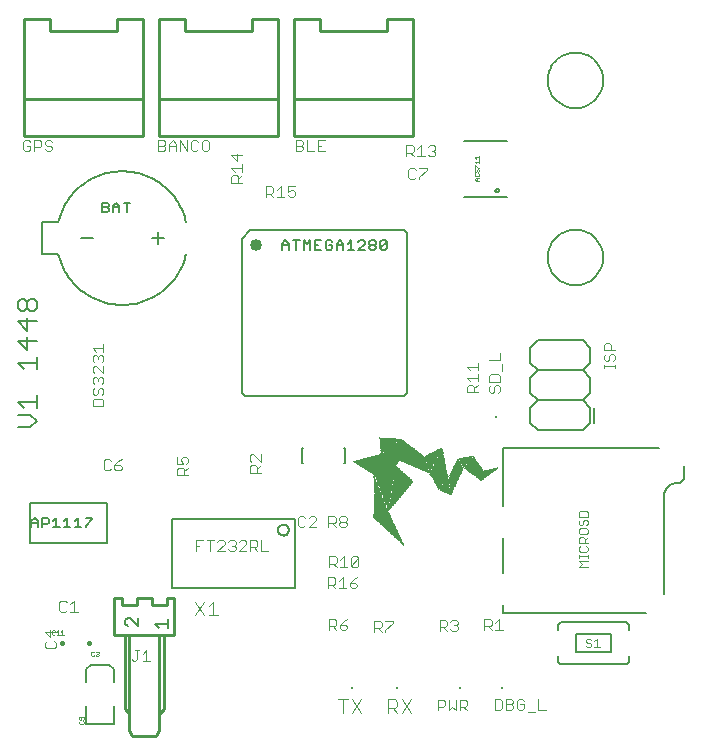
<source format=gto>
G75*
%MOIN*%
%OFA0B0*%
%FSLAX24Y24*%
%IPPOS*%
%LPD*%
%AMOC8*
5,1,8,0,0,1.08239X$1,22.5*
%
%ADD10C,0.0060*%
%ADD11C,0.0030*%
%ADD12C,0.0080*%
%ADD13C,0.0401*%
%ADD14C,0.0070*%
%ADD15R,0.0079X0.0079*%
%ADD16C,0.0040*%
%ADD17C,0.0050*%
%ADD18C,0.0100*%
%ADD19C,0.0020*%
%ADD20C,0.0010*%
%ADD21R,0.0003X0.0003*%
%ADD22R,0.0005X0.0003*%
%ADD23R,0.0008X0.0003*%
%ADD24R,0.0010X0.0003*%
%ADD25R,0.0013X0.0003*%
%ADD26R,0.0015X0.0003*%
%ADD27R,0.0018X0.0003*%
%ADD28R,0.0020X0.0003*%
%ADD29R,0.0022X0.0003*%
%ADD30R,0.0025X0.0003*%
%ADD31R,0.0027X0.0003*%
%ADD32R,0.0030X0.0003*%
%ADD33R,0.0035X0.0003*%
%ADD34R,0.0037X0.0003*%
%ADD35R,0.0040X0.0003*%
%ADD36R,0.0043X0.0003*%
%ADD37R,0.0045X0.0003*%
%ADD38R,0.0047X0.0003*%
%ADD39R,0.0053X0.0003*%
%ADD40R,0.0055X0.0003*%
%ADD41R,0.0057X0.0003*%
%ADD42R,0.0060X0.0003*%
%ADD43R,0.0063X0.0003*%
%ADD44R,0.0065X0.0003*%
%ADD45R,0.0070X0.0003*%
%ADD46R,0.0073X0.0003*%
%ADD47R,0.0075X0.0003*%
%ADD48R,0.0077X0.0003*%
%ADD49R,0.0080X0.0003*%
%ADD50R,0.0083X0.0003*%
%ADD51R,0.0088X0.0003*%
%ADD52R,0.0090X0.0003*%
%ADD53R,0.0092X0.0003*%
%ADD54R,0.0095X0.0003*%
%ADD55R,0.0098X0.0003*%
%ADD56R,0.0100X0.0003*%
%ADD57R,0.0103X0.0003*%
%ADD58R,0.0105X0.0003*%
%ADD59R,0.0107X0.0003*%
%ADD60R,0.0110X0.0003*%
%ADD61R,0.0113X0.0003*%
%ADD62R,0.0115X0.0003*%
%ADD63R,0.0118X0.0003*%
%ADD64R,0.0120X0.0003*%
%ADD65R,0.0123X0.0003*%
%ADD66R,0.0125X0.0003*%
%ADD67R,0.0127X0.0003*%
%ADD68R,0.0130X0.0003*%
%ADD69R,0.0133X0.0003*%
%ADD70R,0.0135X0.0003*%
%ADD71R,0.0140X0.0003*%
%ADD72R,0.0143X0.0003*%
%ADD73R,0.0145X0.0003*%
%ADD74R,0.0147X0.0003*%
%ADD75R,0.0150X0.0003*%
%ADD76R,0.0153X0.0003*%
%ADD77R,0.0155X0.0003*%
%ADD78R,0.0158X0.0003*%
%ADD79R,0.0160X0.0003*%
%ADD80R,0.0163X0.0003*%
%ADD81R,0.0165X0.0003*%
%ADD82R,0.0168X0.0003*%
%ADD83R,0.0170X0.0003*%
%ADD84R,0.0175X0.0003*%
%ADD85R,0.0177X0.0003*%
%ADD86R,0.0180X0.0003*%
%ADD87R,0.0182X0.0003*%
%ADD88R,0.0185X0.0003*%
%ADD89R,0.0187X0.0003*%
%ADD90R,0.0190X0.0003*%
%ADD91R,0.0193X0.0003*%
%ADD92R,0.0195X0.0003*%
%ADD93R,0.0198X0.0003*%
%ADD94R,0.0200X0.0003*%
%ADD95R,0.0203X0.0003*%
%ADD96R,0.0205X0.0003*%
%ADD97R,0.0208X0.0003*%
%ADD98R,0.0210X0.0003*%
%ADD99R,0.0213X0.0003*%
%ADD100R,0.0215X0.0003*%
%ADD101R,0.0217X0.0003*%
%ADD102R,0.0220X0.0003*%
%ADD103R,0.0222X0.0003*%
%ADD104R,0.0225X0.0003*%
%ADD105R,0.0230X0.0003*%
%ADD106R,0.0233X0.0003*%
%ADD107R,0.0235X0.0003*%
%ADD108R,0.0238X0.0003*%
%ADD109R,0.0240X0.0003*%
%ADD110R,0.0243X0.0003*%
%ADD111R,0.0245X0.0003*%
%ADD112R,0.0248X0.0003*%
%ADD113R,0.0250X0.0003*%
%ADD114R,0.0253X0.0003*%
%ADD115R,0.0255X0.0003*%
%ADD116R,0.0257X0.0003*%
%ADD117R,0.0260X0.0003*%
%ADD118R,0.0265X0.0003*%
%ADD119R,0.0267X0.0003*%
%ADD120R,0.0270X0.0003*%
%ADD121R,0.0273X0.0003*%
%ADD122R,0.0275X0.0003*%
%ADD123R,0.0278X0.0003*%
%ADD124R,0.0283X0.0003*%
%ADD125R,0.0285X0.0003*%
%ADD126R,0.0288X0.0003*%
%ADD127R,0.0290X0.0003*%
%ADD128R,0.0293X0.0003*%
%ADD129R,0.0295X0.0003*%
%ADD130R,0.0297X0.0003*%
%ADD131R,0.0300X0.0003*%
%ADD132R,0.0302X0.0003*%
%ADD133R,0.0305X0.0003*%
%ADD134R,0.0308X0.0003*%
%ADD135R,0.0310X0.0003*%
%ADD136R,0.0313X0.0003*%
%ADD137R,0.0318X0.0003*%
%ADD138R,0.0320X0.0003*%
%ADD139R,0.0323X0.0003*%
%ADD140R,0.0325X0.0003*%
%ADD141R,0.0328X0.0003*%
%ADD142R,0.0330X0.0003*%
%ADD143R,0.0335X0.0003*%
%ADD144R,0.0338X0.0003*%
%ADD145R,0.0340X0.0003*%
%ADD146R,0.0343X0.0003*%
%ADD147R,0.0345X0.0003*%
%ADD148R,0.0348X0.0003*%
%ADD149R,0.0352X0.0003*%
%ADD150R,0.0355X0.0003*%
%ADD151R,0.0357X0.0003*%
%ADD152R,0.0360X0.0003*%
%ADD153R,0.0362X0.0003*%
%ADD154R,0.0365X0.0003*%
%ADD155R,0.0370X0.0003*%
%ADD156R,0.0372X0.0003*%
%ADD157R,0.0375X0.0003*%
%ADD158R,0.0377X0.0003*%
%ADD159R,0.0380X0.0003*%
%ADD160R,0.0382X0.0003*%
%ADD161R,0.0385X0.0003*%
%ADD162R,0.0388X0.0003*%
%ADD163R,0.0390X0.0003*%
%ADD164R,0.0393X0.0003*%
%ADD165R,0.0395X0.0003*%
%ADD166R,0.0398X0.0003*%
%ADD167R,0.0400X0.0003*%
%ADD168R,0.0405X0.0003*%
%ADD169R,0.0408X0.0003*%
%ADD170R,0.0410X0.0003*%
%ADD171R,0.0413X0.0003*%
%ADD172R,0.0415X0.0003*%
%ADD173R,0.0418X0.0003*%
%ADD174R,0.0420X0.0003*%
%ADD175R,0.0423X0.0003*%
%ADD176R,0.0425X0.0003*%
%ADD177R,0.0428X0.0003*%
%ADD178R,0.0430X0.0003*%
%ADD179R,0.0432X0.0003*%
%ADD180R,0.0435X0.0003*%
%ADD181R,0.0437X0.0003*%
%ADD182R,0.0440X0.0003*%
%ADD183R,0.0442X0.0003*%
%ADD184R,0.0445X0.0003*%
%ADD185R,0.0447X0.0003*%
%ADD186R,0.0450X0.0003*%
%ADD187R,0.0452X0.0003*%
%ADD188R,0.0455X0.0003*%
%ADD189R,0.0457X0.0003*%
%ADD190R,0.0460X0.0003*%
%ADD191R,0.0462X0.0003*%
%ADD192R,0.0465X0.0003*%
%ADD193R,0.0468X0.0003*%
%ADD194R,0.0470X0.0003*%
%ADD195R,0.0473X0.0003*%
%ADD196R,0.0475X0.0003*%
%ADD197R,0.0478X0.0003*%
%ADD198R,0.0480X0.0003*%
%ADD199R,0.0483X0.0003*%
%ADD200R,0.0485X0.0003*%
%ADD201R,0.0488X0.0003*%
%ADD202R,0.0490X0.0003*%
%ADD203R,0.0493X0.0003*%
%ADD204R,0.0495X0.0003*%
%ADD205R,0.0498X0.0003*%
%ADD206R,0.0500X0.0003*%
%ADD207R,0.0503X0.0003*%
%ADD208R,0.0505X0.0003*%
%ADD209R,0.0508X0.0003*%
%ADD210R,0.0512X0.0003*%
%ADD211R,0.0515X0.0003*%
%ADD212R,0.0517X0.0003*%
%ADD213R,0.0520X0.0003*%
%ADD214R,0.0522X0.0003*%
%ADD215R,0.0525X0.0003*%
%ADD216R,0.0527X0.0003*%
%ADD217R,0.0530X0.0003*%
%ADD218R,0.0532X0.0003*%
%ADD219R,0.0535X0.0003*%
%ADD220R,0.0537X0.0003*%
%ADD221R,0.0540X0.0003*%
%ADD222R,0.0543X0.0003*%
%ADD223R,0.0548X0.0003*%
%ADD224R,0.0550X0.0003*%
%ADD225R,0.0553X0.0003*%
%ADD226R,0.0555X0.0003*%
%ADD227R,0.0558X0.0003*%
%ADD228R,0.0560X0.0003*%
%ADD229R,0.0565X0.0003*%
%ADD230R,0.0568X0.0003*%
%ADD231R,0.0563X0.0003*%
%ADD232R,0.0050X0.0003*%
%ADD233R,0.0067X0.0003*%
%ADD234R,0.0085X0.0003*%
%ADD235R,0.0350X0.0003*%
%ADD236R,0.0280X0.0003*%
%ADD237R,0.0227X0.0003*%
%ADD238R,0.0173X0.0003*%
%ADD239R,0.0315X0.0003*%
%ADD240R,0.0333X0.0003*%
%ADD241R,0.0032X0.0003*%
%ADD242R,0.0403X0.0003*%
%ADD243R,0.0138X0.0003*%
%ADD244R,0.0367X0.0003*%
%ADD245R,0.0262X0.0003*%
%ADD246R,0.0510X0.0003*%
%ADD247R,0.0545X0.0003*%
%ADD248R,0.0570X0.0003*%
%ADD249R,0.0573X0.0003*%
%ADD250R,0.0575X0.0003*%
%ADD251R,0.0578X0.0003*%
%ADD252R,0.0580X0.0003*%
%ADD253R,0.0583X0.0003*%
%ADD254R,0.0585X0.0003*%
%ADD255R,0.0587X0.0003*%
%ADD256R,0.0590X0.0003*%
%ADD257R,0.0592X0.0003*%
%ADD258R,0.0595X0.0003*%
%ADD259R,0.0597X0.0003*%
%ADD260R,0.0600X0.0003*%
%ADD261R,0.0602X0.0003*%
%ADD262R,0.0605X0.0003*%
%ADD263R,0.0607X0.0003*%
%ADD264R,0.0610X0.0003*%
%ADD265R,0.0612X0.0003*%
%ADD266R,0.0615X0.0003*%
%ADD267R,0.0617X0.0003*%
%ADD268R,0.0620X0.0003*%
%ADD269R,0.0623X0.0003*%
%ADD270R,0.0625X0.0003*%
%ADD271R,0.0628X0.0003*%
%ADD272R,0.0630X0.0003*%
%ADD273R,0.0633X0.0003*%
%ADD274R,0.0635X0.0003*%
%ADD275R,0.0638X0.0003*%
%ADD276R,0.0640X0.0003*%
%ADD277R,0.0643X0.0003*%
%ADD278R,0.0645X0.0003*%
%ADD279R,0.0648X0.0003*%
%ADD280R,0.0650X0.0003*%
%ADD281R,0.0653X0.0003*%
%ADD282R,0.0655X0.0003*%
%ADD283R,0.0663X0.0003*%
%ADD284R,0.0675X0.0003*%
%ADD285R,0.0683X0.0003*%
%ADD286R,0.0693X0.0003*%
%ADD287R,0.0705X0.0003*%
%ADD288R,0.0712X0.0003*%
%ADD289R,0.0725X0.0003*%
%ADD290R,0.0732X0.0003*%
%ADD291R,0.0742X0.0003*%
%ADD292R,0.0755X0.0003*%
%ADD293R,0.0762X0.0003*%
%ADD294R,0.0772X0.0003*%
%ADD295R,0.0785X0.0003*%
%ADD296R,0.0793X0.0003*%
%ADD297R,0.0803X0.0003*%
%ADD298R,0.0813X0.0003*%
%ADD299R,0.0823X0.0003*%
%ADD300R,0.0833X0.0003*%
%ADD301R,0.0843X0.0003*%
%ADD302R,0.0853X0.0003*%
%ADD303R,0.0862X0.0003*%
%ADD304R,0.0872X0.0003*%
%ADD305R,0.0882X0.0003*%
%ADD306R,0.0892X0.0003*%
%ADD307R,0.0902X0.0003*%
%ADD308R,0.0912X0.0003*%
%ADD309R,0.0922X0.0003*%
%ADD310R,0.0930X0.0003*%
%ADD311R,0.0943X0.0003*%
%ADD312R,0.0953X0.0003*%
%ADD313R,0.0963X0.0003*%
%ADD314R,0.0973X0.0003*%
%ADD315R,0.0980X0.0003*%
%ADD316R,0.0993X0.0003*%
%ADD317R,0.1000X0.0003*%
%ADD318R,0.1010X0.0003*%
%ADD319R,0.1022X0.0003*%
%ADD320R,0.1030X0.0003*%
%ADD321R,0.1043X0.0003*%
%ADD322R,0.1050X0.0003*%
%ADD323R,0.1060X0.0003*%
%ADD324R,0.1073X0.0003*%
%ADD325R,0.1080X0.0003*%
%ADD326R,0.1090X0.0003*%
%ADD327R,0.1100X0.0003*%
%ADD328R,0.1110X0.0003*%
%ADD329R,0.1123X0.0003*%
%ADD330R,0.1130X0.0003*%
%ADD331R,0.1140X0.0003*%
%ADD332R,0.1145X0.0003*%
%ADD333R,0.1103X0.0003*%
%ADD334R,0.1078X0.0003*%
%ADD335R,0.1058X0.0003*%
%ADD336R,0.1032X0.0003*%
%ADD337R,0.1013X0.0003*%
%ADD338R,0.0968X0.0003*%
%ADD339R,0.0948X0.0003*%
%ADD340R,0.0925X0.0003*%
%ADD341R,0.0860X0.0003*%
%ADD342R,0.0838X0.0003*%
%ADD343R,0.0815X0.0003*%
%ADD344R,0.0747X0.0003*%
%ADD345R,0.0727X0.0003*%
%ADD346R,0.0660X0.0003*%
%ADD347R,0.0658X0.0003*%
%ADD348R,0.0668X0.0003*%
%ADD349R,0.0680X0.0003*%
%ADD350R,0.0703X0.0003*%
%ADD351R,0.0685X0.0003*%
%ADD352R,0.0750X0.0003*%
%ADD353R,0.0690X0.0003*%
%ADD354R,0.0770X0.0003*%
%ADD355R,0.0695X0.0003*%
%ADD356R,0.0795X0.0003*%
%ADD357R,0.0700X0.0003*%
%ADD358R,0.0818X0.0003*%
%ADD359R,0.0840X0.0003*%
%ADD360R,0.0710X0.0003*%
%ADD361R,0.0715X0.0003*%
%ADD362R,0.0885X0.0003*%
%ADD363R,0.0720X0.0003*%
%ADD364R,0.0907X0.0003*%
%ADD365R,0.0730X0.0003*%
%ADD366R,0.0735X0.0003*%
%ADD367R,0.0978X0.0003*%
%ADD368R,0.0740X0.0003*%
%ADD369R,0.0998X0.0003*%
%ADD370R,0.0745X0.0003*%
%ADD371R,0.1045X0.0003*%
%ADD372R,0.1065X0.0003*%
%ADD373R,0.0765X0.0003*%
%ADD374R,0.1113X0.0003*%
%ADD375R,0.1135X0.0003*%
%ADD376R,0.0775X0.0003*%
%ADD377R,0.1158X0.0003*%
%ADD378R,0.0780X0.0003*%
%ADD379R,0.1177X0.0003*%
%ADD380R,0.1168X0.0003*%
%ADD381R,0.0790X0.0003*%
%ADD382R,0.1153X0.0003*%
%ADD383R,0.0800X0.0003*%
%ADD384R,0.1128X0.0003*%
%ADD385R,0.0808X0.0003*%
%ADD386R,0.1115X0.0003*%
%ADD387R,0.0788X0.0003*%
%ADD388R,0.1063X0.0003*%
%ADD389R,0.0757X0.0003*%
%ADD390R,0.1038X0.0003*%
%ADD391R,0.1025X0.0003*%
%ADD392R,0.0698X0.0003*%
%ADD393R,0.0985X0.0003*%
%ADD394R,0.0960X0.0003*%
%ADD395R,0.0933X0.0003*%
%ADD396R,0.0920X0.0003*%
%ADD397R,0.0910X0.0003*%
%ADD398R,0.0895X0.0003*%
%ADD399R,0.0870X0.0003*%
%ADD400R,0.0855X0.0003*%
%ADD401R,0.0820X0.0003*%
%ADD402R,0.0805X0.0003*%
%ADD403R,0.0752X0.0003*%
%ADD404R,0.0670X0.0003*%
%ADD405R,0.0767X0.0003*%
%ADD406R,0.0760X0.0003*%
%ADD407R,0.0722X0.0003*%
%ADD408R,0.0707X0.0003*%
%ADD409R,0.0688X0.0003*%
%ADD410R,0.0678X0.0003*%
%ADD411R,0.0673X0.0003*%
%ADD412R,0.0665X0.0003*%
%ADD413C,0.0160*%
D10*
X010786Y010348D02*
X010786Y012652D01*
X014881Y012652D01*
X014881Y010348D01*
X010786Y010348D01*
X014316Y012268D02*
X014318Y012294D01*
X014324Y012320D01*
X014333Y012345D01*
X014346Y012368D01*
X014362Y012389D01*
X014381Y012407D01*
X014403Y012423D01*
X014426Y012435D01*
X014451Y012443D01*
X014477Y012448D01*
X014504Y012449D01*
X014530Y012446D01*
X014555Y012439D01*
X014580Y012429D01*
X014602Y012415D01*
X014623Y012398D01*
X014640Y012379D01*
X014655Y012357D01*
X014666Y012333D01*
X014674Y012307D01*
X014678Y012281D01*
X014678Y012255D01*
X014674Y012229D01*
X014666Y012203D01*
X014655Y012179D01*
X014640Y012157D01*
X014623Y012138D01*
X014602Y012121D01*
X014580Y012107D01*
X014555Y012097D01*
X014530Y012090D01*
X014504Y012087D01*
X014477Y012088D01*
X014451Y012093D01*
X014426Y012101D01*
X014403Y012113D01*
X014381Y012129D01*
X014362Y012147D01*
X014346Y012168D01*
X014333Y012191D01*
X014324Y012216D01*
X014318Y012242D01*
X014316Y012268D01*
X006278Y015902D02*
X006065Y016115D01*
X005638Y016115D01*
X005851Y016333D02*
X005638Y016546D01*
X006278Y016546D01*
X006278Y016333D02*
X006278Y016760D01*
X006278Y015902D02*
X006065Y015688D01*
X005638Y015688D01*
X005851Y017622D02*
X005638Y017835D01*
X006278Y017835D01*
X006278Y017622D02*
X006278Y018049D01*
X005958Y018266D02*
X005958Y018693D01*
X005958Y018911D02*
X005958Y019338D01*
X006065Y019556D02*
X005958Y019662D01*
X005958Y019876D01*
X006065Y019983D01*
X006171Y019983D01*
X006278Y019876D01*
X006278Y019662D01*
X006171Y019556D01*
X006065Y019556D01*
X005958Y019662D02*
X005851Y019556D01*
X005744Y019556D01*
X005638Y019662D01*
X005638Y019876D01*
X005744Y019983D01*
X005851Y019983D01*
X005958Y019876D01*
X006278Y019231D02*
X005638Y019231D01*
X005958Y018911D01*
X006278Y018587D02*
X005638Y018587D01*
X005958Y018266D01*
X020517Y023373D02*
X021937Y023373D01*
X021937Y025233D02*
X020517Y025233D01*
X023306Y027260D02*
X023308Y027320D01*
X023314Y027381D01*
X023324Y027440D01*
X023338Y027499D01*
X023355Y027557D01*
X023376Y027614D01*
X023401Y027669D01*
X023430Y027722D01*
X023462Y027774D01*
X023497Y027823D01*
X023536Y027870D01*
X023577Y027914D01*
X023621Y027955D01*
X023668Y027994D01*
X023717Y028029D01*
X023768Y028061D01*
X023822Y028090D01*
X023877Y028115D01*
X023934Y028136D01*
X023992Y028153D01*
X024051Y028167D01*
X024110Y028177D01*
X024171Y028183D01*
X024231Y028185D01*
X024291Y028183D01*
X024352Y028177D01*
X024411Y028167D01*
X024470Y028153D01*
X024528Y028136D01*
X024585Y028115D01*
X024640Y028090D01*
X024693Y028061D01*
X024745Y028029D01*
X024794Y027994D01*
X024841Y027955D01*
X024885Y027914D01*
X024926Y027870D01*
X024965Y027823D01*
X025000Y027774D01*
X025032Y027723D01*
X025061Y027669D01*
X025086Y027614D01*
X025107Y027557D01*
X025124Y027499D01*
X025138Y027440D01*
X025148Y027381D01*
X025154Y027320D01*
X025156Y027260D01*
X025154Y027200D01*
X025148Y027139D01*
X025138Y027080D01*
X025124Y027021D01*
X025107Y026963D01*
X025086Y026906D01*
X025061Y026851D01*
X025032Y026798D01*
X025000Y026746D01*
X024965Y026697D01*
X024926Y026650D01*
X024885Y026606D01*
X024841Y026565D01*
X024794Y026526D01*
X024745Y026491D01*
X024694Y026459D01*
X024640Y026430D01*
X024585Y026405D01*
X024528Y026384D01*
X024470Y026367D01*
X024411Y026353D01*
X024352Y026343D01*
X024291Y026337D01*
X024231Y026335D01*
X024171Y026337D01*
X024110Y026343D01*
X024051Y026353D01*
X023992Y026367D01*
X023934Y026384D01*
X023877Y026405D01*
X023822Y026430D01*
X023769Y026459D01*
X023717Y026491D01*
X023668Y026526D01*
X023621Y026565D01*
X023577Y026606D01*
X023536Y026650D01*
X023497Y026697D01*
X023462Y026746D01*
X023430Y026797D01*
X023401Y026851D01*
X023376Y026906D01*
X023355Y026963D01*
X023338Y027021D01*
X023324Y027080D01*
X023314Y027139D01*
X023308Y027200D01*
X023306Y027260D01*
X023306Y021354D02*
X023308Y021414D01*
X023314Y021475D01*
X023324Y021534D01*
X023338Y021593D01*
X023355Y021651D01*
X023376Y021708D01*
X023401Y021763D01*
X023430Y021816D01*
X023462Y021868D01*
X023497Y021917D01*
X023536Y021964D01*
X023577Y022008D01*
X023621Y022049D01*
X023668Y022088D01*
X023717Y022123D01*
X023768Y022155D01*
X023822Y022184D01*
X023877Y022209D01*
X023934Y022230D01*
X023992Y022247D01*
X024051Y022261D01*
X024110Y022271D01*
X024171Y022277D01*
X024231Y022279D01*
X024291Y022277D01*
X024352Y022271D01*
X024411Y022261D01*
X024470Y022247D01*
X024528Y022230D01*
X024585Y022209D01*
X024640Y022184D01*
X024693Y022155D01*
X024745Y022123D01*
X024794Y022088D01*
X024841Y022049D01*
X024885Y022008D01*
X024926Y021964D01*
X024965Y021917D01*
X025000Y021868D01*
X025032Y021817D01*
X025061Y021763D01*
X025086Y021708D01*
X025107Y021651D01*
X025124Y021593D01*
X025138Y021534D01*
X025148Y021475D01*
X025154Y021414D01*
X025156Y021354D01*
X025154Y021294D01*
X025148Y021233D01*
X025138Y021174D01*
X025124Y021115D01*
X025107Y021057D01*
X025086Y021000D01*
X025061Y020945D01*
X025032Y020892D01*
X025000Y020840D01*
X024965Y020791D01*
X024926Y020744D01*
X024885Y020700D01*
X024841Y020659D01*
X024794Y020620D01*
X024745Y020585D01*
X024694Y020553D01*
X024640Y020524D01*
X024585Y020499D01*
X024528Y020478D01*
X024470Y020461D01*
X024411Y020447D01*
X024352Y020437D01*
X024291Y020431D01*
X024231Y020429D01*
X024171Y020431D01*
X024110Y020437D01*
X024051Y020447D01*
X023992Y020461D01*
X023934Y020478D01*
X023877Y020499D01*
X023822Y020524D01*
X023769Y020553D01*
X023717Y020585D01*
X023668Y020620D01*
X023621Y020659D01*
X023577Y020700D01*
X023536Y020744D01*
X023497Y020791D01*
X023462Y020840D01*
X023430Y020891D01*
X023401Y020945D01*
X023376Y021000D01*
X023355Y021057D01*
X023338Y021115D01*
X023324Y021174D01*
X023314Y021233D01*
X023308Y021294D01*
X023306Y021354D01*
D11*
X021712Y018184D02*
X021712Y017941D01*
X021348Y017941D01*
X020972Y017835D02*
X020972Y017592D01*
X020972Y017473D02*
X020972Y017230D01*
X020972Y017110D02*
X020851Y016989D01*
X020851Y017049D02*
X020851Y016867D01*
X020972Y016867D02*
X020608Y016867D01*
X020608Y017049D01*
X020669Y017110D01*
X020790Y017110D01*
X020851Y017049D01*
X020729Y017230D02*
X020608Y017351D01*
X020972Y017351D01*
X020729Y017592D02*
X020608Y017714D01*
X020972Y017714D01*
X021348Y017398D02*
X021348Y017216D01*
X021712Y017216D01*
X021712Y017398D01*
X021651Y017459D01*
X021409Y017459D01*
X021348Y017398D01*
X021409Y017096D02*
X021348Y017036D01*
X021348Y016914D01*
X021409Y016854D01*
X021469Y016854D01*
X021530Y016914D01*
X021530Y017036D01*
X021591Y017096D01*
X021651Y017096D01*
X021712Y017036D01*
X021712Y016914D01*
X021651Y016854D01*
X021773Y017579D02*
X021773Y017821D01*
X024396Y012914D02*
X024348Y012865D01*
X024348Y012720D01*
X024638Y012720D01*
X024638Y012865D01*
X024590Y012914D01*
X024396Y012914D01*
X024396Y012619D02*
X024348Y012571D01*
X024348Y012474D01*
X024396Y012426D01*
X024445Y012426D01*
X024493Y012474D01*
X024493Y012571D01*
X024542Y012619D01*
X024590Y012619D01*
X024638Y012571D01*
X024638Y012474D01*
X024590Y012426D01*
X024590Y012325D02*
X024396Y012325D01*
X024348Y012276D01*
X024348Y012179D01*
X024396Y012131D01*
X024590Y012131D01*
X024638Y012179D01*
X024638Y012276D01*
X024590Y012325D01*
X024638Y012030D02*
X024542Y011933D01*
X024542Y011982D02*
X024542Y011836D01*
X024638Y011836D02*
X024348Y011836D01*
X024348Y011982D01*
X024396Y012030D01*
X024493Y012030D01*
X024542Y011982D01*
X024590Y011735D02*
X024638Y011687D01*
X024638Y011590D01*
X024590Y011542D01*
X024396Y011542D01*
X024348Y011590D01*
X024348Y011687D01*
X024396Y011735D01*
X024348Y011442D02*
X024348Y011345D01*
X024348Y011394D02*
X024638Y011394D01*
X024638Y011442D02*
X024638Y011345D01*
X024638Y011244D02*
X024348Y011244D01*
X024445Y011147D01*
X024348Y011051D01*
X024638Y011051D01*
X021682Y009300D02*
X021682Y008936D01*
X021561Y008936D02*
X021804Y008936D01*
X021561Y009179D02*
X021682Y009300D01*
X021441Y009240D02*
X021441Y009118D01*
X021380Y009058D01*
X021198Y009058D01*
X021320Y009058D02*
X021441Y008936D01*
X021198Y008936D02*
X021198Y009300D01*
X021380Y009300D01*
X021441Y009240D01*
X020307Y009213D02*
X020307Y009153D01*
X020247Y009092D01*
X020307Y009031D01*
X020307Y008971D01*
X020247Y008910D01*
X020125Y008910D01*
X020065Y008971D01*
X019945Y008910D02*
X019823Y009031D01*
X019884Y009031D02*
X019702Y009031D01*
X019702Y008910D02*
X019702Y009274D01*
X019884Y009274D01*
X019945Y009213D01*
X019945Y009092D01*
X019884Y009031D01*
X020065Y009213D02*
X020125Y009274D01*
X020247Y009274D01*
X020307Y009213D01*
X020247Y009092D02*
X020186Y009092D01*
X018136Y009184D02*
X017893Y008942D01*
X017893Y008881D01*
X017773Y008881D02*
X017652Y009002D01*
X017713Y009002D02*
X017531Y009002D01*
X017531Y008881D02*
X017531Y009245D01*
X017713Y009245D01*
X017773Y009184D01*
X017773Y009063D01*
X017713Y009002D01*
X017893Y009245D02*
X018136Y009245D01*
X018136Y009184D01*
X016955Y010391D02*
X016955Y010451D01*
X016894Y010512D01*
X016712Y010512D01*
X016712Y010391D01*
X016773Y010330D01*
X016894Y010330D01*
X016955Y010391D01*
X016834Y010633D02*
X016712Y010512D01*
X016834Y010633D02*
X016955Y010694D01*
X016934Y011025D02*
X016812Y011025D01*
X016752Y011086D01*
X016994Y011328D01*
X016994Y011086D01*
X016934Y011025D01*
X016752Y011086D02*
X016752Y011328D01*
X016812Y011389D01*
X016934Y011389D01*
X016994Y011328D01*
X016632Y011025D02*
X016389Y011025D01*
X016269Y011025D02*
X016148Y011146D01*
X016209Y011146D02*
X016027Y011146D01*
X016027Y011025D02*
X016027Y011389D01*
X016209Y011389D01*
X016269Y011328D01*
X016269Y011207D01*
X016209Y011146D01*
X016389Y011268D02*
X016510Y011389D01*
X016510Y011025D01*
X016471Y010694D02*
X016471Y010330D01*
X016350Y010330D02*
X016592Y010330D01*
X016350Y010573D02*
X016471Y010694D01*
X016230Y010633D02*
X016230Y010512D01*
X016169Y010451D01*
X015987Y010451D01*
X015987Y010330D02*
X015987Y010694D01*
X016169Y010694D01*
X016230Y010633D01*
X016109Y010451D02*
X016230Y010330D01*
X016202Y009300D02*
X016262Y009240D01*
X016262Y009118D01*
X016202Y009058D01*
X016020Y009058D01*
X016141Y009058D02*
X016262Y008936D01*
X016382Y008997D02*
X016382Y009118D01*
X016564Y009118D01*
X016625Y009058D01*
X016625Y008997D01*
X016564Y008936D01*
X016443Y008936D01*
X016382Y008997D01*
X016382Y009118D02*
X016503Y009240D01*
X016625Y009300D01*
X016202Y009300D02*
X016020Y009300D01*
X016020Y008936D01*
X013992Y011566D02*
X013750Y011566D01*
X013750Y011930D01*
X013630Y011870D02*
X013630Y011748D01*
X013569Y011688D01*
X013387Y011688D01*
X013508Y011688D02*
X013630Y011566D01*
X013387Y011566D02*
X013387Y011930D01*
X013569Y011930D01*
X013630Y011870D01*
X013267Y011870D02*
X013207Y011930D01*
X013085Y011930D01*
X013025Y011870D01*
X012905Y011870D02*
X012905Y011809D01*
X012844Y011748D01*
X012905Y011688D01*
X012905Y011627D01*
X012844Y011566D01*
X012723Y011566D01*
X012662Y011627D01*
X012542Y011566D02*
X012300Y011566D01*
X012542Y011809D01*
X012542Y011870D01*
X012482Y011930D01*
X012360Y011930D01*
X012300Y011870D01*
X012180Y011930D02*
X011937Y011930D01*
X011817Y011930D02*
X011575Y011930D01*
X011575Y011566D01*
X011575Y011748D02*
X011696Y011748D01*
X012058Y011566D02*
X012058Y011930D01*
X012662Y011870D02*
X012723Y011930D01*
X012844Y011930D01*
X012905Y011870D01*
X012844Y011748D02*
X012783Y011748D01*
X013025Y011566D02*
X013267Y011809D01*
X013267Y011870D01*
X013267Y011566D02*
X013025Y011566D01*
X014983Y012428D02*
X015044Y012367D01*
X015165Y012367D01*
X015226Y012428D01*
X015346Y012367D02*
X015589Y012610D01*
X015589Y012670D01*
X015528Y012731D01*
X015407Y012731D01*
X015346Y012670D01*
X015226Y012670D02*
X015165Y012731D01*
X015044Y012731D01*
X014983Y012670D01*
X014983Y012428D01*
X015346Y012367D02*
X015589Y012367D01*
X015998Y012365D02*
X015998Y012735D01*
X016183Y012735D01*
X016245Y012674D01*
X016245Y012550D01*
X016183Y012488D01*
X015998Y012488D01*
X016122Y012488D02*
X016245Y012365D01*
X016367Y012427D02*
X016367Y012488D01*
X016428Y012550D01*
X016552Y012550D01*
X016614Y012488D01*
X016614Y012427D01*
X016552Y012365D01*
X016428Y012365D01*
X016367Y012427D01*
X016428Y012550D02*
X016367Y012612D01*
X016367Y012674D01*
X016428Y012735D01*
X016552Y012735D01*
X016614Y012674D01*
X016614Y012612D01*
X016552Y012550D01*
X013736Y014186D02*
X013372Y014186D01*
X013372Y014368D01*
X013432Y014429D01*
X013554Y014429D01*
X013614Y014368D01*
X013614Y014186D01*
X013614Y014308D02*
X013736Y014429D01*
X013736Y014549D02*
X013493Y014791D01*
X013432Y014791D01*
X013372Y014731D01*
X013372Y014609D01*
X013432Y014549D01*
X013736Y014549D02*
X013736Y014791D01*
X011318Y014652D02*
X011318Y014531D01*
X011258Y014470D01*
X011136Y014470D02*
X011076Y014591D01*
X011076Y014652D01*
X011136Y014713D01*
X011258Y014713D01*
X011318Y014652D01*
X011136Y014470D02*
X010954Y014470D01*
X010954Y014713D01*
X011015Y014350D02*
X011136Y014350D01*
X011197Y014290D01*
X011197Y014108D01*
X011197Y014229D02*
X011318Y014350D01*
X011318Y014108D02*
X010954Y014108D01*
X010954Y014290D01*
X011015Y014350D01*
X009110Y014320D02*
X009110Y014381D01*
X009049Y014441D01*
X008867Y014441D01*
X008867Y014320D01*
X008928Y014259D01*
X009049Y014259D01*
X009110Y014320D01*
X008988Y014563D02*
X008867Y014441D01*
X008747Y014320D02*
X008687Y014259D01*
X008565Y014259D01*
X008505Y014320D01*
X008505Y014563D01*
X008565Y014623D01*
X008687Y014623D01*
X008747Y014563D01*
X008988Y014563D02*
X009110Y014623D01*
X008499Y016407D02*
X008135Y016407D01*
X008135Y016589D01*
X008196Y016649D01*
X008439Y016649D01*
X008499Y016589D01*
X008499Y016407D01*
X008439Y016769D02*
X008499Y016830D01*
X008499Y016951D01*
X008439Y017012D01*
X008378Y017012D01*
X008317Y016951D01*
X008317Y016830D01*
X008257Y016769D01*
X008196Y016769D01*
X008135Y016830D01*
X008135Y016951D01*
X008196Y017012D01*
X008196Y017132D02*
X008135Y017192D01*
X008135Y017314D01*
X008196Y017374D01*
X008257Y017374D01*
X008317Y017314D01*
X008378Y017374D01*
X008439Y017374D01*
X008499Y017314D01*
X008499Y017192D01*
X008439Y017132D01*
X008317Y017253D02*
X008317Y017314D01*
X008196Y017494D02*
X008135Y017555D01*
X008135Y017676D01*
X008196Y017737D01*
X008257Y017737D01*
X008499Y017494D01*
X008499Y017737D01*
X008439Y017857D02*
X008499Y017917D01*
X008499Y018039D01*
X008439Y018099D01*
X008378Y018099D01*
X008317Y018039D01*
X008317Y017978D01*
X008317Y018039D02*
X008257Y018099D01*
X008196Y018099D01*
X008135Y018039D01*
X008135Y017917D01*
X008196Y017857D01*
X008257Y018219D02*
X008135Y018341D01*
X008499Y018341D01*
X008499Y018462D02*
X008499Y018219D01*
X013917Y023365D02*
X013917Y023729D01*
X014099Y023729D01*
X014159Y023668D01*
X014159Y023547D01*
X014099Y023486D01*
X013917Y023486D01*
X014038Y023486D02*
X014159Y023365D01*
X014279Y023365D02*
X014522Y023365D01*
X014401Y023365D02*
X014401Y023729D01*
X014279Y023607D01*
X014642Y023547D02*
X014763Y023607D01*
X014824Y023607D01*
X014884Y023547D01*
X014884Y023425D01*
X014824Y023365D01*
X014702Y023365D01*
X014642Y023425D01*
X014642Y023547D02*
X014642Y023729D01*
X014884Y023729D01*
X013117Y023850D02*
X012753Y023850D01*
X012753Y024032D01*
X012813Y024093D01*
X012935Y024093D01*
X012995Y024032D01*
X012995Y023850D01*
X012995Y023971D02*
X013117Y024093D01*
X013117Y024213D02*
X013117Y024455D01*
X013117Y024334D02*
X012753Y024334D01*
X012874Y024213D01*
X012935Y024575D02*
X012753Y024757D01*
X013117Y024757D01*
X012935Y024818D02*
X012935Y024575D01*
X018599Y024725D02*
X018599Y025089D01*
X018781Y025089D01*
X018841Y025029D01*
X018841Y024907D01*
X018781Y024847D01*
X018599Y024847D01*
X018720Y024847D02*
X018841Y024725D01*
X018961Y024725D02*
X019204Y024725D01*
X019083Y024725D02*
X019083Y025089D01*
X018961Y024968D01*
X019324Y025029D02*
X019384Y025089D01*
X019506Y025089D01*
X019566Y025029D01*
X019566Y024968D01*
X019506Y024907D01*
X019566Y024847D01*
X019566Y024786D01*
X019506Y024725D01*
X019384Y024725D01*
X019324Y024786D01*
X019445Y024907D02*
X019506Y024907D01*
X019269Y024345D02*
X019027Y024345D01*
X018907Y024284D02*
X018846Y024345D01*
X018725Y024345D01*
X018664Y024284D01*
X018664Y024041D01*
X018725Y023981D01*
X018846Y023981D01*
X018907Y024041D01*
X019027Y024041D02*
X019027Y023981D01*
X019027Y024041D02*
X019269Y024284D01*
X019269Y024345D01*
X007513Y009918D02*
X007513Y009554D01*
X007392Y009554D02*
X007635Y009554D01*
X007392Y009797D02*
X007513Y009918D01*
X007272Y009858D02*
X007211Y009918D01*
X007090Y009918D01*
X007029Y009858D01*
X007029Y009615D01*
X007090Y009554D01*
X007211Y009554D01*
X007272Y009615D01*
X006911Y008871D02*
X006547Y008871D01*
X006729Y008689D01*
X006729Y008931D01*
X006608Y008569D02*
X006547Y008508D01*
X006547Y008387D01*
X006608Y008326D01*
X006851Y008326D01*
X006911Y008387D01*
X006911Y008508D01*
X006851Y008569D01*
X019648Y006619D02*
X019648Y006255D01*
X019648Y006376D02*
X019830Y006376D01*
X019891Y006437D01*
X019891Y006559D01*
X019830Y006619D01*
X019648Y006619D01*
X020011Y006619D02*
X020011Y006255D01*
X020132Y006376D01*
X020254Y006255D01*
X020254Y006619D01*
X020373Y006619D02*
X020555Y006619D01*
X020616Y006559D01*
X020616Y006437D01*
X020555Y006376D01*
X020373Y006376D01*
X020373Y006255D02*
X020373Y006619D01*
X020495Y006376D02*
X020616Y006255D01*
X021548Y006274D02*
X021730Y006274D01*
X021791Y006334D01*
X021791Y006577D01*
X021730Y006638D01*
X021548Y006638D01*
X021548Y006274D01*
X021910Y006274D02*
X021910Y006638D01*
X022092Y006638D01*
X022153Y006577D01*
X022153Y006516D01*
X022092Y006456D01*
X021910Y006456D01*
X021910Y006274D02*
X022092Y006274D01*
X022153Y006334D01*
X022153Y006395D01*
X022092Y006456D01*
X022273Y006577D02*
X022273Y006334D01*
X022334Y006274D01*
X022455Y006274D01*
X022516Y006334D01*
X022516Y006456D01*
X022394Y006456D01*
X022273Y006577D02*
X022334Y006638D01*
X022455Y006638D01*
X022516Y006577D01*
X022635Y006213D02*
X022878Y006213D01*
X022998Y006274D02*
X022998Y006638D01*
X022998Y006274D02*
X023241Y006274D01*
D12*
X021833Y009500D02*
X021833Y009776D01*
X021833Y009500D02*
X026597Y009500D01*
X027188Y010130D02*
X027188Y013437D01*
X027187Y013437D02*
X027190Y013475D01*
X027196Y013513D01*
X027206Y013550D01*
X027220Y013586D01*
X027236Y013621D01*
X027256Y013653D01*
X027279Y013684D01*
X027305Y013713D01*
X027334Y013739D01*
X027365Y013762D01*
X027397Y013782D01*
X027432Y013798D01*
X027468Y013812D01*
X027505Y013822D01*
X027543Y013828D01*
X027581Y013831D01*
X027613Y013830D01*
X027644Y013834D01*
X027675Y013841D01*
X027705Y013852D01*
X027733Y013866D01*
X027759Y013884D01*
X027783Y013905D01*
X027804Y013929D01*
X027822Y013955D01*
X027836Y013983D01*
X027847Y014013D01*
X027854Y014044D01*
X027858Y014075D01*
X027857Y014107D01*
X027857Y014106D02*
X027857Y014421D01*
X027030Y015012D02*
X021833Y015012D01*
X021833Y013083D01*
X021833Y012020D02*
X021833Y010839D01*
X022983Y015600D02*
X022733Y015850D01*
X022733Y016350D01*
X022983Y016600D01*
X024483Y016600D01*
X024733Y016850D01*
X024733Y017350D01*
X024483Y017600D01*
X022983Y017600D01*
X022733Y017850D01*
X022733Y018350D01*
X022983Y018600D01*
X024483Y018600D01*
X024733Y018350D01*
X024733Y017850D01*
X024483Y017600D01*
X024483Y016600D02*
X024733Y016350D01*
X024733Y015850D01*
X024483Y015600D01*
X022983Y015600D01*
X022983Y016600D02*
X022733Y016850D01*
X022733Y017350D01*
X022983Y017600D01*
X024865Y016350D02*
X024865Y015850D01*
X018617Y016843D02*
X018518Y016744D01*
X013203Y016744D01*
X013105Y016843D01*
X013105Y021961D01*
X013400Y022256D01*
X018518Y022256D01*
X018617Y022157D01*
X018617Y016843D01*
X016562Y015006D02*
X016562Y014494D01*
X016503Y014494D01*
X016503Y015006D02*
X016562Y015006D01*
X015164Y015006D02*
X015125Y015006D01*
X015125Y014494D01*
X015164Y014494D01*
X008623Y013161D02*
X008623Y011839D01*
X006043Y011839D01*
X006043Y013161D01*
X008623Y013161D01*
X008698Y007784D02*
X008068Y007784D01*
X007911Y007627D01*
X007911Y007194D01*
X007911Y006406D02*
X007911Y005816D01*
X008856Y005816D01*
X008856Y006406D01*
X008856Y007194D02*
X008856Y007627D01*
X008698Y007784D01*
X006999Y021469D02*
X006467Y021469D01*
X006467Y022531D01*
X006999Y022531D01*
X007759Y022000D02*
X008159Y022000D01*
X006999Y022532D02*
X007021Y022621D01*
X007047Y022709D01*
X007077Y022796D01*
X007110Y022881D01*
X007147Y022965D01*
X007187Y023048D01*
X007231Y023128D01*
X007278Y023207D01*
X007329Y023284D01*
X007382Y023358D01*
X007439Y023430D01*
X007499Y023500D01*
X007561Y023567D01*
X007626Y023632D01*
X007694Y023693D01*
X007765Y023752D01*
X007838Y023808D01*
X007913Y023860D01*
X007990Y023910D01*
X008070Y023956D01*
X008151Y023998D01*
X008234Y024038D01*
X008319Y024073D01*
X008405Y024106D01*
X008492Y024134D01*
X008580Y024159D01*
X008669Y024180D01*
X008760Y024197D01*
X008850Y024211D01*
X008942Y024220D01*
X009033Y024226D01*
X009125Y024228D01*
X009217Y024226D01*
X009308Y024220D01*
X009400Y024211D01*
X009490Y024197D01*
X009581Y024180D01*
X009670Y024159D01*
X009758Y024134D01*
X009845Y024106D01*
X009931Y024073D01*
X010016Y024038D01*
X010099Y023998D01*
X010180Y023956D01*
X010260Y023910D01*
X010337Y023860D01*
X010412Y023808D01*
X010485Y023752D01*
X010556Y023693D01*
X010624Y023632D01*
X010689Y023567D01*
X010751Y023500D01*
X010811Y023430D01*
X010868Y023358D01*
X010921Y023284D01*
X010972Y023207D01*
X011019Y023128D01*
X011063Y023048D01*
X011103Y022965D01*
X011140Y022881D01*
X011173Y022796D01*
X011203Y022709D01*
X011229Y022621D01*
X011251Y022532D01*
X010522Y022000D02*
X010122Y022000D01*
X010322Y022200D02*
X010322Y021800D01*
X011251Y021468D02*
X011229Y021379D01*
X011203Y021291D01*
X011173Y021204D01*
X011140Y021119D01*
X011103Y021035D01*
X011063Y020952D01*
X011019Y020872D01*
X010972Y020793D01*
X010921Y020716D01*
X010868Y020642D01*
X010811Y020570D01*
X010751Y020500D01*
X010689Y020433D01*
X010624Y020368D01*
X010556Y020307D01*
X010485Y020248D01*
X010412Y020192D01*
X010337Y020140D01*
X010260Y020090D01*
X010180Y020044D01*
X010099Y020002D01*
X010016Y019962D01*
X009931Y019927D01*
X009845Y019894D01*
X009758Y019866D01*
X009670Y019841D01*
X009581Y019820D01*
X009490Y019803D01*
X009400Y019789D01*
X009308Y019780D01*
X009217Y019774D01*
X009125Y019772D01*
X009033Y019774D01*
X008942Y019780D01*
X008850Y019789D01*
X008760Y019803D01*
X008669Y019820D01*
X008580Y019841D01*
X008492Y019866D01*
X008405Y019894D01*
X008319Y019927D01*
X008234Y019962D01*
X008151Y020002D01*
X008070Y020044D01*
X007990Y020090D01*
X007913Y020140D01*
X007838Y020192D01*
X007765Y020248D01*
X007694Y020307D01*
X007626Y020368D01*
X007561Y020433D01*
X007499Y020500D01*
X007439Y020570D01*
X007382Y020642D01*
X007329Y020716D01*
X007278Y020793D01*
X007231Y020872D01*
X007187Y020952D01*
X007147Y021035D01*
X007110Y021119D01*
X007077Y021204D01*
X007047Y021291D01*
X007021Y021379D01*
X006999Y021468D01*
X021560Y023593D02*
X021562Y023608D01*
X021568Y023621D01*
X021577Y023633D01*
X021588Y023642D01*
X021602Y023648D01*
X021617Y023650D01*
X021632Y023648D01*
X021645Y023642D01*
X021657Y023633D01*
X021666Y023622D01*
X021672Y023608D01*
X021674Y023593D01*
X021672Y023578D01*
X021666Y023565D01*
X021657Y023553D01*
X021646Y023544D01*
X021632Y023538D01*
X021617Y023536D01*
X021602Y023538D01*
X021589Y023544D01*
X021577Y023553D01*
X021568Y023564D01*
X021562Y023578D01*
X021560Y023593D01*
D13*
X013597Y021764D03*
D14*
X014459Y021764D02*
X014675Y021764D01*
X014675Y021818D02*
X014675Y021602D01*
X014675Y021818D02*
X014567Y021926D01*
X014459Y021818D01*
X014459Y021602D01*
X014929Y021602D02*
X014929Y021926D01*
X014821Y021926D02*
X015037Y021926D01*
X015184Y021926D02*
X015292Y021818D01*
X015400Y021926D01*
X015400Y021602D01*
X015546Y021602D02*
X015762Y021602D01*
X015909Y021656D02*
X015963Y021602D01*
X016071Y021602D01*
X016125Y021656D01*
X016125Y021764D01*
X016017Y021764D01*
X016125Y021872D02*
X016071Y021926D01*
X015963Y021926D01*
X015909Y021872D01*
X015909Y021656D01*
X015654Y021764D02*
X015546Y021764D01*
X015546Y021926D02*
X015546Y021602D01*
X015546Y021926D02*
X015762Y021926D01*
X016271Y021818D02*
X016271Y021602D01*
X016271Y021764D02*
X016487Y021764D01*
X016487Y021818D02*
X016487Y021602D01*
X016634Y021602D02*
X016850Y021602D01*
X016742Y021602D02*
X016742Y021926D01*
X016634Y021818D01*
X016487Y021818D02*
X016379Y021926D01*
X016271Y021818D01*
X016996Y021872D02*
X017050Y021926D01*
X017158Y021926D01*
X017212Y021872D01*
X017212Y021818D01*
X016996Y021602D01*
X017212Y021602D01*
X017359Y021656D02*
X017359Y021710D01*
X017413Y021764D01*
X017521Y021764D01*
X017575Y021710D01*
X017575Y021656D01*
X017521Y021602D01*
X017413Y021602D01*
X017359Y021656D01*
X017413Y021764D02*
X017359Y021818D01*
X017359Y021872D01*
X017413Y021926D01*
X017521Y021926D01*
X017575Y021872D01*
X017575Y021818D01*
X017521Y021764D01*
X017722Y021872D02*
X017776Y021926D01*
X017883Y021926D01*
X017937Y021872D01*
X017722Y021656D01*
X017776Y021602D01*
X017883Y021602D01*
X017937Y021656D01*
X017937Y021872D01*
X017722Y021872D02*
X017722Y021656D01*
X015184Y021602D02*
X015184Y021926D01*
X009394Y023184D02*
X009178Y023184D01*
X009286Y023184D02*
X009286Y022860D01*
X009032Y022860D02*
X009032Y023076D01*
X008924Y023184D01*
X008816Y023076D01*
X008816Y022860D01*
X008669Y022914D02*
X008615Y022860D01*
X008453Y022860D01*
X008453Y023184D01*
X008615Y023184D01*
X008669Y023130D01*
X008669Y023076D01*
X008615Y023022D01*
X008453Y023022D01*
X008615Y023022D02*
X008669Y022968D01*
X008669Y022914D01*
X008816Y023022D02*
X009032Y023022D01*
X008122Y012680D02*
X007906Y012680D01*
X008122Y012680D02*
X008122Y012626D01*
X007906Y012410D01*
X007906Y012356D01*
X007759Y012356D02*
X007543Y012356D01*
X007651Y012356D02*
X007651Y012680D01*
X007543Y012572D01*
X007397Y012356D02*
X007181Y012356D01*
X007289Y012356D02*
X007289Y012680D01*
X007181Y012572D01*
X007034Y012356D02*
X006818Y012356D01*
X006926Y012356D02*
X006926Y012680D01*
X006818Y012572D01*
X006672Y012518D02*
X006618Y012464D01*
X006456Y012464D01*
X006456Y012356D02*
X006456Y012680D01*
X006618Y012680D01*
X006672Y012626D01*
X006672Y012518D01*
X006309Y012518D02*
X006093Y012518D01*
X006093Y012572D02*
X006201Y012680D01*
X006309Y012572D01*
X006309Y012356D01*
X006093Y012356D02*
X006093Y012572D01*
X009303Y009343D02*
X009231Y009272D01*
X009231Y009128D01*
X009303Y009056D01*
X009303Y009343D02*
X009375Y009343D01*
X009662Y009056D01*
X009662Y009343D01*
X010211Y009150D02*
X010355Y009006D01*
X010211Y009150D02*
X010642Y009150D01*
X010642Y009293D02*
X010642Y009006D01*
D15*
X016794Y007000D03*
X018294Y007000D03*
X020373Y007000D03*
X021794Y007000D03*
X021597Y016039D03*
D16*
X025188Y017667D02*
X025188Y017785D01*
X025188Y017726D02*
X025542Y017726D01*
X025542Y017667D02*
X025542Y017785D01*
X025483Y017909D02*
X025542Y017968D01*
X025542Y018086D01*
X025483Y018145D01*
X025424Y018145D01*
X025365Y018086D01*
X025365Y017968D01*
X025306Y017909D01*
X025247Y017909D01*
X025188Y017968D01*
X025188Y018086D01*
X025247Y018145D01*
X025188Y018271D02*
X025188Y018448D01*
X025247Y018507D01*
X025365Y018507D01*
X025424Y018448D01*
X025424Y018271D01*
X025542Y018271D02*
X025188Y018271D01*
X015871Y024910D02*
X015635Y024910D01*
X015635Y025264D01*
X015871Y025264D01*
X015753Y025087D02*
X015635Y025087D01*
X015508Y024910D02*
X015272Y024910D01*
X015272Y025264D01*
X015146Y025205D02*
X015146Y025146D01*
X015087Y025087D01*
X014910Y025087D01*
X015087Y025087D02*
X015146Y025028D01*
X015146Y024969D01*
X015087Y024910D01*
X014910Y024910D01*
X014910Y025264D01*
X015087Y025264D01*
X015146Y025205D01*
X012017Y025205D02*
X012017Y024969D01*
X011958Y024910D01*
X011840Y024910D01*
X011781Y024969D01*
X011781Y025205D01*
X011840Y025264D01*
X011958Y025264D01*
X012017Y025205D01*
X011654Y025205D02*
X011595Y025264D01*
X011477Y025264D01*
X011418Y025205D01*
X011418Y024969D01*
X011477Y024910D01*
X011595Y024910D01*
X011654Y024969D01*
X011292Y024910D02*
X011292Y025264D01*
X011056Y025264D02*
X011056Y024910D01*
X010929Y024910D02*
X010929Y025146D01*
X010811Y025264D01*
X010693Y025146D01*
X010693Y024910D01*
X010567Y024969D02*
X010508Y024910D01*
X010331Y024910D01*
X010331Y025264D01*
X010508Y025264D01*
X010567Y025205D01*
X010567Y025146D01*
X010508Y025087D01*
X010331Y025087D01*
X010508Y025087D02*
X010567Y025028D01*
X010567Y024969D01*
X010693Y025087D02*
X010929Y025087D01*
X011056Y025264D02*
X011292Y024910D01*
X006792Y024969D02*
X006733Y024910D01*
X006615Y024910D01*
X006556Y024969D01*
X006615Y025087D02*
X006556Y025146D01*
X006556Y025205D01*
X006615Y025264D01*
X006733Y025264D01*
X006792Y025205D01*
X006733Y025087D02*
X006792Y025028D01*
X006792Y024969D01*
X006733Y025087D02*
X006615Y025087D01*
X006429Y025087D02*
X006429Y025205D01*
X006370Y025264D01*
X006193Y025264D01*
X006193Y024910D01*
X006193Y025028D02*
X006370Y025028D01*
X006429Y025087D01*
X006067Y025087D02*
X005949Y025087D01*
X006067Y025087D02*
X006067Y024969D01*
X006008Y024910D01*
X005890Y024910D01*
X005831Y024969D01*
X005831Y025205D01*
X005890Y025264D01*
X006008Y025264D01*
X006067Y025205D01*
X011542Y009885D02*
X011849Y009424D01*
X012002Y009424D02*
X012309Y009424D01*
X012156Y009424D02*
X012156Y009885D01*
X012002Y009731D01*
X011849Y009885D02*
X011542Y009424D01*
X009928Y008262D02*
X009928Y007902D01*
X009808Y007902D02*
X010048Y007902D01*
X009808Y008142D02*
X009928Y008262D01*
X009680Y008262D02*
X009560Y008262D01*
X009620Y008262D02*
X009620Y007962D01*
X009560Y007902D01*
X009500Y007902D01*
X009440Y007962D01*
X016333Y006630D02*
X016639Y006630D01*
X016486Y006630D02*
X016486Y006170D01*
X016793Y006170D02*
X017100Y006630D01*
X016793Y006630D02*
X017100Y006170D01*
X017983Y006170D02*
X017983Y006630D01*
X018213Y006630D01*
X018289Y006554D01*
X018289Y006400D01*
X018213Y006323D01*
X017983Y006323D01*
X018136Y006323D02*
X018289Y006170D01*
X018443Y006170D02*
X018750Y006630D01*
X018443Y006630D02*
X018750Y006170D01*
D17*
X023652Y007909D02*
X023652Y008067D01*
X023653Y007909D02*
X023654Y007892D01*
X023659Y007875D01*
X023666Y007860D01*
X023676Y007846D01*
X023688Y007834D01*
X023702Y007824D01*
X023717Y007817D01*
X023734Y007812D01*
X023751Y007811D01*
X025916Y007811D01*
X025933Y007812D01*
X025950Y007817D01*
X025965Y007824D01*
X025979Y007834D01*
X025991Y007846D01*
X026001Y007860D01*
X026008Y007875D01*
X026013Y007892D01*
X026014Y007909D01*
X026014Y008067D01*
X025424Y008205D02*
X025424Y008795D01*
X024243Y008795D01*
X024243Y008205D01*
X025424Y008205D01*
X026014Y008933D02*
X026014Y009091D01*
X026013Y009108D01*
X026008Y009125D01*
X026001Y009140D01*
X025991Y009154D01*
X025979Y009166D01*
X025965Y009176D01*
X025950Y009183D01*
X025933Y009188D01*
X025916Y009189D01*
X023790Y009189D01*
X023769Y009191D01*
X023748Y009189D01*
X023728Y009183D01*
X023709Y009174D01*
X023692Y009162D01*
X023677Y009147D01*
X023666Y009130D01*
X023657Y009111D01*
X023652Y009091D01*
X023652Y008933D01*
X014865Y025606D02*
X014865Y026394D01*
X010365Y026394D02*
X010365Y025606D01*
X005865Y025606D02*
X005865Y026394D01*
D18*
X005865Y026630D02*
X009802Y026630D01*
X009802Y029307D01*
X008936Y029307D01*
X008936Y028913D01*
X006731Y028913D01*
X006731Y029307D01*
X005865Y029307D01*
X005865Y026630D01*
X005865Y025409D01*
X009802Y025409D01*
X009802Y026630D01*
X010365Y026630D02*
X014302Y026630D01*
X014302Y029307D01*
X013436Y029307D01*
X013436Y028913D01*
X011231Y028913D01*
X011231Y029307D01*
X010365Y029307D01*
X010365Y026630D01*
X010365Y025409D01*
X014302Y025409D01*
X014302Y026630D01*
X014865Y026630D02*
X018802Y026630D01*
X018802Y029307D01*
X017936Y029307D01*
X017936Y028913D01*
X015731Y028913D01*
X015731Y029307D01*
X014865Y029307D01*
X014865Y026630D01*
X014865Y025409D01*
X018802Y025409D01*
X018802Y026630D01*
X010867Y010021D02*
X010617Y010021D01*
X010617Y009771D01*
X010117Y009771D01*
X010117Y010021D01*
X009617Y010021D01*
X009617Y009771D01*
X009117Y009771D01*
X009117Y010021D01*
X008867Y010021D01*
X008867Y008771D01*
X009217Y008771D01*
X009217Y006321D01*
X009347Y006181D01*
X009367Y005621D02*
X009467Y005421D01*
X009847Y005421D01*
X009887Y005421D01*
X009847Y005421D02*
X010267Y005421D01*
X010367Y005621D01*
X010367Y008771D01*
X010867Y008771D01*
X010867Y010021D01*
X010517Y008771D02*
X010517Y006321D01*
X010387Y006181D01*
X009367Y005621D02*
X009367Y008771D01*
X009217Y008771D02*
X010367Y008771D01*
D19*
X024572Y008606D02*
X024572Y008559D01*
X024619Y008513D01*
X024712Y008513D01*
X024759Y008466D01*
X024759Y008419D01*
X024712Y008373D01*
X024619Y008373D01*
X024572Y008419D01*
X024572Y008606D02*
X024619Y008653D01*
X024712Y008653D01*
X024759Y008606D01*
X024848Y008559D02*
X024942Y008653D01*
X024942Y008373D01*
X025035Y008373D02*
X024848Y008373D01*
D20*
X007710Y005805D02*
X007685Y005830D01*
X007685Y005880D01*
X007710Y005905D01*
X007710Y005952D02*
X007735Y005952D01*
X007760Y005977D01*
X007760Y006052D01*
X007810Y006052D02*
X007710Y006052D01*
X007685Y006027D01*
X007685Y005977D01*
X007710Y005952D01*
X007810Y005952D02*
X007835Y005977D01*
X007835Y006027D01*
X007810Y006052D01*
X007810Y005905D02*
X007835Y005880D01*
X007835Y005830D01*
X007810Y005805D01*
X007710Y005805D01*
X008119Y008070D02*
X008169Y008070D01*
X008194Y008095D01*
X008241Y008095D02*
X008266Y008070D01*
X008316Y008070D01*
X008341Y008095D01*
X008341Y008120D01*
X008316Y008145D01*
X008291Y008145D01*
X008316Y008145D02*
X008341Y008170D01*
X008341Y008195D01*
X008316Y008220D01*
X008266Y008220D01*
X008241Y008195D01*
X008194Y008195D02*
X008169Y008220D01*
X008119Y008220D01*
X008094Y008195D01*
X008094Y008095D01*
X008119Y008070D01*
X007183Y008780D02*
X007083Y008780D01*
X007036Y008780D02*
X006936Y008780D01*
X006986Y008780D02*
X006986Y008930D01*
X006936Y008880D01*
X006888Y008905D02*
X006863Y008930D01*
X006813Y008930D01*
X006788Y008905D01*
X006788Y008805D01*
X006813Y008780D01*
X006863Y008780D01*
X006888Y008805D01*
X007083Y008880D02*
X007133Y008930D01*
X007133Y008780D01*
X020922Y023908D02*
X020872Y023958D01*
X020922Y024008D01*
X021022Y024008D01*
X020997Y024055D02*
X021022Y024080D01*
X021022Y024131D01*
X020997Y024156D01*
X020997Y024203D02*
X021022Y024228D01*
X021022Y024278D01*
X020997Y024303D01*
X020972Y024303D01*
X020947Y024278D01*
X020947Y024228D01*
X020922Y024203D01*
X020897Y024203D01*
X020872Y024228D01*
X020872Y024278D01*
X020897Y024303D01*
X020872Y024350D02*
X020872Y024450D01*
X020897Y024450D01*
X020997Y024350D01*
X021022Y024350D01*
X021022Y024497D02*
X021022Y024598D01*
X021022Y024645D02*
X021022Y024745D01*
X021022Y024695D02*
X020872Y024695D01*
X020922Y024645D01*
X020872Y024547D02*
X021022Y024547D01*
X020922Y024497D02*
X020872Y024547D01*
X020897Y024156D02*
X020872Y024131D01*
X020872Y024080D01*
X020897Y024055D01*
X020997Y024055D01*
X020947Y024008D02*
X020947Y023908D01*
X020922Y023908D02*
X021022Y023908D01*
D21*
X018443Y015265D03*
X018418Y015263D03*
X018381Y015280D03*
X018081Y015300D03*
X017781Y015320D03*
X017763Y014808D03*
X018248Y014418D03*
X018236Y014383D03*
X018363Y014580D03*
X017531Y014035D03*
X017531Y014033D03*
X017531Y014030D03*
X016853Y014525D03*
X017993Y012918D03*
X017993Y012915D03*
X018016Y012913D03*
X018518Y011735D03*
X020081Y013425D03*
X020101Y013445D03*
X019678Y013608D03*
X019978Y013975D03*
X019968Y014018D03*
X020016Y014035D03*
X020486Y014295D03*
X020513Y014345D03*
X020321Y014615D03*
X020838Y014705D03*
X021143Y014240D03*
X021108Y013913D03*
X021106Y013910D03*
X021081Y013903D03*
X019793Y014973D03*
X019793Y014975D03*
X019773Y014985D03*
X019371Y014173D03*
X019371Y014170D03*
D22*
X019347Y014160D03*
X019977Y013973D03*
X019977Y013970D03*
X020482Y014293D03*
X020515Y014348D03*
X020555Y014308D03*
X020320Y014613D03*
X020810Y014708D03*
X019795Y014970D03*
X018445Y015263D03*
X018417Y015260D03*
X017817Y014750D03*
X017750Y014773D03*
X018260Y014378D03*
X017532Y014028D03*
X017532Y014025D03*
X017992Y012925D03*
X017992Y012923D03*
X017992Y012920D03*
X018017Y012915D03*
X018020Y012918D03*
X017517Y012673D03*
X018515Y011740D03*
X018517Y011738D03*
X020102Y013448D03*
X020102Y013450D03*
X020102Y013453D03*
D23*
X019678Y013610D03*
X019976Y013968D03*
X020018Y014038D03*
X020021Y014040D03*
X020321Y014610D03*
X020838Y014700D03*
X020838Y014703D03*
X021078Y013905D03*
X021111Y013915D03*
X021658Y014328D03*
X019793Y014965D03*
X019793Y014968D03*
X019768Y014983D03*
X019371Y014175D03*
X018261Y014375D03*
X018248Y014420D03*
X017823Y014748D03*
X017766Y014810D03*
X017521Y014108D03*
X017533Y014023D03*
X017533Y014020D03*
X017533Y014018D03*
X018021Y012920D03*
X018511Y011745D03*
X018513Y011743D03*
X018416Y015258D03*
D24*
X018447Y015260D03*
X018360Y014583D03*
X018262Y014373D03*
X018232Y014380D03*
X017535Y014015D03*
X017535Y014013D03*
X017992Y012930D03*
X017992Y012928D03*
X018022Y012923D03*
X017990Y012855D03*
X017520Y012675D03*
X018507Y011750D03*
X018510Y011748D03*
X020077Y013428D03*
X020102Y013455D03*
X020102Y013458D03*
X019677Y013613D03*
X019975Y013965D03*
X020480Y014290D03*
X020515Y014350D03*
X021077Y013908D03*
X021112Y013918D03*
X019792Y014960D03*
X019792Y014963D03*
X019372Y014180D03*
X019372Y014178D03*
X019345Y014163D03*
X019395Y014120D03*
D25*
X019371Y014183D03*
X019678Y013615D03*
X020103Y013463D03*
X020103Y013460D03*
X020023Y014043D03*
X020026Y014045D03*
X020478Y014288D03*
X020513Y014353D03*
X020321Y014605D03*
X020321Y014608D03*
X020838Y014698D03*
X021113Y013920D03*
X021651Y014325D03*
X019791Y014958D03*
X019766Y014980D03*
X019181Y014695D03*
X018448Y015258D03*
X018413Y015255D03*
X017828Y014745D03*
X017766Y014813D03*
X018263Y014370D03*
X017536Y014010D03*
X017536Y014008D03*
X017536Y014005D03*
X017991Y012938D03*
X017991Y012935D03*
X017991Y012933D03*
X018023Y012928D03*
X018023Y012925D03*
X018506Y011753D03*
D26*
X018502Y011755D03*
X017987Y012853D03*
X018025Y012930D03*
X018027Y012933D03*
X017990Y012940D03*
X017537Y014000D03*
X017537Y014003D03*
X018230Y014378D03*
X018265Y014368D03*
X018247Y014423D03*
X018395Y014580D03*
X017832Y014743D03*
X017767Y014815D03*
X018412Y015253D03*
X018450Y015255D03*
X019792Y014955D03*
X020475Y014285D03*
X020515Y014355D03*
X021135Y014243D03*
X021117Y013923D03*
X021077Y013910D03*
X020105Y013465D03*
X020075Y013430D03*
X019975Y013960D03*
X019975Y013963D03*
X019962Y014020D03*
X019372Y014185D03*
X019372Y014188D03*
D27*
X019373Y014190D03*
X019341Y014165D03*
X019678Y013618D03*
X020071Y013433D03*
X020103Y013468D03*
X019973Y013958D03*
X020028Y014048D03*
X020563Y014305D03*
X020321Y014600D03*
X020321Y014603D03*
X020838Y014695D03*
X021076Y013913D03*
X021118Y013925D03*
X019791Y014953D03*
X019763Y014978D03*
X018356Y014585D03*
X018246Y014425D03*
X018266Y014365D03*
X017838Y014740D03*
X017746Y014770D03*
X017523Y014110D03*
X017538Y013998D03*
X017538Y013995D03*
X017538Y013993D03*
X017991Y012945D03*
X017991Y012943D03*
X018028Y012935D03*
X017523Y012678D03*
X018498Y011760D03*
X018501Y011758D03*
D28*
X018497Y011763D03*
X018495Y011765D03*
X018030Y012938D03*
X017990Y012948D03*
X017990Y012950D03*
X017540Y013985D03*
X017540Y013988D03*
X017540Y013990D03*
X018227Y014375D03*
X018202Y014418D03*
X017770Y014818D03*
X018410Y015250D03*
X018450Y015253D03*
X019760Y014975D03*
X019790Y014950D03*
X019790Y014948D03*
X019790Y014945D03*
X020470Y014280D03*
X020472Y014283D03*
X020515Y014358D03*
X020800Y014705D03*
X020837Y014693D03*
X021120Y013928D03*
X020032Y014050D03*
X019972Y013955D03*
X019680Y013620D03*
X020105Y013473D03*
X020105Y013470D03*
X019402Y014118D03*
X019372Y014193D03*
X019337Y014168D03*
D29*
X019373Y014195D03*
X019373Y014198D03*
X019971Y013953D03*
X020033Y014053D03*
X019678Y013623D03*
X020106Y013480D03*
X020106Y013478D03*
X020106Y013475D03*
X021073Y013915D03*
X021643Y014323D03*
X020321Y014598D03*
X018353Y014588D03*
X018246Y014428D03*
X018266Y014363D03*
X017843Y014738D03*
X017771Y014820D03*
X018408Y015248D03*
X017541Y013983D03*
X017541Y013980D03*
X017988Y012955D03*
X017988Y012953D03*
X018031Y012943D03*
X018031Y012940D03*
X017986Y012850D03*
X017526Y012680D03*
X018493Y011768D03*
D30*
X018492Y011770D03*
X018490Y011773D03*
X018032Y012945D03*
X018035Y012948D03*
X017990Y012958D03*
X017542Y013973D03*
X017542Y013975D03*
X017542Y013978D03*
X018222Y014373D03*
X018267Y014360D03*
X017772Y014823D03*
X018407Y015245D03*
X018452Y015250D03*
X019175Y014693D03*
X019757Y014973D03*
X019790Y014943D03*
X019790Y014940D03*
X020322Y014595D03*
X020515Y014360D03*
X020467Y014278D03*
X020465Y014275D03*
X020037Y014055D03*
X019957Y014023D03*
X019972Y013950D03*
X019680Y013625D03*
X020067Y013435D03*
X021072Y013918D03*
X021122Y013930D03*
X020837Y014690D03*
X016867Y014523D03*
D31*
X017523Y014113D03*
X017543Y013970D03*
X017543Y013968D03*
X017848Y014735D03*
X018246Y014430D03*
X018453Y015248D03*
X019753Y014970D03*
X019788Y014938D03*
X019788Y014935D03*
X020321Y014593D03*
X020516Y014363D03*
X021123Y013933D03*
X021126Y013935D03*
X020106Y013485D03*
X020106Y013483D03*
X019971Y013948D03*
X019373Y014200D03*
X019373Y014203D03*
X019333Y014170D03*
X018036Y012950D03*
X017988Y012960D03*
X017988Y012963D03*
X017528Y012683D03*
X018486Y011778D03*
X018488Y011775D03*
D32*
X018485Y011780D03*
X018482Y011783D03*
X017982Y012848D03*
X017987Y012965D03*
X017987Y012968D03*
X017987Y012970D03*
X018037Y012953D03*
X017545Y013960D03*
X017545Y013963D03*
X017545Y013965D03*
X018220Y014370D03*
X018270Y014358D03*
X018350Y014590D03*
X018402Y014583D03*
X017775Y014825D03*
X017742Y014768D03*
X018405Y015243D03*
X018455Y015245D03*
X019750Y014968D03*
X019787Y014933D03*
X019787Y014930D03*
X020322Y014590D03*
X020462Y014273D03*
X020575Y014303D03*
X020837Y014685D03*
X020837Y014688D03*
X021072Y013920D03*
X021637Y014320D03*
X020042Y014060D03*
X020040Y014058D03*
X019970Y013945D03*
X019970Y013943D03*
X019680Y013628D03*
X020065Y013438D03*
X020107Y013488D03*
X020107Y013490D03*
X019410Y014115D03*
X019375Y014205D03*
D33*
X019375Y014210D03*
X019375Y014213D03*
X019327Y014175D03*
X019680Y013633D03*
X019967Y013938D03*
X020457Y014268D03*
X020322Y014585D03*
X020322Y014588D03*
X020837Y014683D03*
X021070Y013923D03*
X021130Y013940D03*
X021630Y014318D03*
X020107Y013495D03*
X020062Y013440D03*
X019787Y014925D03*
X019787Y014928D03*
X019747Y014965D03*
X018457Y015243D03*
X017860Y014730D03*
X018245Y014433D03*
X018217Y014368D03*
X018272Y014353D03*
X017547Y013953D03*
X017547Y013950D03*
X017547Y013948D03*
X017987Y012975D03*
X017987Y012973D03*
X018040Y012960D03*
X018040Y012958D03*
X017532Y012685D03*
X018477Y011788D03*
X018480Y011785D03*
D34*
X018476Y011790D03*
X018473Y011793D03*
X017981Y012845D03*
X018041Y012963D03*
X018043Y012965D03*
X017986Y012978D03*
X017986Y012980D03*
X017986Y012983D03*
X017548Y013943D03*
X017548Y013945D03*
X018273Y014350D03*
X018243Y014435D03*
X017863Y014728D03*
X017778Y014830D03*
X018398Y015235D03*
X018458Y015240D03*
X019743Y014963D03*
X019786Y014923D03*
X019786Y014920D03*
X020453Y014265D03*
X020516Y014370D03*
X021068Y013925D03*
X021131Y013943D03*
X020051Y014068D03*
X020048Y014065D03*
X019951Y014025D03*
X019681Y013635D03*
X020108Y013500D03*
X020108Y013498D03*
D35*
X020110Y013503D03*
X020110Y013505D03*
X019967Y013933D03*
X019967Y013935D03*
X019415Y014113D03*
X019375Y014215D03*
X019375Y014218D03*
X019167Y014690D03*
X019785Y014918D03*
X020322Y014583D03*
X020322Y014580D03*
X020837Y014680D03*
X021067Y013928D03*
X021135Y013945D03*
X018460Y015238D03*
X018397Y015233D03*
X018347Y014593D03*
X017780Y014833D03*
X017525Y014115D03*
X017550Y013940D03*
X017550Y013938D03*
X017550Y013935D03*
X017985Y012988D03*
X017985Y012985D03*
X018045Y012968D03*
X017535Y012688D03*
X018470Y011798D03*
X018472Y011795D03*
D36*
X018468Y011800D03*
X018466Y011803D03*
X017978Y012843D03*
X018046Y012970D03*
X017551Y013930D03*
X017551Y013933D03*
X018213Y014365D03*
X018188Y014420D03*
X018243Y014438D03*
X018273Y014348D03*
X018408Y014585D03*
X017868Y014725D03*
X017781Y014835D03*
X018396Y015230D03*
X019376Y014223D03*
X019376Y014220D03*
X019323Y014178D03*
X019681Y013638D03*
X019966Y013930D03*
X020053Y014070D03*
X020056Y014073D03*
X020451Y014263D03*
X020516Y014373D03*
X020583Y014300D03*
X020836Y014678D03*
X021136Y013948D03*
X020108Y013508D03*
X020058Y013443D03*
X019786Y014915D03*
X019741Y014960D03*
D37*
X019737Y014958D03*
X019785Y014913D03*
X019785Y014910D03*
X020322Y014578D03*
X020517Y014375D03*
X020450Y014260D03*
X019965Y013928D03*
X020110Y013513D03*
X020110Y013510D03*
X020055Y013445D03*
X021065Y013930D03*
X021137Y013950D03*
X021622Y014315D03*
X018462Y015235D03*
X017875Y014723D03*
X017740Y014765D03*
X018275Y014345D03*
X017552Y013928D03*
X017552Y013925D03*
X017552Y013923D03*
X017985Y012995D03*
X017985Y012993D03*
X017985Y012990D03*
X018047Y012973D03*
X017537Y012690D03*
X018465Y011805D03*
D38*
X018463Y011808D03*
X018461Y011810D03*
X018048Y012975D03*
X018048Y012978D03*
X018051Y012980D03*
X017983Y012998D03*
X017983Y013000D03*
X017553Y013915D03*
X017553Y013918D03*
X017553Y013920D03*
X017526Y014118D03*
X018211Y014363D03*
X018276Y014343D03*
X018343Y014595D03*
X018393Y015228D03*
X018463Y015233D03*
X019376Y014228D03*
X019376Y014225D03*
X019321Y014180D03*
X019681Y013643D03*
X019681Y013640D03*
X019963Y013925D03*
X019946Y014028D03*
X020058Y014075D03*
X020446Y014258D03*
X020323Y014575D03*
X020783Y014700D03*
X020836Y014675D03*
X021116Y014248D03*
X020111Y013518D03*
X020111Y013515D03*
X019783Y014905D03*
X019783Y014908D03*
X016883Y014520D03*
D39*
X017556Y013908D03*
X017556Y013905D03*
X017556Y013903D03*
X018278Y014338D03*
X017783Y014840D03*
X018391Y015223D03*
X019376Y014233D03*
X019318Y014183D03*
X019681Y013645D03*
X019963Y013920D03*
X020063Y014080D03*
X020441Y014253D03*
X020443Y014255D03*
X020518Y014380D03*
X020323Y014570D03*
X020836Y014670D03*
X021063Y013935D03*
X021141Y013955D03*
X021143Y013958D03*
X021616Y014313D03*
X020111Y013523D03*
X019783Y014900D03*
X019731Y014953D03*
X018053Y012985D03*
X017983Y013003D03*
X017983Y013005D03*
X017983Y013008D03*
X018456Y011815D03*
X018458Y011813D03*
D40*
X018455Y011818D03*
X018452Y011820D03*
X018055Y012988D03*
X017982Y013010D03*
X017982Y013013D03*
X017982Y013015D03*
X017557Y013898D03*
X017557Y013900D03*
X018207Y014360D03*
X018242Y014443D03*
X018340Y014598D03*
X017890Y014715D03*
X017885Y014718D03*
X017737Y014763D03*
X017785Y014843D03*
X018467Y015228D03*
X019377Y014238D03*
X019377Y014235D03*
X019682Y013648D03*
X019962Y013918D03*
X020067Y014083D03*
X020517Y014383D03*
X021062Y013938D03*
X020112Y013528D03*
X020112Y013525D03*
X019782Y014895D03*
X019782Y014898D03*
D41*
X019781Y014893D03*
X019781Y014890D03*
X019728Y014950D03*
X019161Y014688D03*
X019313Y014185D03*
X019961Y013915D03*
X019961Y013913D03*
X020436Y014248D03*
X020438Y014250D03*
X020593Y014298D03*
X020323Y014568D03*
X020836Y014668D03*
X021146Y013960D03*
X021608Y014310D03*
X020113Y013533D03*
X020113Y013530D03*
X020048Y013450D03*
X018416Y014588D03*
X018241Y014445D03*
X018203Y014358D03*
X017526Y014120D03*
X017558Y013895D03*
X017558Y013893D03*
X017558Y013890D03*
X018058Y012995D03*
X018056Y012990D03*
X017973Y012838D03*
X017543Y012695D03*
X018448Y011825D03*
X018451Y011823D03*
X018388Y015220D03*
X018468Y015225D03*
D42*
X018387Y015218D03*
X017787Y014845D03*
X017895Y014713D03*
X018337Y014600D03*
X018280Y014335D03*
X017560Y013885D03*
X017982Y013020D03*
X017982Y013018D03*
X018057Y012993D03*
X018060Y012998D03*
X018445Y011830D03*
X018447Y011828D03*
X020112Y013535D03*
X019682Y013650D03*
X019682Y013653D03*
X019940Y014030D03*
X020070Y014085D03*
X020072Y014088D03*
X020517Y014385D03*
X020322Y014565D03*
X020775Y014698D03*
X020835Y014665D03*
X021060Y013940D03*
X021147Y013963D03*
X019427Y014108D03*
X019377Y014240D03*
X019377Y014243D03*
D43*
X019378Y014245D03*
X019311Y014188D03*
X019961Y013910D03*
X020433Y014245D03*
X020518Y014388D03*
X020323Y014563D03*
X019781Y014885D03*
X019781Y014888D03*
X019726Y014948D03*
X018468Y015223D03*
X018386Y015215D03*
X017788Y014848D03*
X018201Y014355D03*
X018281Y014333D03*
X017558Y013888D03*
X017561Y013883D03*
X017561Y013880D03*
X017981Y013028D03*
X017981Y013025D03*
X017981Y013023D03*
X018061Y013000D03*
X017971Y012835D03*
X017546Y012698D03*
X018441Y011835D03*
X018443Y011833D03*
X020046Y013453D03*
X020113Y013538D03*
X020113Y013540D03*
X021148Y013965D03*
X021108Y014250D03*
D44*
X021152Y013968D03*
X021060Y013943D03*
X021602Y014308D03*
X020835Y014663D03*
X020322Y014560D03*
X020430Y014243D03*
X020075Y014090D03*
X019960Y013908D03*
X019682Y013655D03*
X020115Y013545D03*
X020115Y013543D03*
X019377Y014248D03*
X019780Y014880D03*
X019780Y014883D03*
X019722Y014945D03*
X018240Y014448D03*
X018172Y014423D03*
X018282Y014330D03*
X017900Y014710D03*
X017790Y014850D03*
X017560Y013878D03*
X017980Y013033D03*
X017980Y013030D03*
X018062Y013003D03*
X018437Y011840D03*
X018440Y011838D03*
D45*
X018435Y011843D03*
X018432Y011845D03*
X017970Y012833D03*
X018065Y013008D03*
X018067Y013013D03*
X017980Y013035D03*
X017980Y013038D03*
X017980Y013040D03*
X017562Y013865D03*
X017562Y013868D03*
X018197Y014353D03*
X018285Y014325D03*
X018240Y014450D03*
X018422Y014590D03*
X017905Y014708D03*
X017792Y014853D03*
X018382Y015210D03*
X018472Y015218D03*
X019720Y014943D03*
X020322Y014555D03*
X020835Y014658D03*
X020835Y014660D03*
X021155Y013973D03*
X020080Y014095D03*
X019932Y014033D03*
X019957Y013900D03*
X020115Y013550D03*
X020042Y013455D03*
X019435Y014105D03*
X019305Y014193D03*
X019380Y014255D03*
X016897Y014518D03*
D46*
X017563Y013863D03*
X017563Y013860D03*
X017563Y013858D03*
X018286Y014323D03*
X017911Y014705D03*
X017793Y014855D03*
X018378Y015208D03*
X018473Y015215D03*
X019153Y014685D03*
X019378Y014258D03*
X019683Y013660D03*
X019956Y013898D03*
X020083Y014098D03*
X020426Y014238D03*
X020518Y014393D03*
X020518Y014395D03*
X020323Y014553D03*
X020766Y014695D03*
X021056Y013948D03*
X020116Y013555D03*
X020116Y013553D03*
X019778Y014870D03*
X019778Y014873D03*
X019716Y014940D03*
X018068Y013015D03*
X017978Y013043D03*
X017978Y013045D03*
X017551Y012703D03*
X018428Y011850D03*
X018431Y011848D03*
D47*
X018427Y011853D03*
X017967Y012830D03*
X018070Y013018D03*
X017977Y013048D03*
X017565Y013853D03*
X017565Y013855D03*
X018195Y014350D03*
X018240Y014453D03*
X018330Y014605D03*
X018377Y015205D03*
X019380Y014263D03*
X019380Y014260D03*
X019682Y013663D03*
X019957Y013895D03*
X020085Y014100D03*
X020422Y014235D03*
X020835Y014655D03*
X021100Y014253D03*
X021160Y013978D03*
X021157Y013975D03*
X021055Y013950D03*
X021595Y014305D03*
X020117Y013560D03*
X020117Y013558D03*
X020040Y013458D03*
X019777Y014865D03*
X019777Y014868D03*
D48*
X019776Y014863D03*
X019713Y014938D03*
X020323Y014550D03*
X020323Y014548D03*
X020518Y014398D03*
X020421Y014233D03*
X020088Y014103D03*
X019956Y013893D03*
X019683Y013665D03*
X020036Y013460D03*
X020116Y013563D03*
X019301Y014195D03*
X018286Y014320D03*
X017916Y014703D03*
X017796Y014858D03*
X018376Y015203D03*
X018476Y015213D03*
X017528Y014125D03*
X017566Y013850D03*
X017566Y013848D03*
X017566Y013845D03*
X017978Y013053D03*
X017978Y013050D03*
X018071Y013020D03*
X018423Y011858D03*
X018426Y011855D03*
X021053Y013953D03*
X021161Y013980D03*
D49*
X020520Y014400D03*
X020417Y014230D03*
X019927Y014035D03*
X019955Y013890D03*
X020117Y013568D03*
X020117Y013565D03*
X019380Y014265D03*
X019380Y014268D03*
X019777Y014860D03*
X019710Y014935D03*
X020835Y014653D03*
X021587Y014303D03*
X018477Y015210D03*
X017920Y014700D03*
X017797Y014860D03*
X018240Y014455D03*
X018192Y014348D03*
X018287Y014318D03*
X017567Y013843D03*
X017567Y013840D03*
X017977Y013058D03*
X017977Y013055D03*
X018072Y013023D03*
X018075Y013025D03*
X018075Y013028D03*
X017555Y012705D03*
X018420Y011863D03*
X018422Y011860D03*
D50*
X018418Y011865D03*
X018416Y011868D03*
X018076Y013030D03*
X017976Y013060D03*
X017568Y013833D03*
X017568Y013835D03*
X017568Y013838D03*
X018288Y014315D03*
X018326Y014608D03*
X017926Y014698D03*
X017731Y014758D03*
X018373Y015200D03*
X018478Y015208D03*
X019381Y014270D03*
X019298Y014198D03*
X019441Y014103D03*
X019683Y013670D03*
X019683Y013668D03*
X019953Y013885D03*
X019953Y013888D03*
X020091Y014105D03*
X020093Y014108D03*
X020118Y013573D03*
X020118Y013570D03*
X020613Y014293D03*
X020323Y014545D03*
X020833Y014650D03*
X021163Y013983D03*
X019776Y014855D03*
X019776Y014858D03*
D51*
X019703Y014930D03*
X019146Y014683D03*
X019381Y014278D03*
X019381Y014275D03*
X019293Y014200D03*
X019683Y013673D03*
X019953Y013883D03*
X020118Y013578D03*
X020118Y013575D03*
X020323Y014540D03*
X020833Y014648D03*
X021051Y013958D03*
X021166Y013988D03*
X018413Y011870D03*
X018411Y011873D03*
X018078Y013035D03*
X017976Y013068D03*
X017976Y013070D03*
X017976Y013073D03*
X017571Y013820D03*
X017571Y013823D03*
X017571Y013825D03*
X018188Y014345D03*
X018158Y014425D03*
X018291Y014313D03*
X017931Y014695D03*
X017798Y014865D03*
X018371Y015195D03*
D52*
X018482Y015203D03*
X018322Y014610D03*
X018237Y014460D03*
X018185Y014343D03*
X018292Y014310D03*
X017530Y014128D03*
X017572Y013818D03*
X017572Y013815D03*
X017975Y013075D03*
X018080Y013038D03*
X018082Y013040D03*
X018082Y013043D03*
X017962Y012825D03*
X017560Y012710D03*
X018407Y011878D03*
X018410Y011875D03*
X020030Y013465D03*
X020120Y013580D03*
X020120Y013583D03*
X020120Y013585D03*
X019952Y013880D03*
X020100Y014113D03*
X020102Y014115D03*
X020410Y014223D03*
X020520Y014405D03*
X020325Y014538D03*
X020835Y014645D03*
X021050Y013960D03*
X021170Y013990D03*
X021580Y014300D03*
X019775Y014845D03*
X019775Y014848D03*
X019447Y014100D03*
X019685Y013675D03*
X016912Y014515D03*
D53*
X017573Y013813D03*
X017573Y013810D03*
X017573Y013808D03*
X017976Y013078D03*
X018083Y013045D03*
X018403Y011883D03*
X018406Y011880D03*
X020121Y013588D03*
X019951Y013875D03*
X019951Y013878D03*
X019921Y014038D03*
X020406Y014220D03*
X020521Y014408D03*
X020323Y014535D03*
X020833Y014643D03*
X021088Y014255D03*
X021171Y013993D03*
X021048Y013963D03*
X019773Y014840D03*
X019773Y014843D03*
X019701Y014928D03*
X019381Y014283D03*
X019381Y014280D03*
X019291Y014203D03*
X018293Y014308D03*
X017936Y014693D03*
X017801Y014868D03*
X018368Y015193D03*
X018483Y015200D03*
D54*
X018485Y015198D03*
X018367Y015190D03*
X017802Y014870D03*
X017727Y014755D03*
X017942Y014690D03*
X018237Y014463D03*
X018182Y014340D03*
X017575Y013805D03*
X017575Y013803D03*
X017575Y013800D03*
X017975Y013085D03*
X017975Y013083D03*
X017975Y013080D03*
X018085Y013048D03*
X017562Y012713D03*
X018402Y011885D03*
X020027Y013468D03*
X020120Y013590D03*
X019950Y013873D03*
X020105Y014118D03*
X020405Y014218D03*
X020520Y014410D03*
X020325Y014533D03*
X019772Y014835D03*
X019772Y014838D03*
X019697Y014925D03*
X019382Y014288D03*
X019382Y014285D03*
X019685Y013678D03*
X021172Y013995D03*
D55*
X020623Y014290D03*
X020401Y014215D03*
X020108Y014120D03*
X020121Y013595D03*
X020121Y013593D03*
X019683Y013680D03*
X019288Y014205D03*
X018293Y014305D03*
X018318Y014613D03*
X017946Y014688D03*
X018366Y015188D03*
X017531Y014130D03*
X017576Y013798D03*
X017576Y013795D03*
X017973Y013090D03*
X017973Y013088D03*
X018086Y013050D03*
X017961Y012823D03*
X018398Y011890D03*
X018401Y011888D03*
X020748Y014690D03*
X020833Y014640D03*
X021573Y014298D03*
D56*
X021177Y014000D03*
X021175Y013998D03*
X021047Y013965D03*
X020520Y014413D03*
X020325Y014528D03*
X020325Y014530D03*
X020400Y014213D03*
X020110Y014123D03*
X019950Y013870D03*
X020122Y013600D03*
X020122Y013598D03*
X019685Y013683D03*
X019452Y014098D03*
X019285Y014208D03*
X019382Y014290D03*
X019382Y014293D03*
X019772Y014830D03*
X019772Y014833D03*
X019695Y014923D03*
X018487Y015195D03*
X018437Y014595D03*
X018295Y014303D03*
X017805Y014873D03*
X017577Y013793D03*
X017577Y013790D03*
X017577Y013788D03*
X017972Y013093D03*
X018087Y013053D03*
X018090Y013055D03*
X018395Y011895D03*
X018397Y011893D03*
D57*
X018393Y011898D03*
X017566Y012715D03*
X017973Y013095D03*
X017973Y013098D03*
X018091Y013060D03*
X018091Y013058D03*
X017578Y013783D03*
X017578Y013785D03*
X018178Y014338D03*
X018296Y014300D03*
X018236Y014465D03*
X018316Y014615D03*
X017951Y014685D03*
X017806Y014875D03*
X018363Y015185D03*
X018488Y015193D03*
X019141Y014680D03*
X019383Y014295D03*
X019771Y014825D03*
X019771Y014828D03*
X019691Y014920D03*
X020113Y014125D03*
X019916Y014040D03*
X019948Y013868D03*
X019948Y013865D03*
X020023Y013470D03*
X020521Y014415D03*
X020833Y014638D03*
X021046Y013968D03*
X021178Y014003D03*
X021566Y014295D03*
D58*
X021045Y013970D03*
X020397Y014210D03*
X020115Y014128D03*
X019947Y013863D03*
X020122Y013608D03*
X020122Y013605D03*
X020122Y013603D03*
X020020Y013473D03*
X019685Y013685D03*
X019382Y014298D03*
X019770Y014823D03*
X020325Y014525D03*
X020325Y014523D03*
X020832Y014635D03*
X018490Y015190D03*
X018362Y015183D03*
X017762Y015318D03*
X017807Y014878D03*
X018235Y014468D03*
X018297Y014298D03*
X017580Y013780D03*
X017580Y013778D03*
X017580Y013775D03*
X017972Y013103D03*
X017972Y013100D03*
X018092Y013063D03*
X017957Y012820D03*
X018390Y011900D03*
D59*
X018388Y011903D03*
X018386Y011905D03*
X017568Y012718D03*
X017971Y013105D03*
X017971Y013108D03*
X018093Y013065D03*
X017581Y013770D03*
X017581Y013773D03*
X017531Y014133D03*
X017723Y014753D03*
X017956Y014683D03*
X018176Y014335D03*
X018298Y014295D03*
X018361Y015180D03*
X019281Y014210D03*
X019383Y014300D03*
X019383Y014303D03*
X019771Y014820D03*
X019688Y014918D03*
X020393Y014208D03*
X020521Y014418D03*
X020633Y014288D03*
X021081Y014258D03*
X021181Y014005D03*
X020118Y014130D03*
X019946Y013860D03*
X020123Y013613D03*
X020123Y013610D03*
X019686Y013688D03*
D60*
X019685Y013690D03*
X020017Y013475D03*
X019460Y014095D03*
X019770Y014815D03*
X019770Y014818D03*
X019685Y014915D03*
X020325Y014520D03*
X020522Y014420D03*
X020392Y014205D03*
X020832Y014633D03*
X021042Y013973D03*
X021182Y014008D03*
X021185Y014010D03*
X021560Y014293D03*
X018300Y014293D03*
X018235Y014470D03*
X018312Y014618D03*
X017962Y014680D03*
X017810Y014880D03*
X017582Y013768D03*
X017582Y013765D03*
X017582Y013763D03*
X017972Y013110D03*
X018095Y013068D03*
X018097Y013070D03*
X018382Y011910D03*
X018385Y011908D03*
D61*
X018381Y011913D03*
X018378Y011915D03*
X017956Y012818D03*
X018098Y013073D03*
X017971Y013113D03*
X017971Y013115D03*
X017571Y012720D03*
X017583Y013758D03*
X017583Y013760D03*
X018143Y014428D03*
X017811Y014883D03*
X018356Y015175D03*
X018358Y015178D03*
X018491Y015188D03*
X019278Y014213D03*
X019383Y014305D03*
X019383Y014308D03*
X019768Y014810D03*
X019768Y014813D03*
X020121Y014133D03*
X020388Y014203D03*
X020833Y014630D03*
X019946Y013858D03*
X019946Y013855D03*
X020123Y013618D03*
X020123Y013615D03*
X019686Y013693D03*
X016928Y014513D03*
D62*
X017585Y013755D03*
X017585Y013753D03*
X017585Y013750D03*
X017970Y013123D03*
X017970Y013120D03*
X017970Y013118D03*
X018100Y013078D03*
X018100Y013075D03*
X018375Y011920D03*
X018377Y011918D03*
X020125Y013620D03*
X020125Y013623D03*
X019945Y013853D03*
X019910Y014043D03*
X020125Y014135D03*
X020325Y014515D03*
X020325Y014518D03*
X020522Y014423D03*
X020740Y014688D03*
X020832Y014628D03*
X021042Y013975D03*
X021187Y014013D03*
X019767Y014808D03*
X019682Y014913D03*
X019385Y014313D03*
X019385Y014310D03*
X018445Y014598D03*
X018302Y014290D03*
X018172Y014333D03*
X017967Y014678D03*
X018492Y015185D03*
D63*
X018493Y015183D03*
X018353Y015173D03*
X017811Y014885D03*
X018233Y014473D03*
X017533Y014135D03*
X017586Y013748D03*
X017586Y013745D03*
X017586Y013743D03*
X018101Y013080D03*
X017953Y012815D03*
X017573Y012723D03*
X018373Y011923D03*
X020013Y013478D03*
X020126Y013625D03*
X020126Y013628D03*
X019943Y013850D03*
X019686Y013695D03*
X020126Y014138D03*
X020383Y014198D03*
X020386Y014200D03*
X020521Y014425D03*
X021041Y013978D03*
X021188Y014015D03*
X019768Y014805D03*
X019678Y014910D03*
X019133Y014678D03*
X019276Y014215D03*
D64*
X019385Y014315D03*
X019385Y014318D03*
X019467Y014093D03*
X019687Y013698D03*
X019942Y013845D03*
X019942Y013848D03*
X020130Y014140D03*
X020325Y014513D03*
X020522Y014428D03*
X020832Y014625D03*
X021072Y014260D03*
X021190Y014018D03*
X021552Y014290D03*
X019767Y014800D03*
X019767Y014803D03*
X018352Y015170D03*
X018310Y014620D03*
X018170Y014330D03*
X018302Y014288D03*
X017977Y014673D03*
X017972Y014675D03*
X017587Y013740D03*
X017587Y013738D03*
X017970Y013130D03*
X017970Y013128D03*
X017970Y013125D03*
X018102Y013083D03*
X018105Y013085D03*
X018372Y011925D03*
D65*
X018368Y011928D03*
X018366Y011930D03*
X018106Y013088D03*
X017968Y013133D03*
X017968Y013135D03*
X017588Y013730D03*
X017588Y013733D03*
X017588Y013735D03*
X018166Y014328D03*
X018303Y014285D03*
X018233Y014475D03*
X017721Y014750D03*
X017813Y014888D03*
X018351Y015168D03*
X018496Y015180D03*
X019676Y014908D03*
X019766Y014798D03*
X019766Y014795D03*
X019386Y014320D03*
X019271Y014218D03*
X019903Y014045D03*
X020131Y014143D03*
X020378Y014193D03*
X020381Y014195D03*
X020643Y014285D03*
X020326Y014510D03*
X021038Y013980D03*
X020126Y013633D03*
X020126Y013630D03*
X020011Y013480D03*
X019686Y013700D03*
D66*
X019942Y013843D03*
X020127Y013640D03*
X020127Y013638D03*
X020127Y013635D03*
X020135Y014145D03*
X020325Y014508D03*
X020522Y014430D03*
X020732Y014685D03*
X020832Y014623D03*
X021037Y013983D03*
X021192Y014020D03*
X021195Y014023D03*
X019672Y014905D03*
X019385Y014323D03*
X018305Y014283D03*
X018232Y014478D03*
X017982Y014670D03*
X017815Y014890D03*
X018497Y015178D03*
X017590Y013728D03*
X017590Y013725D03*
X017967Y013138D03*
X018107Y013093D03*
X018107Y013090D03*
X017952Y012813D03*
X017577Y012725D03*
X018365Y011933D03*
D67*
X018363Y011935D03*
X018361Y011938D03*
X018108Y013095D03*
X017968Y013140D03*
X017968Y013143D03*
X017591Y013718D03*
X017591Y013720D03*
X017591Y013723D03*
X017533Y014138D03*
X018306Y014280D03*
X018306Y014623D03*
X018451Y014600D03*
X018348Y015165D03*
X018498Y015175D03*
X017816Y014893D03*
X019268Y014220D03*
X019386Y014325D03*
X019386Y014328D03*
X019766Y014790D03*
X019766Y014793D03*
X020326Y014505D03*
X020523Y014433D03*
X020376Y014190D03*
X019941Y013840D03*
X019941Y013838D03*
X019686Y013703D03*
X020008Y013483D03*
X021196Y014025D03*
X021546Y014288D03*
X020831Y014620D03*
D68*
X020325Y014503D03*
X020372Y014188D03*
X020140Y014150D03*
X020137Y014148D03*
X019940Y013835D03*
X020127Y013645D03*
X020127Y013643D03*
X019687Y013705D03*
X019472Y014090D03*
X019127Y014675D03*
X019670Y014903D03*
X019765Y014788D03*
X019765Y014785D03*
X019765Y014783D03*
X018347Y015163D03*
X017987Y014668D03*
X018232Y014480D03*
X018162Y014325D03*
X018307Y014278D03*
X017592Y013715D03*
X017592Y013713D03*
X017967Y013148D03*
X017967Y013145D03*
X018110Y013098D03*
X018112Y013100D03*
X017580Y012728D03*
X018357Y011943D03*
X018360Y011940D03*
X021037Y013985D03*
X021197Y014028D03*
D69*
X021036Y013988D03*
X020523Y014435D03*
X020326Y014500D03*
X020831Y014618D03*
X021538Y014285D03*
X020128Y013650D03*
X020128Y013648D03*
X020003Y013485D03*
X019938Y013833D03*
X019386Y014330D03*
X019386Y014333D03*
X019266Y014223D03*
X019763Y014780D03*
X019666Y014900D03*
X018501Y015173D03*
X018346Y015160D03*
X017818Y014895D03*
X017993Y014665D03*
X018308Y014275D03*
X017966Y013153D03*
X017966Y013150D03*
X018113Y013103D03*
X017948Y012810D03*
X018353Y011948D03*
X018356Y011945D03*
D70*
X018352Y011950D03*
X018350Y011953D03*
X017582Y012730D03*
X017967Y013155D03*
X018115Y013105D03*
X017592Y013705D03*
X017592Y013708D03*
X017592Y013710D03*
X018160Y014323D03*
X018130Y014430D03*
X018302Y014625D03*
X017820Y014898D03*
X017717Y014748D03*
X018502Y015170D03*
X019387Y014335D03*
X019897Y014048D03*
X020142Y014153D03*
X020145Y014155D03*
X020370Y014185D03*
X020522Y014438D03*
X020832Y014615D03*
X021062Y014263D03*
X021202Y014033D03*
X021200Y014030D03*
X020130Y013653D03*
X019687Y013708D03*
X019687Y013710D03*
X016942Y014510D03*
D71*
X017595Y013698D03*
X017595Y013695D03*
X017595Y013693D03*
X017965Y013168D03*
X017965Y013165D03*
X017965Y013163D03*
X018117Y013113D03*
X018120Y013115D03*
X017947Y012808D03*
X017585Y012733D03*
X018345Y011958D03*
X018347Y011955D03*
X019687Y013713D03*
X019937Y013825D03*
X020130Y013663D03*
X020130Y013660D03*
X020130Y013658D03*
X020365Y014180D03*
X021032Y013993D03*
X021205Y014035D03*
X021532Y014283D03*
X019762Y014770D03*
X019660Y014895D03*
X019387Y014345D03*
X019387Y014343D03*
X019387Y014340D03*
X019480Y014088D03*
X018310Y014270D03*
X018300Y014628D03*
X018002Y014660D03*
X018342Y015155D03*
D72*
X018341Y015153D03*
X018506Y015165D03*
X018458Y014603D03*
X018231Y014485D03*
X018156Y014320D03*
X018311Y014268D03*
X017823Y014903D03*
X017781Y015315D03*
X019258Y014228D03*
X019761Y014768D03*
X020326Y014493D03*
X020326Y014490D03*
X020523Y014443D03*
X020363Y014178D03*
X020151Y014160D03*
X019936Y013823D03*
X020131Y013668D03*
X020131Y013665D03*
X019998Y013490D03*
X019688Y013715D03*
X020831Y014610D03*
X021031Y013995D03*
X021206Y014038D03*
X018121Y013118D03*
X017596Y013685D03*
X017596Y013688D03*
X017596Y013690D03*
X018341Y011963D03*
X018343Y011960D03*
D73*
X018340Y011965D03*
X017945Y012805D03*
X018122Y013120D03*
X017965Y013170D03*
X017965Y013173D03*
X017597Y013680D03*
X017597Y013683D03*
X018230Y014488D03*
X018007Y014658D03*
X017715Y014745D03*
X017825Y014905D03*
X018507Y015163D03*
X019120Y014673D03*
X019387Y014348D03*
X019762Y014763D03*
X019762Y014765D03*
X019657Y014893D03*
X020155Y014163D03*
X020360Y014175D03*
X019935Y013820D03*
X019935Y013818D03*
X019687Y013718D03*
X021207Y014040D03*
X021210Y014043D03*
D74*
X020831Y014608D03*
X020523Y014445D03*
X020326Y014488D03*
X020156Y014165D03*
X019891Y014050D03*
X019688Y013720D03*
X020131Y013673D03*
X020131Y013670D03*
X019388Y014350D03*
X019388Y014353D03*
X019761Y014758D03*
X019761Y014760D03*
X019653Y014890D03*
X018508Y015160D03*
X018338Y015150D03*
X018296Y014630D03*
X018013Y014655D03*
X018153Y014318D03*
X018313Y014265D03*
X017536Y014143D03*
X017598Y013678D03*
X017598Y013675D03*
X017598Y013673D03*
X017963Y013180D03*
X017963Y013178D03*
X017963Y013175D03*
X018123Y013125D03*
X018123Y013123D03*
X017588Y012735D03*
X018336Y011970D03*
X018338Y011968D03*
D75*
X018335Y011973D03*
X018332Y011975D03*
X018125Y013128D03*
X018127Y013130D03*
X017962Y013183D03*
X017602Y013663D03*
X017602Y013665D03*
X017600Y013668D03*
X017600Y013670D03*
X018315Y014263D03*
X018230Y014490D03*
X017827Y014908D03*
X018337Y015148D03*
X019255Y014230D03*
X019387Y014355D03*
X019760Y014755D03*
X020327Y014485D03*
X020525Y014448D03*
X020662Y014280D03*
X020357Y014173D03*
X020355Y014170D03*
X020160Y014168D03*
X019935Y013815D03*
X020132Y013678D03*
X020132Y013675D03*
X019995Y013493D03*
X021030Y013998D03*
X021212Y014045D03*
X021525Y014280D03*
X020830Y014605D03*
X020715Y014680D03*
D76*
X020831Y014603D03*
X021053Y014265D03*
X021028Y014000D03*
X021213Y014048D03*
X020326Y014483D03*
X020161Y014170D03*
X019933Y013813D03*
X020133Y013680D03*
X019688Y013723D03*
X019486Y014085D03*
X019251Y014233D03*
X019388Y014358D03*
X019388Y014360D03*
X019761Y014753D03*
X019651Y014888D03*
X018466Y014605D03*
X018316Y014260D03*
X018151Y014315D03*
X018018Y014653D03*
X018336Y015145D03*
X017601Y013660D03*
X017963Y013188D03*
X017963Y013185D03*
X018128Y013133D03*
X017943Y012803D03*
X017591Y012738D03*
X018328Y011980D03*
X018331Y011978D03*
D77*
X018327Y011983D03*
X018130Y013135D03*
X017962Y013190D03*
X017962Y013193D03*
X017602Y013655D03*
X017602Y013658D03*
X018115Y014433D03*
X018292Y014633D03*
X018332Y015143D03*
X018510Y015158D03*
X017827Y014910D03*
X019647Y014885D03*
X019760Y014750D03*
X020327Y014480D03*
X020525Y014453D03*
X020525Y014450D03*
X020352Y014168D03*
X020350Y014165D03*
X020165Y014173D03*
X019932Y013810D03*
X019932Y013808D03*
X020132Y013683D03*
X019992Y013495D03*
X021027Y014003D03*
X021215Y014050D03*
X021517Y014278D03*
D78*
X020831Y014600D03*
X019886Y014053D03*
X019931Y013805D03*
X020133Y013690D03*
X020133Y013688D03*
X020133Y013685D03*
X019688Y013725D03*
X019688Y013728D03*
X019248Y014235D03*
X019388Y014363D03*
X019388Y014365D03*
X019758Y014743D03*
X019758Y014745D03*
X019758Y014748D03*
X018511Y015155D03*
X018331Y015140D03*
X017828Y014913D03*
X017711Y014743D03*
X018023Y014650D03*
X018228Y014493D03*
X018146Y014313D03*
X018316Y014258D03*
X017536Y014145D03*
X017603Y013653D03*
X017603Y013650D03*
X017603Y013648D03*
X017961Y013198D03*
X017961Y013195D03*
X018131Y013138D03*
X017593Y012740D03*
X018323Y011985D03*
X016958Y014508D03*
D79*
X017605Y013645D03*
X017605Y013643D03*
X017962Y013200D03*
X018132Y013143D03*
X018132Y013140D03*
X018135Y013145D03*
X017940Y012800D03*
X018320Y011990D03*
X018322Y011988D03*
X019990Y013498D03*
X020135Y013693D03*
X020167Y014175D03*
X020170Y014178D03*
X020347Y014163D03*
X020327Y014478D03*
X020525Y014455D03*
X020830Y014598D03*
X021025Y014005D03*
X021217Y014053D03*
X021220Y014055D03*
X019757Y014740D03*
X019645Y014883D03*
X019115Y014670D03*
X019390Y014368D03*
X019492Y014083D03*
X018512Y015153D03*
X018330Y015138D03*
X018030Y014648D03*
X018317Y014255D03*
D80*
X018318Y014253D03*
X018143Y014310D03*
X018228Y014495D03*
X018288Y014635D03*
X018033Y014645D03*
X017831Y014915D03*
X018513Y015150D03*
X019641Y014880D03*
X019758Y014738D03*
X020326Y014475D03*
X020526Y014458D03*
X020673Y014278D03*
X020343Y014160D03*
X020133Y013695D03*
X019931Y013803D03*
X019688Y013730D03*
X018136Y013148D03*
X017961Y013203D03*
X017961Y013205D03*
X017596Y012743D03*
X018316Y011995D03*
X018318Y011993D03*
X017606Y013635D03*
X017606Y013638D03*
X017606Y013640D03*
X021221Y014058D03*
D81*
X021025Y014008D03*
X021045Y014268D03*
X020830Y014595D03*
X020705Y014678D03*
X020327Y014473D03*
X020342Y014158D03*
X020172Y014180D03*
X019930Y013800D03*
X019930Y013798D03*
X020135Y013700D03*
X020135Y013698D03*
X019985Y013500D03*
X019690Y013733D03*
X019245Y014238D03*
X019390Y014370D03*
X019390Y014373D03*
X019390Y014375D03*
X019757Y014733D03*
X019757Y014735D03*
X018327Y015135D03*
X017832Y014918D03*
X018320Y014250D03*
X017607Y013633D03*
X017607Y013630D03*
X017607Y013628D03*
X017960Y013213D03*
X017960Y013210D03*
X017960Y013208D03*
X018137Y013150D03*
X017937Y012798D03*
X018312Y012000D03*
X018315Y011998D03*
X021510Y014275D03*
D82*
X021223Y014060D03*
X021023Y014010D03*
X020526Y014460D03*
X020326Y014470D03*
X020176Y014183D03*
X019928Y013795D03*
X020136Y013705D03*
X020136Y013703D03*
X019391Y014378D03*
X019241Y014240D03*
X019756Y014728D03*
X019756Y014730D03*
X019638Y014878D03*
X018516Y015148D03*
X018326Y015133D03*
X017833Y014920D03*
X018038Y014643D03*
X018226Y014498D03*
X018141Y014308D03*
X018321Y014248D03*
X018473Y014608D03*
X017538Y014148D03*
X017608Y013625D03*
X017608Y013623D03*
X018138Y013153D03*
X018308Y012005D03*
X018311Y012003D03*
D83*
X018307Y012008D03*
X018305Y012010D03*
X017600Y012745D03*
X017960Y013215D03*
X017960Y013218D03*
X018140Y013155D03*
X018142Y013160D03*
X017610Y013615D03*
X017610Y013618D03*
X017610Y013620D03*
X018322Y014245D03*
X018285Y014638D03*
X018045Y014640D03*
X018517Y015145D03*
X019635Y014875D03*
X019755Y014725D03*
X020327Y014468D03*
X020340Y014155D03*
X020177Y014185D03*
X019880Y014055D03*
X019927Y013793D03*
X019690Y013738D03*
X019690Y013735D03*
X019982Y013503D03*
X019497Y014080D03*
X020830Y014590D03*
X020830Y014593D03*
X021022Y014013D03*
X021225Y014063D03*
X021227Y014065D03*
D84*
X021230Y014068D03*
X021020Y014015D03*
X020682Y014275D03*
X020830Y014588D03*
X020327Y014465D03*
X020327Y014463D03*
X020182Y014190D03*
X020335Y014150D03*
X020137Y013718D03*
X020137Y013715D03*
X020137Y013713D03*
X019927Y013788D03*
X019690Y013740D03*
X019980Y013505D03*
X019755Y014718D03*
X019755Y014720D03*
X019632Y014873D03*
X019107Y014668D03*
X018322Y015128D03*
X017837Y014925D03*
X018050Y014638D03*
X018137Y014305D03*
X017612Y013608D03*
X017612Y013605D03*
X017612Y013603D03*
X017957Y013228D03*
X018145Y013165D03*
X017602Y012748D03*
X018302Y012013D03*
D85*
X018301Y012015D03*
X018298Y012018D03*
X017933Y012793D03*
X018146Y013168D03*
X017958Y013230D03*
X017613Y013598D03*
X017613Y013600D03*
X017538Y014150D03*
X018226Y014503D03*
X018281Y014640D03*
X018323Y014243D03*
X017838Y014928D03*
X018321Y015125D03*
X018521Y015140D03*
X019391Y014390D03*
X019391Y014388D03*
X019753Y014713D03*
X019753Y014715D03*
X019628Y014870D03*
X019873Y014058D03*
X019926Y013785D03*
X020138Y013720D03*
X019691Y013743D03*
X020186Y014193D03*
X020331Y014148D03*
X020526Y014468D03*
X020696Y014675D03*
X021231Y014070D03*
X021496Y014270D03*
D86*
X021232Y014073D03*
X021020Y014018D03*
X021035Y014270D03*
X020830Y014585D03*
X020327Y014460D03*
X020327Y014458D03*
X020137Y013723D03*
X019925Y013780D03*
X019925Y013783D03*
X019505Y014078D03*
X019235Y014245D03*
X019392Y014393D03*
X018522Y015138D03*
X018055Y014635D03*
X018100Y014435D03*
X018135Y014303D03*
X018325Y014240D03*
X017615Y013595D03*
X017615Y013593D03*
X017615Y013590D03*
X017957Y013238D03*
X017957Y013235D03*
X017957Y013233D03*
X018147Y013170D03*
X018150Y013175D03*
X017605Y012750D03*
X018295Y012023D03*
X018297Y012020D03*
X016972Y014505D03*
D87*
X017616Y013588D03*
X017616Y013585D03*
X017956Y013243D03*
X017956Y013240D03*
X018148Y013173D03*
X018151Y013178D03*
X018291Y012028D03*
X018293Y012025D03*
X019691Y013745D03*
X019976Y013508D03*
X020138Y013725D03*
X020138Y013728D03*
X020326Y014143D03*
X020328Y014145D03*
X020191Y014198D03*
X020188Y014195D03*
X020526Y014470D03*
X020828Y014583D03*
X021018Y014020D03*
X021236Y014075D03*
X019753Y014708D03*
X019753Y014710D03*
X019626Y014868D03*
X019391Y014395D03*
X018481Y014610D03*
X018278Y014643D03*
X018226Y014505D03*
X018326Y014238D03*
X017841Y014930D03*
X017801Y015313D03*
X018318Y015123D03*
X018523Y015135D03*
D88*
X018317Y015120D03*
X017842Y014933D03*
X017705Y014738D03*
X018060Y014633D03*
X018065Y014630D03*
X018132Y014300D03*
X018327Y014235D03*
X017617Y013583D03*
X017617Y013580D03*
X017617Y013578D03*
X018152Y013180D03*
X017932Y012790D03*
X018287Y012033D03*
X018290Y012030D03*
X019690Y013748D03*
X019925Y013778D03*
X020140Y013733D03*
X020140Y013730D03*
X020195Y014200D03*
X020327Y014455D03*
X020527Y014473D03*
X021237Y014078D03*
X019752Y014703D03*
X019752Y014705D03*
X019622Y014865D03*
X019392Y014400D03*
X019392Y014398D03*
X019232Y014248D03*
D89*
X019228Y014250D03*
X019751Y014698D03*
X019751Y014700D03*
X020328Y014453D03*
X020323Y014140D03*
X020321Y014138D03*
X019923Y013775D03*
X019691Y013750D03*
X019973Y013510D03*
X021016Y014023D03*
X021238Y014080D03*
X021488Y014268D03*
X020828Y014580D03*
X018526Y015133D03*
X018316Y015118D03*
X018223Y014508D03*
X018328Y014233D03*
X017538Y014153D03*
X017618Y013575D03*
X017618Y013573D03*
X017618Y013570D03*
X017956Y013250D03*
X017956Y013248D03*
X017956Y013245D03*
X018153Y013183D03*
X017608Y012753D03*
X018283Y012038D03*
X018286Y012035D03*
D90*
X018282Y012040D03*
X018155Y013185D03*
X017955Y013253D03*
X017955Y013255D03*
X017955Y013258D03*
X017620Y013565D03*
X017620Y013568D03*
X018127Y014298D03*
X018330Y014230D03*
X018275Y014645D03*
X018070Y014628D03*
X017842Y014935D03*
X018527Y015130D03*
X019100Y014665D03*
X019392Y014405D03*
X019392Y014403D03*
X019620Y014863D03*
X020327Y014450D03*
X020527Y014475D03*
X020690Y014673D03*
X020827Y014578D03*
X020692Y014273D03*
X021015Y014025D03*
X020200Y014205D03*
X020197Y014203D03*
X019867Y014060D03*
X019922Y013773D03*
X019922Y013770D03*
X020140Y013738D03*
X020140Y013735D03*
X019970Y013513D03*
D91*
X019921Y013768D03*
X020141Y013745D03*
X020141Y013743D03*
X020141Y013740D03*
X020318Y014135D03*
X020328Y014448D03*
X020528Y014478D03*
X020828Y014575D03*
X021013Y014028D03*
X021241Y014083D03*
X021243Y014085D03*
X019691Y013753D03*
X019511Y014075D03*
X019226Y014253D03*
X019393Y014408D03*
X019393Y014410D03*
X019751Y014693D03*
X019751Y014695D03*
X019616Y014860D03*
X018313Y015115D03*
X018311Y015113D03*
X018223Y014510D03*
X017621Y013563D03*
X017621Y013560D03*
X017621Y013558D03*
X018158Y013193D03*
X018158Y013190D03*
X018156Y013188D03*
X017928Y012788D03*
X017611Y012755D03*
X018278Y012043D03*
D92*
X018277Y012045D03*
X018275Y012048D03*
X018160Y013195D03*
X017955Y013260D03*
X017955Y013263D03*
X017622Y013553D03*
X017622Y013555D03*
X018125Y014295D03*
X018330Y014228D03*
X018487Y014613D03*
X018075Y014625D03*
X017845Y014938D03*
X018310Y015110D03*
X018527Y015128D03*
X019750Y014690D03*
X019750Y014688D03*
X020327Y014445D03*
X020527Y014480D03*
X020315Y014133D03*
X020202Y014208D03*
X019920Y013765D03*
X019692Y013755D03*
X021245Y014088D03*
X021482Y014265D03*
D93*
X021026Y014273D03*
X021013Y014030D03*
X020828Y014573D03*
X020328Y014443D03*
X020203Y014210D03*
X020313Y014130D03*
X020141Y013750D03*
X020141Y013748D03*
X019966Y013515D03*
X019691Y013758D03*
X019393Y014413D03*
X019393Y014415D03*
X019748Y014685D03*
X019613Y014858D03*
X018271Y014648D03*
X018223Y014513D03*
X018081Y014623D03*
X017846Y014940D03*
X017701Y014735D03*
X017541Y014155D03*
X017623Y013550D03*
X017623Y013548D03*
X017623Y013545D03*
X017953Y013270D03*
X017953Y013268D03*
X017953Y013265D03*
X018161Y013198D03*
X017613Y012758D03*
X018271Y012053D03*
X018273Y012050D03*
X018331Y014225D03*
D94*
X018332Y014223D03*
X018307Y015108D03*
X018530Y015125D03*
X019222Y014255D03*
X019395Y014418D03*
X019517Y014073D03*
X019862Y014063D03*
X019920Y013763D03*
X019920Y013760D03*
X020142Y013755D03*
X020142Y013753D03*
X019692Y013760D03*
X020207Y014213D03*
X020527Y014483D03*
X020702Y014270D03*
X020827Y014570D03*
X021247Y014090D03*
X021475Y014263D03*
X019750Y014683D03*
X019610Y014855D03*
X017952Y013273D03*
X018162Y013200D03*
X017927Y012785D03*
X018270Y012055D03*
X017625Y013540D03*
X017625Y013543D03*
D95*
X017626Y013538D03*
X017626Y013535D03*
X017626Y013533D03*
X017953Y013275D03*
X018163Y013203D03*
X018166Y013205D03*
X017616Y012760D03*
X018266Y012060D03*
X018268Y012058D03*
X019963Y013518D03*
X019918Y013758D03*
X020143Y013758D03*
X020143Y013760D03*
X020311Y014128D03*
X020211Y014215D03*
X020328Y014438D03*
X020328Y014440D03*
X020528Y014485D03*
X021011Y014033D03*
X021248Y014093D03*
X019748Y014678D03*
X019748Y014680D03*
X019393Y014420D03*
X019218Y014258D03*
X018531Y015123D03*
X018306Y015105D03*
X017848Y014943D03*
X018086Y014620D03*
X018086Y014438D03*
X018121Y014293D03*
X016988Y014503D03*
D96*
X017850Y014945D03*
X018090Y014618D03*
X018222Y014515D03*
X018267Y014650D03*
X018335Y014220D03*
X018532Y015120D03*
X019395Y014425D03*
X019395Y014423D03*
X019747Y014673D03*
X019747Y014675D03*
X019607Y014853D03*
X020212Y014218D03*
X020307Y014125D03*
X019917Y013755D03*
X019692Y013763D03*
X020680Y014670D03*
X020827Y014568D03*
X021010Y014035D03*
X021250Y014095D03*
X018167Y013210D03*
X018167Y013208D03*
X017952Y013278D03*
X017952Y013280D03*
X017952Y013283D03*
X017627Y013525D03*
X017627Y013528D03*
X017627Y013530D03*
X017925Y012783D03*
X018262Y012065D03*
X018265Y012063D03*
D97*
X018261Y012068D03*
X017618Y012763D03*
X017951Y013285D03*
X017951Y013288D03*
X018168Y013213D03*
X017628Y013520D03*
X017628Y013523D03*
X017541Y014158D03*
X018118Y014290D03*
X018336Y014218D03*
X017851Y014948D03*
X018303Y015103D03*
X019093Y014663D03*
X019603Y014850D03*
X019746Y014670D03*
X020328Y014435D03*
X020528Y014488D03*
X020216Y014220D03*
X020306Y014123D03*
X020143Y013768D03*
X020143Y013765D03*
X020143Y013763D03*
X019916Y013753D03*
X019693Y013765D03*
X021253Y014098D03*
D98*
X021255Y014100D03*
X021007Y014038D03*
X021017Y014275D03*
X020827Y014565D03*
X020330Y014433D03*
X020302Y014120D03*
X020145Y013773D03*
X020145Y013770D03*
X019917Y013750D03*
X019692Y013768D03*
X019525Y014070D03*
X019215Y014260D03*
X019395Y014428D03*
X019395Y014430D03*
X019747Y014668D03*
X018495Y014615D03*
X018222Y014518D03*
X018095Y014615D03*
X018337Y014215D03*
X018302Y015100D03*
X018535Y015118D03*
X017630Y013518D03*
X017630Y013515D03*
X017630Y013513D03*
X018170Y013215D03*
X018257Y012070D03*
X019960Y013520D03*
X021467Y014260D03*
D99*
X021256Y014103D03*
X020826Y014563D03*
X020528Y014493D03*
X020528Y014490D03*
X020328Y014430D03*
X020221Y014225D03*
X020218Y014223D03*
X019856Y014065D03*
X019916Y013748D03*
X019396Y014433D03*
X019396Y014435D03*
X019746Y014663D03*
X019746Y014665D03*
X019601Y014848D03*
X018536Y015115D03*
X018301Y015098D03*
X017853Y014950D03*
X017698Y014733D03*
X018101Y014613D03*
X018221Y014520D03*
X018116Y014288D03*
X017631Y013510D03*
X017631Y013508D03*
X017951Y013295D03*
X017951Y013293D03*
X017951Y013290D03*
X018171Y013218D03*
X018173Y013220D03*
X018253Y012075D03*
X018256Y012073D03*
D100*
X018252Y012078D03*
X018250Y012080D03*
X017922Y012780D03*
X017622Y012765D03*
X017950Y013298D03*
X017950Y013300D03*
X018175Y013225D03*
X018175Y013223D03*
X017632Y013500D03*
X017632Y013503D03*
X017632Y013505D03*
X017542Y014160D03*
X018337Y014213D03*
X018265Y014653D03*
X018300Y015095D03*
X018537Y015113D03*
X017855Y014953D03*
X019212Y014263D03*
X019745Y014658D03*
X019745Y014660D03*
X019597Y014845D03*
X020300Y014118D03*
X020297Y014115D03*
X020145Y013778D03*
X020145Y013775D03*
X019915Y013745D03*
X019915Y013743D03*
X019957Y013523D03*
X019692Y013770D03*
X020712Y014268D03*
X020827Y014560D03*
X021007Y014040D03*
D101*
X021006Y014043D03*
X021258Y014105D03*
X021261Y014108D03*
X021461Y014258D03*
X020671Y014668D03*
X020528Y014495D03*
X020328Y014428D03*
X020328Y014425D03*
X020223Y014228D03*
X020146Y013783D03*
X020146Y013780D03*
X019913Y013740D03*
X019953Y013525D03*
X019693Y013773D03*
X019208Y014265D03*
X019396Y014438D03*
X019396Y014440D03*
X018538Y015110D03*
X018106Y014610D03*
X018221Y014523D03*
X018338Y014210D03*
X017856Y014955D03*
X017633Y013498D03*
X017633Y013495D03*
X017948Y013303D03*
X018176Y013228D03*
X018246Y012085D03*
X018248Y012083D03*
D102*
X018245Y012088D03*
X018242Y012090D03*
X017920Y012778D03*
X017625Y012768D03*
X017950Y013305D03*
X017950Y013308D03*
X018177Y013230D03*
X017635Y013488D03*
X017635Y013490D03*
X018112Y014285D03*
X018340Y014208D03*
X018262Y014655D03*
X018297Y015093D03*
X017820Y015310D03*
X019087Y014660D03*
X019397Y014443D03*
X019530Y014068D03*
X019692Y013775D03*
X019912Y013738D03*
X020147Y013785D03*
X020147Y013788D03*
X020295Y014113D03*
X020227Y014230D03*
X020530Y014498D03*
X020827Y014558D03*
X021005Y014045D03*
X021262Y014110D03*
X019745Y014653D03*
X019745Y014655D03*
X019595Y014843D03*
D103*
X019591Y014840D03*
X019743Y014650D03*
X019743Y014648D03*
X019396Y014445D03*
X019206Y014268D03*
X019851Y014068D03*
X019693Y013778D03*
X019951Y013528D03*
X020291Y014110D03*
X020228Y014233D03*
X020328Y014423D03*
X020826Y014555D03*
X021453Y014255D03*
X018541Y015108D03*
X018296Y015090D03*
X017858Y014958D03*
X018111Y014608D03*
X018116Y014605D03*
X018108Y014283D03*
X018341Y014205D03*
X017948Y013315D03*
X017948Y013313D03*
X017948Y013310D03*
X018178Y013233D03*
X018181Y013235D03*
X017636Y013483D03*
X017636Y013485D03*
X017633Y013493D03*
X017001Y014500D03*
X018238Y012095D03*
X018241Y012093D03*
D104*
X018237Y012098D03*
X017627Y012770D03*
X017947Y013318D03*
X018182Y013238D03*
X017637Y013475D03*
X017637Y013478D03*
X017637Y013480D03*
X018342Y014203D03*
X018220Y014525D03*
X018070Y014440D03*
X018502Y014618D03*
X018542Y015105D03*
X019397Y014450D03*
X019397Y014448D03*
X019742Y014645D03*
X020330Y014420D03*
X020232Y014235D03*
X020290Y014108D03*
X020147Y013795D03*
X020147Y013793D03*
X020147Y013790D03*
X019912Y013735D03*
X019912Y013733D03*
X020530Y014500D03*
X021007Y014278D03*
X021002Y014048D03*
X021265Y014113D03*
X017695Y014730D03*
D105*
X017860Y014963D03*
X018290Y015083D03*
X018292Y015085D03*
X018105Y014280D03*
X017640Y013468D03*
X017640Y013465D03*
X017640Y013463D03*
X017947Y013328D03*
X017947Y013325D03*
X017947Y013323D03*
X018185Y013245D03*
X017630Y012773D03*
X018232Y012103D03*
X018235Y012100D03*
X019695Y013783D03*
X019910Y013728D03*
X019947Y013530D03*
X020285Y014103D03*
X020237Y014240D03*
X020330Y014415D03*
X020530Y014503D03*
X020662Y014665D03*
X020722Y014265D03*
X021002Y014050D03*
X021267Y014118D03*
X019742Y014638D03*
X019742Y014640D03*
X019585Y014835D03*
X019397Y014455D03*
X019397Y014453D03*
X019202Y014270D03*
X019537Y014065D03*
D106*
X019693Y013785D03*
X019908Y013725D03*
X020148Y013803D03*
X020148Y013805D03*
X020328Y014413D03*
X020531Y014505D03*
X020826Y014548D03*
X020826Y014550D03*
X021001Y014053D03*
X021271Y014120D03*
X021446Y014253D03*
X019741Y014633D03*
X019741Y014635D03*
X019398Y014458D03*
X018546Y015100D03*
X018126Y014600D03*
X018218Y014530D03*
X018343Y014198D03*
X017946Y013333D03*
X017946Y013330D03*
X018186Y013248D03*
X018188Y013250D03*
X017916Y012773D03*
X018228Y012108D03*
X018231Y012105D03*
X017641Y013455D03*
X017641Y013458D03*
X017641Y013460D03*
D107*
X017642Y013453D03*
X017642Y013450D03*
X018190Y013253D03*
X018102Y014278D03*
X018132Y014598D03*
X018255Y014660D03*
X018287Y015080D03*
X017862Y014965D03*
X019080Y014658D03*
X019397Y014460D03*
X019200Y014273D03*
X019740Y014630D03*
X019582Y014833D03*
X019845Y014070D03*
X019695Y013788D03*
X019910Y013723D03*
X019945Y013533D03*
X020150Y013808D03*
X020150Y013810D03*
X020282Y014100D03*
X020240Y014243D03*
X020242Y014245D03*
X020330Y014410D03*
X020530Y014508D03*
X021272Y014123D03*
X018227Y012110D03*
X018225Y012113D03*
D108*
X018223Y012115D03*
X018221Y012118D03*
X017633Y012775D03*
X017946Y013335D03*
X017946Y013338D03*
X017946Y013340D03*
X018191Y013255D03*
X018346Y014195D03*
X018508Y014620D03*
X018546Y015098D03*
X018286Y015078D03*
X017863Y014968D03*
X017691Y014728D03*
X017543Y014165D03*
X019196Y014275D03*
X019398Y014463D03*
X019398Y014465D03*
X019741Y014628D03*
X019578Y014830D03*
X020278Y014098D03*
X020151Y013813D03*
X019908Y013720D03*
X020531Y014510D03*
X020826Y014545D03*
X020998Y014055D03*
X021273Y014125D03*
D109*
X021440Y014250D03*
X021000Y014280D03*
X020997Y014058D03*
X020732Y014263D03*
X020330Y014405D03*
X020330Y014408D03*
X020245Y014248D03*
X020277Y014095D03*
X020150Y013815D03*
X019907Y013718D03*
X019942Y013535D03*
X019695Y013790D03*
X019542Y014063D03*
X019400Y014468D03*
X019740Y014623D03*
X019740Y014625D03*
X018547Y015095D03*
X018285Y015075D03*
X017865Y014970D03*
X018137Y014595D03*
X018217Y014533D03*
X018100Y014275D03*
X018347Y014193D03*
X017945Y013345D03*
X017945Y013343D03*
X018192Y013260D03*
X018192Y013258D03*
X017642Y013443D03*
X017642Y013445D03*
X017642Y013448D03*
X018217Y012123D03*
X018220Y012120D03*
D110*
X018216Y012125D03*
X017913Y012770D03*
X017636Y012778D03*
X017943Y013348D03*
X018193Y013263D03*
X018196Y013265D03*
X017643Y013438D03*
X017643Y013440D03*
X018348Y014190D03*
X018251Y014663D03*
X019398Y014470D03*
X019738Y014618D03*
X019738Y014620D03*
X019576Y014828D03*
X020248Y014250D03*
X020273Y014093D03*
X020151Y013823D03*
X020151Y013820D03*
X020151Y013818D03*
X019906Y013715D03*
X019906Y013713D03*
X020531Y014513D03*
X020653Y014663D03*
X020826Y014543D03*
X020996Y014060D03*
X021276Y014128D03*
X021278Y014130D03*
D111*
X021280Y014133D03*
X021432Y014248D03*
X020825Y014540D03*
X020330Y014403D03*
X020250Y014253D03*
X019837Y014073D03*
X019695Y013795D03*
X019695Y013793D03*
X020152Y013825D03*
X020152Y013828D03*
X019400Y014473D03*
X019400Y014475D03*
X019192Y014278D03*
X019572Y014825D03*
X018550Y015093D03*
X018282Y015073D03*
X017867Y014973D03*
X018142Y014593D03*
X018217Y014535D03*
X018350Y014188D03*
X017945Y013353D03*
X017945Y013350D03*
X018197Y013268D03*
X017645Y013430D03*
X017645Y013433D03*
X017645Y013435D03*
X017017Y014498D03*
X018212Y012128D03*
D112*
X018211Y012130D03*
X018208Y012133D03*
X017911Y012768D03*
X017638Y012780D03*
X017646Y013425D03*
X017646Y013428D03*
X017943Y013358D03*
X017943Y013355D03*
X018198Y013270D03*
X018351Y014185D03*
X018096Y014273D03*
X018056Y014443D03*
X018146Y014590D03*
X017868Y014975D03*
X018281Y015070D03*
X018551Y015090D03*
X019738Y014615D03*
X019738Y014613D03*
X020253Y014255D03*
X020331Y014400D03*
X020531Y014515D03*
X020271Y014090D03*
X020268Y014088D03*
X019906Y013710D03*
X019938Y013538D03*
X020996Y014063D03*
X017546Y014168D03*
D113*
X017690Y014725D03*
X018152Y014588D03*
X018217Y014538D03*
X018247Y014665D03*
X018280Y015068D03*
X018552Y015088D03*
X019190Y014280D03*
X019400Y014478D03*
X019400Y014480D03*
X019737Y014608D03*
X019737Y014610D03*
X019570Y014823D03*
X019550Y014060D03*
X019695Y013798D03*
X019905Y013708D03*
X019935Y013540D03*
X020152Y013830D03*
X020152Y013833D03*
X020257Y014258D03*
X020330Y014398D03*
X020532Y014518D03*
X020825Y014538D03*
X021282Y014135D03*
X018200Y013275D03*
X018200Y013273D03*
X017942Y013360D03*
X017942Y013363D03*
X017647Y013418D03*
X017647Y013420D03*
X017647Y013423D03*
X018205Y012138D03*
X018207Y012135D03*
D114*
X018203Y012140D03*
X018201Y013278D03*
X018203Y013280D03*
X017943Y013365D03*
X017648Y013410D03*
X017648Y013413D03*
X017648Y013415D03*
X018351Y014183D03*
X018093Y014270D03*
X018516Y014623D03*
X019073Y014655D03*
X019401Y014483D03*
X019186Y014283D03*
X019736Y014603D03*
X019736Y014605D03*
X019566Y014820D03*
X020331Y014395D03*
X020258Y014260D03*
X020266Y014085D03*
X020263Y014083D03*
X020153Y013838D03*
X020153Y013835D03*
X019903Y013705D03*
X019903Y013703D03*
X019696Y013800D03*
X020993Y014065D03*
X021283Y014138D03*
X017871Y014978D03*
D115*
X017872Y014980D03*
X017837Y015308D03*
X018277Y015065D03*
X018555Y015085D03*
X018157Y014585D03*
X018215Y014540D03*
X018352Y014180D03*
X017942Y013373D03*
X017942Y013370D03*
X017942Y013368D03*
X018205Y013283D03*
X017650Y013405D03*
X017650Y013408D03*
X017642Y012783D03*
X017910Y012765D03*
X018200Y012145D03*
X018202Y012143D03*
X019902Y013700D03*
X020155Y013840D03*
X019832Y014075D03*
X020262Y014263D03*
X020330Y014393D03*
X020532Y014520D03*
X020532Y014523D03*
X020645Y014660D03*
X020825Y014535D03*
X020825Y014533D03*
X020742Y014260D03*
X020990Y014283D03*
X020992Y014068D03*
X021285Y014140D03*
X021425Y014245D03*
X019400Y014485D03*
D116*
X019401Y014488D03*
X019401Y014490D03*
X019736Y014598D03*
X019736Y014600D03*
X019563Y014818D03*
X020331Y014390D03*
X020263Y014265D03*
X020261Y014080D03*
X020153Y013845D03*
X020153Y013843D03*
X019901Y013698D03*
X019931Y013543D03*
X019696Y013803D03*
X019696Y013805D03*
X020991Y014070D03*
X021288Y014143D03*
X018556Y015083D03*
X018276Y015063D03*
X018243Y014668D03*
X018088Y014268D03*
X018353Y014178D03*
X017546Y014170D03*
X017651Y013403D03*
X017651Y013400D03*
X017651Y013398D03*
X017941Y013378D03*
X017941Y013375D03*
X018206Y013285D03*
X018196Y012150D03*
X018198Y012148D03*
X017873Y014983D03*
D117*
X018162Y014583D03*
X018215Y014543D03*
X018557Y015080D03*
X019182Y014285D03*
X019735Y014593D03*
X019735Y014595D03*
X019560Y014815D03*
X020267Y014268D03*
X020532Y014525D03*
X020825Y014530D03*
X021290Y014145D03*
X020155Y013850D03*
X020155Y013848D03*
X019902Y013695D03*
X018355Y014175D03*
X018207Y013288D03*
X017652Y013393D03*
X017652Y013395D03*
X017645Y012785D03*
X017907Y012763D03*
X018192Y012155D03*
X018195Y012153D03*
D118*
X018190Y012158D03*
X018187Y012160D03*
X017647Y012788D03*
X017655Y013380D03*
X017655Y013383D03*
X017940Y013388D03*
X017940Y013390D03*
X018212Y013298D03*
X018357Y014173D03*
X018215Y014545D03*
X018272Y015058D03*
X018560Y015078D03*
X019067Y014653D03*
X019402Y014500D03*
X019402Y014498D03*
X019180Y014288D03*
X019735Y014585D03*
X019735Y014588D03*
X019557Y014813D03*
X020330Y014385D03*
X020272Y014273D03*
X020270Y014270D03*
X020255Y014075D03*
X020155Y013855D03*
X019900Y013690D03*
X020532Y014528D03*
X020825Y014528D03*
X020990Y014073D03*
X017875Y014985D03*
X017032Y014495D03*
X017547Y014173D03*
D119*
X018083Y014263D03*
X018358Y014170D03*
X018173Y014578D03*
X018523Y014625D03*
X018561Y015075D03*
X018271Y015055D03*
X017876Y014988D03*
X019176Y014290D03*
X019733Y014580D03*
X019733Y014583D03*
X019553Y014810D03*
X019826Y014078D03*
X019696Y013810D03*
X019898Y013688D03*
X019898Y013685D03*
X019926Y013548D03*
X020156Y013858D03*
X020156Y013860D03*
X020253Y014073D03*
X020331Y014383D03*
X020533Y014530D03*
X020823Y014525D03*
X020751Y014258D03*
X020981Y014285D03*
X020988Y014075D03*
X021293Y014150D03*
X021296Y014153D03*
X021411Y014240D03*
X018213Y013300D03*
X017938Y013393D03*
X017656Y013378D03*
X017656Y013375D03*
X017656Y013373D03*
X018183Y012165D03*
X018186Y012163D03*
D120*
X018182Y012168D03*
X018180Y012170D03*
X017905Y012760D03*
X017650Y012790D03*
X017657Y013368D03*
X017657Y013370D03*
X017940Y013395D03*
X017940Y013398D03*
X018215Y013303D03*
X018042Y014445D03*
X018177Y014575D03*
X018215Y014548D03*
X018237Y014673D03*
X018267Y015053D03*
X018562Y015073D03*
X017877Y014990D03*
X019402Y014505D03*
X019402Y014503D03*
X019732Y014575D03*
X019732Y014578D03*
X019562Y014055D03*
X019697Y013813D03*
X020157Y013863D03*
X020157Y013865D03*
X020250Y014070D03*
X020275Y014275D03*
X020330Y014380D03*
X020637Y014658D03*
X020987Y014078D03*
X021297Y014155D03*
D121*
X020823Y014523D03*
X020533Y014533D03*
X020331Y014378D03*
X020278Y014278D03*
X020248Y014068D03*
X020158Y013868D03*
X019898Y013683D03*
X019696Y013815D03*
X019403Y014508D03*
X019551Y014808D03*
X018266Y015050D03*
X018183Y014573D03*
X018358Y014168D03*
X018218Y013310D03*
X018216Y013308D03*
X018216Y013305D03*
X017938Y013400D03*
X017938Y013403D03*
X017658Y013365D03*
X017658Y013363D03*
X017658Y013360D03*
X018176Y012175D03*
X018178Y012173D03*
D122*
X018175Y012178D03*
X017902Y012758D03*
X017652Y012793D03*
X017660Y013355D03*
X017660Y013358D03*
X017937Y013405D03*
X017937Y013408D03*
X018220Y013313D03*
X018360Y014165D03*
X018080Y014260D03*
X018212Y014550D03*
X018265Y015048D03*
X018565Y015070D03*
X017880Y014993D03*
X017682Y014720D03*
X019172Y014293D03*
X019402Y014510D03*
X019547Y014805D03*
X019732Y014573D03*
X019732Y014570D03*
X020280Y014280D03*
X020245Y014065D03*
X020157Y013873D03*
X020157Y013870D03*
X019897Y013680D03*
X019922Y013550D03*
X019697Y013818D03*
X020532Y014535D03*
X020825Y014520D03*
X020985Y014080D03*
X021300Y014158D03*
X021405Y014238D03*
D123*
X021303Y014163D03*
X021301Y014160D03*
X020823Y014518D03*
X020533Y014538D03*
X020331Y014375D03*
X020331Y014373D03*
X020283Y014283D03*
X020158Y013878D03*
X020158Y013875D03*
X019896Y013678D03*
X019896Y013675D03*
X019918Y013553D03*
X019821Y014080D03*
X019731Y014565D03*
X019731Y014568D03*
X019403Y014515D03*
X019403Y014513D03*
X019061Y014650D03*
X018566Y015068D03*
X018233Y014675D03*
X018188Y014570D03*
X017881Y014995D03*
X017548Y014175D03*
X018361Y014163D03*
X018221Y013315D03*
X017938Y013410D03*
X017661Y013353D03*
X017661Y013350D03*
X017661Y013348D03*
X018171Y012183D03*
X018173Y012180D03*
D124*
X018168Y012185D03*
X018166Y012188D03*
X017656Y012795D03*
X017663Y013335D03*
X017663Y013338D03*
X017936Y013418D03*
X017936Y013420D03*
X017936Y013423D03*
X018223Y013320D03*
X018226Y013325D03*
X018363Y014158D03*
X018193Y014568D03*
X018261Y015043D03*
X018566Y015065D03*
X019166Y014298D03*
X019403Y014518D03*
X019403Y014520D03*
X019541Y014800D03*
X019731Y014560D03*
X019568Y014053D03*
X019698Y013823D03*
X019916Y013555D03*
X020158Y013883D03*
X020286Y014285D03*
X020288Y014288D03*
X020331Y014370D03*
X020533Y014540D03*
X020628Y014655D03*
X020823Y014515D03*
X020761Y014255D03*
X020983Y014085D03*
D125*
X020982Y014088D03*
X020972Y014288D03*
X021307Y014168D03*
X021397Y014235D03*
X020535Y014543D03*
X020332Y014368D03*
X020237Y014058D03*
X020235Y014055D03*
X020160Y013888D03*
X020160Y013885D03*
X019895Y013670D03*
X019697Y013825D03*
X019730Y014555D03*
X019730Y014558D03*
X019405Y014523D03*
X018567Y015063D03*
X018260Y015040D03*
X018230Y014678D03*
X018212Y014555D03*
X018075Y014255D03*
X018365Y014155D03*
X018227Y013328D03*
X018225Y013323D03*
X017665Y013328D03*
X017665Y013330D03*
X017665Y013333D03*
X018162Y012193D03*
X018165Y012190D03*
X017885Y015000D03*
D126*
X017886Y015003D03*
X017678Y014718D03*
X018198Y014565D03*
X018203Y014563D03*
X017548Y014178D03*
X017936Y013430D03*
X017936Y013428D03*
X017936Y013425D03*
X017666Y013325D03*
X017666Y013323D03*
X017658Y012798D03*
X017898Y012753D03*
X018158Y012198D03*
X018161Y012195D03*
X018228Y013330D03*
X019698Y013828D03*
X019893Y013668D03*
X019893Y013665D03*
X020161Y013890D03*
X020161Y013893D03*
X020291Y014290D03*
X020293Y014293D03*
X020331Y014365D03*
X020823Y014513D03*
X021308Y014170D03*
X019728Y014550D03*
X019728Y014553D03*
X019538Y014798D03*
X019403Y014525D03*
D127*
X019405Y014528D03*
X019405Y014530D03*
X019535Y014795D03*
X019162Y014300D03*
X019575Y014050D03*
X019815Y014083D03*
X020232Y014053D03*
X020332Y014363D03*
X020535Y014545D03*
X020822Y014510D03*
X020980Y014090D03*
X021310Y014173D03*
X021390Y014233D03*
X019892Y013663D03*
X019912Y013558D03*
X018570Y015060D03*
X018257Y015038D03*
X017887Y015005D03*
X018070Y014253D03*
X018365Y014153D03*
X018230Y013333D03*
X017935Y013433D03*
X017935Y013435D03*
X017667Y013320D03*
X017667Y013318D03*
X017667Y013315D03*
X017662Y012800D03*
X018155Y012203D03*
X018157Y012200D03*
X017047Y014493D03*
D128*
X018026Y014448D03*
X018208Y014560D03*
X018211Y014558D03*
X018256Y015035D03*
X018571Y015058D03*
X019406Y014533D03*
X019728Y014545D03*
X019728Y014548D03*
X020296Y014295D03*
X020331Y014360D03*
X020771Y014253D03*
X020978Y014093D03*
X021313Y014175D03*
X020161Y013900D03*
X020161Y013898D03*
X020161Y013895D03*
X019891Y013660D03*
X019698Y013830D03*
X019698Y013833D03*
X018231Y013335D03*
X017933Y013438D03*
X017668Y013313D03*
X017668Y013310D03*
X018151Y012208D03*
X018153Y012205D03*
D129*
X018150Y012210D03*
X017895Y012750D03*
X017670Y013303D03*
X017670Y013305D03*
X017670Y013308D03*
X017935Y013440D03*
X017935Y013443D03*
X018232Y013338D03*
X018235Y013340D03*
X018235Y013343D03*
X018367Y014150D03*
X018067Y014250D03*
X018227Y014680D03*
X018537Y014630D03*
X018572Y015055D03*
X018255Y015033D03*
X017857Y015305D03*
X019055Y014648D03*
X019160Y014303D03*
X019405Y014535D03*
X019532Y014793D03*
X019727Y014543D03*
X019727Y014540D03*
X020300Y014298D03*
X020302Y014300D03*
X020332Y014358D03*
X020535Y014548D03*
X020535Y014550D03*
X020620Y014653D03*
X020822Y014508D03*
X020230Y014050D03*
X020227Y014048D03*
X020162Y013905D03*
X020162Y013903D03*
X019890Y013658D03*
X019910Y013560D03*
X021315Y014178D03*
X017550Y014180D03*
D130*
X018368Y014148D03*
X018236Y013345D03*
X017933Y013445D03*
X017933Y013448D03*
X017671Y013300D03*
X017671Y013298D03*
X017666Y012803D03*
X018146Y012213D03*
X019698Y013835D03*
X019891Y013655D03*
X019808Y014085D03*
X019726Y014535D03*
X019726Y014538D03*
X019406Y014538D03*
X019406Y014540D03*
X019528Y014790D03*
X020823Y014505D03*
X020963Y014290D03*
X020978Y014095D03*
X021316Y014180D03*
X017888Y015008D03*
D131*
X017890Y015010D03*
X018252Y015030D03*
X018575Y015053D03*
X018225Y014683D03*
X018065Y014248D03*
X018370Y014145D03*
X018237Y013348D03*
X017932Y013450D03*
X017932Y013453D03*
X017672Y013295D03*
X017672Y013293D03*
X017672Y013290D03*
X018145Y012215D03*
X019907Y013563D03*
X019890Y013653D03*
X020162Y013908D03*
X020162Y013910D03*
X020225Y014045D03*
X020305Y014303D03*
X020332Y014353D03*
X020332Y014355D03*
X020535Y014553D03*
X020822Y014503D03*
X021382Y014230D03*
X019582Y014048D03*
X019157Y014305D03*
X019405Y014543D03*
D132*
X019406Y014545D03*
X019406Y014548D03*
X019526Y014788D03*
X019726Y014533D03*
X019726Y014530D03*
X020308Y014305D03*
X020221Y014043D03*
X020163Y013915D03*
X020163Y013913D03*
X019888Y013650D03*
X019698Y013838D03*
X020536Y014555D03*
X020976Y014098D03*
X021318Y014183D03*
X021321Y014185D03*
X018576Y015050D03*
X018251Y015028D03*
X017676Y014715D03*
X018371Y014143D03*
X018238Y013350D03*
X017933Y013455D03*
X017673Y013288D03*
X017673Y013285D03*
X017673Y013283D03*
X017668Y012805D03*
X017893Y012748D03*
X018141Y012220D03*
X018143Y012218D03*
D133*
X018140Y012223D03*
X018137Y012225D03*
X018240Y013353D03*
X018242Y013355D03*
X018242Y013358D03*
X017932Y013458D03*
X017932Y013460D03*
X017675Y013280D03*
X017675Y013278D03*
X018372Y014140D03*
X019152Y014308D03*
X019522Y014785D03*
X019725Y014528D03*
X019725Y014525D03*
X020310Y014308D03*
X020332Y014348D03*
X020332Y014350D03*
X020220Y014040D03*
X020165Y013920D03*
X020165Y013918D03*
X019887Y013648D03*
X019887Y013645D03*
X019902Y013565D03*
X019700Y013840D03*
X020822Y014500D03*
X020975Y014100D03*
X021322Y014188D03*
X018577Y015048D03*
X018250Y015025D03*
X017892Y015013D03*
D134*
X017893Y015015D03*
X018246Y015023D03*
X018221Y014685D03*
X018061Y014245D03*
X017551Y014183D03*
X017931Y013468D03*
X017931Y013465D03*
X017931Y013463D03*
X017676Y013275D03*
X017676Y013273D03*
X017671Y012808D03*
X017891Y012745D03*
X018133Y012230D03*
X018136Y012228D03*
X018243Y013360D03*
X019698Y013843D03*
X020216Y014038D03*
X020313Y014310D03*
X020536Y014558D03*
X020611Y014650D03*
X020821Y014498D03*
X020781Y014250D03*
X020973Y014103D03*
X021376Y014228D03*
X019723Y014523D03*
X019406Y014550D03*
X019406Y014553D03*
D135*
X019407Y014555D03*
X019407Y014558D03*
X019520Y014783D03*
X019725Y014520D03*
X019802Y014088D03*
X019587Y014045D03*
X019700Y013845D03*
X019887Y013643D03*
X019900Y013568D03*
X020165Y013923D03*
X020165Y013925D03*
X020165Y013928D03*
X020332Y014345D03*
X021325Y014190D03*
X019150Y014310D03*
X019047Y014645D03*
X018545Y014633D03*
X018580Y015045D03*
X018245Y015020D03*
X017895Y015018D03*
X017062Y014490D03*
X018372Y014138D03*
X018245Y013363D03*
X017677Y013268D03*
X017677Y013265D03*
X017675Y013270D03*
X018130Y012235D03*
X018132Y012233D03*
D136*
X018128Y012238D03*
X018126Y012240D03*
X017678Y013258D03*
X017678Y013260D03*
X017678Y013263D03*
X017931Y013470D03*
X017931Y013473D03*
X018246Y013365D03*
X018373Y014135D03*
X018058Y014243D03*
X018243Y015018D03*
X018581Y015043D03*
X019723Y014518D03*
X019723Y014515D03*
X020316Y014313D03*
X020318Y014315D03*
X020333Y014343D03*
X020536Y014560D03*
X020536Y014563D03*
X020821Y014495D03*
X020953Y014293D03*
X021326Y014193D03*
X021328Y014195D03*
X021368Y014225D03*
X020213Y014035D03*
X020211Y014033D03*
X020166Y013933D03*
X020166Y013930D03*
X019886Y013640D03*
X019886Y013638D03*
D137*
X019883Y013633D03*
X019701Y013850D03*
X020166Y013935D03*
X020166Y013938D03*
X020206Y014028D03*
X020208Y014030D03*
X020321Y014318D03*
X020323Y014320D03*
X020333Y014338D03*
X020536Y014565D03*
X020821Y014493D03*
X020821Y014490D03*
X020971Y014108D03*
X021331Y014198D03*
X019721Y014508D03*
X019408Y014565D03*
X019513Y014778D03*
X018241Y015015D03*
X017898Y015023D03*
X018376Y014130D03*
X018251Y013375D03*
X018251Y013373D03*
X017928Y013483D03*
X017928Y013485D03*
X017681Y013250D03*
X017681Y013248D03*
X017681Y013245D03*
X017888Y012743D03*
X018121Y012245D03*
X018123Y012243D03*
D138*
X018120Y012248D03*
X018117Y012250D03*
X017682Y013240D03*
X017682Y013243D03*
X017930Y013488D03*
X018252Y013378D03*
X018055Y014240D03*
X018552Y014635D03*
X018585Y015038D03*
X018240Y015013D03*
X017900Y015025D03*
X019142Y014315D03*
X019407Y014568D03*
X019510Y014775D03*
X019722Y014505D03*
X019797Y014090D03*
X019595Y014043D03*
X019700Y013853D03*
X020167Y013940D03*
X020167Y013943D03*
X020537Y014568D03*
X020602Y014648D03*
X020970Y014110D03*
X021332Y014200D03*
X021362Y014223D03*
D139*
X021333Y014203D03*
X020968Y014113D03*
X020791Y014248D03*
X020821Y014488D03*
X020333Y014335D03*
X020326Y014323D03*
X020203Y014025D03*
X020168Y013948D03*
X020168Y013945D03*
X019883Y013630D03*
X019883Y013628D03*
X019893Y013573D03*
X019721Y014500D03*
X019721Y014503D03*
X019408Y014570D03*
X019408Y014573D03*
X018378Y014128D03*
X018051Y014238D03*
X018213Y014690D03*
X017928Y013493D03*
X017928Y013490D03*
X018253Y013380D03*
X017683Y013238D03*
X017683Y013235D03*
X017683Y013233D03*
X017676Y012813D03*
X017886Y012740D03*
X018113Y012255D03*
X018116Y012253D03*
D140*
X018112Y012258D03*
X018110Y012260D03*
X017685Y013230D03*
X017927Y013495D03*
X017927Y013498D03*
X017927Y013500D03*
X018255Y013383D03*
X018257Y013385D03*
X018380Y014125D03*
X019040Y014643D03*
X019140Y014318D03*
X019507Y014773D03*
X019720Y014498D03*
X019720Y014495D03*
X020330Y014325D03*
X020332Y014333D03*
X020537Y014570D03*
X021337Y014205D03*
X019882Y013625D03*
X019700Y013855D03*
X018585Y015035D03*
X018237Y015010D03*
X017902Y015028D03*
D141*
X017903Y015030D03*
X018236Y015008D03*
X018586Y015033D03*
X019408Y014575D03*
X019701Y013858D03*
X019881Y013623D03*
X019891Y013575D03*
X020168Y013950D03*
X020168Y013953D03*
X020168Y013955D03*
X020198Y014020D03*
X020201Y014023D03*
X020331Y014328D03*
X020333Y014330D03*
X020821Y014485D03*
X020966Y014115D03*
X021338Y014208D03*
X018258Y013388D03*
X017683Y013228D03*
X017683Y013225D03*
X017678Y012815D03*
X018108Y012263D03*
X017553Y014188D03*
X018048Y014235D03*
X017668Y014710D03*
D142*
X018210Y014693D03*
X018235Y015005D03*
X017875Y015303D03*
X018380Y014123D03*
X018260Y013393D03*
X018260Y013390D03*
X017927Y013503D03*
X017927Y013505D03*
X017685Y013223D03*
X017685Y013220D03*
X017885Y012738D03*
X018105Y012268D03*
X018107Y012265D03*
X019700Y013860D03*
X019880Y013620D03*
X019880Y013618D03*
X020170Y013958D03*
X020170Y013960D03*
X020820Y014483D03*
X020945Y014295D03*
X021340Y014210D03*
X021355Y014220D03*
X020537Y014573D03*
X019720Y014493D03*
X019720Y014490D03*
X019410Y014578D03*
X019410Y014580D03*
X019505Y014770D03*
X019137Y014320D03*
D143*
X019132Y014323D03*
X019410Y014585D03*
X019497Y014765D03*
X019717Y014483D03*
X019717Y014480D03*
X020192Y014015D03*
X020170Y013965D03*
X020170Y013963D03*
X019880Y013615D03*
X020802Y014245D03*
X020965Y014120D03*
X020820Y014480D03*
X020595Y014645D03*
X020537Y014578D03*
X021342Y014213D03*
X021347Y014218D03*
X018560Y014638D03*
X018207Y014695D03*
X018232Y015003D03*
X018590Y015028D03*
X018045Y014233D03*
X018382Y014118D03*
X018262Y013398D03*
X017687Y013210D03*
X017687Y013208D03*
X017882Y012735D03*
X018100Y012273D03*
X018102Y012270D03*
X017555Y014190D03*
D144*
X017926Y013518D03*
X017926Y013515D03*
X018263Y013400D03*
X018266Y013403D03*
X017688Y013205D03*
X017688Y013203D03*
X017688Y013200D03*
X017683Y012820D03*
X018096Y012278D03*
X018098Y012275D03*
X019701Y013865D03*
X019878Y013613D03*
X019883Y013580D03*
X020171Y013968D03*
X020171Y013970D03*
X020191Y014013D03*
X020821Y014478D03*
X021343Y014215D03*
X019411Y014588D03*
X019411Y014590D03*
X018591Y015025D03*
X018231Y015000D03*
X017906Y015035D03*
X018383Y014115D03*
D145*
X018385Y014113D03*
X018042Y014230D03*
X017997Y014453D03*
X017907Y015038D03*
X018230Y014998D03*
X018592Y015023D03*
X019032Y014640D03*
X019130Y014325D03*
X019410Y014593D03*
X019495Y014763D03*
X019717Y014478D03*
X019717Y014475D03*
X019607Y014038D03*
X019702Y013868D03*
X019877Y013610D03*
X019877Y013608D03*
X020172Y013973D03*
X020187Y014010D03*
X020820Y014475D03*
X020537Y014580D03*
X020962Y014123D03*
X018267Y013405D03*
X017925Y013520D03*
X017925Y013523D03*
X017925Y013525D03*
X017690Y013198D03*
X017690Y013195D03*
X018092Y012283D03*
X018095Y012280D03*
D146*
X018091Y012285D03*
X018088Y012288D03*
X017881Y012733D03*
X017691Y013188D03*
X017691Y013190D03*
X017691Y013193D03*
X017923Y013528D03*
X018268Y013410D03*
X018268Y013408D03*
X018386Y014110D03*
X018203Y014698D03*
X017908Y015040D03*
X017666Y014708D03*
X019411Y014598D03*
X019411Y014595D03*
X019716Y014473D03*
X019716Y014470D03*
X020171Y013975D03*
X019876Y013605D03*
X019881Y013583D03*
X020538Y014583D03*
X020961Y014125D03*
D147*
X020935Y014298D03*
X020810Y014243D03*
X020820Y014473D03*
X020185Y014008D03*
X020182Y014005D03*
X020172Y013983D03*
X020172Y013980D03*
X020172Y013978D03*
X019785Y014095D03*
X019702Y013873D03*
X019702Y013870D03*
X019715Y014465D03*
X019715Y014468D03*
X019492Y014760D03*
X019127Y014328D03*
X018595Y015020D03*
X018227Y014995D03*
X018040Y014228D03*
X017555Y014193D03*
X017925Y013533D03*
X017925Y013530D03*
X018270Y013413D03*
X017692Y013185D03*
X017692Y013183D03*
X017687Y012823D03*
X018085Y012293D03*
X018087Y012290D03*
D148*
X018083Y012295D03*
X018081Y012298D03*
X017693Y013175D03*
X017693Y013178D03*
X017693Y013180D03*
X017923Y013535D03*
X017923Y013538D03*
X018271Y013415D03*
X018273Y013418D03*
X018386Y014108D03*
X018223Y014990D03*
X018226Y014993D03*
X017911Y015043D03*
X018596Y015018D03*
X019411Y014603D03*
X019411Y014600D03*
X019488Y014758D03*
X020173Y013988D03*
X020173Y013985D03*
X019876Y013603D03*
X020538Y014585D03*
X020586Y014643D03*
X020961Y014128D03*
D149*
X020958Y014130D03*
X020818Y014468D03*
X020538Y014590D03*
X020173Y013993D03*
X020173Y013990D03*
X019873Y013595D03*
X019613Y014035D03*
X019713Y014455D03*
X019713Y014458D03*
X019411Y014608D03*
X018598Y015015D03*
X018221Y014988D03*
X017913Y015048D03*
X017663Y014705D03*
X018036Y014225D03*
X017923Y013545D03*
X018276Y013425D03*
X018276Y013423D03*
X017696Y013165D03*
X017696Y013163D03*
X018078Y012300D03*
D150*
X018077Y012303D03*
X018075Y012305D03*
X017692Y012828D03*
X017697Y013155D03*
X017697Y013158D03*
X017697Y013160D03*
X017922Y013548D03*
X017922Y013550D03*
X018277Y013428D03*
X018280Y013430D03*
X018390Y014103D03*
X018032Y014223D03*
X018220Y014985D03*
X018600Y015013D03*
X019027Y014638D03*
X019120Y014333D03*
X019412Y014610D03*
X019412Y014613D03*
X019482Y014753D03*
X019712Y014453D03*
X019780Y014098D03*
X019702Y013880D03*
X019702Y013878D03*
X019872Y013593D03*
X019875Y013588D03*
X020175Y013995D03*
X020175Y013998D03*
X020957Y014133D03*
X017092Y014485D03*
D151*
X017556Y014195D03*
X017921Y013558D03*
X017921Y013555D03*
X017921Y013553D03*
X018281Y013433D03*
X017698Y013153D03*
X017698Y013150D03*
X017696Y012830D03*
X017876Y012728D03*
X018071Y012310D03*
X018073Y012308D03*
X018391Y014100D03*
X018196Y014703D03*
X018218Y014983D03*
X017916Y015050D03*
X018601Y015010D03*
X019713Y014450D03*
X019873Y013590D03*
X020818Y014465D03*
X020926Y014300D03*
X020956Y014135D03*
X020538Y014593D03*
D152*
X020540Y014595D03*
X020820Y014463D03*
X019712Y014448D03*
X019712Y014445D03*
X019412Y014615D03*
X019412Y014618D03*
X019480Y014750D03*
X019117Y014335D03*
X019620Y014033D03*
X019702Y013883D03*
X018392Y014098D03*
X017920Y013560D03*
X018282Y013435D03*
X017700Y013148D03*
X017700Y013145D03*
X017700Y013143D03*
X018067Y012315D03*
X018070Y012313D03*
X017917Y015053D03*
D153*
X017918Y015055D03*
X018216Y014980D03*
X018601Y015008D03*
X018573Y014643D03*
X018393Y014095D03*
X018028Y014220D03*
X017983Y014455D03*
X017921Y013563D03*
X018283Y013438D03*
X017701Y013140D03*
X017701Y013138D03*
X017873Y012725D03*
X018063Y012320D03*
X018066Y012318D03*
X019703Y013885D03*
X019711Y014440D03*
X019711Y014443D03*
X019413Y014620D03*
X019413Y014623D03*
X019476Y014748D03*
X020576Y014640D03*
X020818Y014460D03*
X020821Y014240D03*
X020956Y014138D03*
D154*
X020540Y014598D03*
X019772Y014100D03*
X019472Y014745D03*
X018605Y015005D03*
X018215Y014978D03*
X018192Y014705D03*
X017660Y014703D03*
X017557Y014198D03*
X017920Y013570D03*
X017920Y013568D03*
X017920Y013565D03*
X018285Y013443D03*
X018287Y013445D03*
X018285Y013440D03*
X017702Y013135D03*
X017702Y013133D03*
X017702Y013130D03*
X017700Y012833D03*
X018060Y012325D03*
X018062Y012323D03*
D155*
X018057Y012328D03*
X018055Y012330D03*
X017705Y013118D03*
X017705Y013120D03*
X017705Y013123D03*
X017920Y013575D03*
X018290Y013450D03*
X018395Y014090D03*
X019020Y014635D03*
X019110Y014340D03*
X019415Y014630D03*
X019470Y014743D03*
X019710Y014433D03*
X019710Y014430D03*
X018605Y015003D03*
X018212Y014975D03*
X017920Y015058D03*
X020952Y014143D03*
D156*
X020951Y014145D03*
X020818Y014455D03*
X020568Y014638D03*
X020541Y014603D03*
X019708Y014428D03*
X019708Y014425D03*
X019413Y014633D03*
X019626Y014030D03*
X019703Y013893D03*
X018606Y015000D03*
X018211Y014973D03*
X018188Y014708D03*
X017921Y015060D03*
X018023Y014215D03*
X018396Y014088D03*
X017918Y013583D03*
X017918Y013580D03*
X017918Y013578D03*
X018291Y013453D03*
X017706Y013115D03*
X017706Y013113D03*
X017706Y013110D03*
X017701Y012835D03*
X017871Y012723D03*
X018051Y012335D03*
X018053Y012333D03*
D157*
X018050Y012338D03*
X017707Y013105D03*
X017707Y013108D03*
X017917Y013585D03*
X017917Y013588D03*
X018292Y013458D03*
X018292Y013455D03*
X018397Y014085D03*
X017557Y014200D03*
X017107Y014483D03*
X018210Y014970D03*
X019107Y014343D03*
X019415Y014635D03*
X019415Y014638D03*
X019467Y014740D03*
X019767Y014103D03*
X019705Y013895D03*
X020540Y014605D03*
X020817Y014453D03*
X020917Y014303D03*
X020830Y014238D03*
D158*
X020948Y014148D03*
X020818Y014450D03*
X020541Y014608D03*
X019708Y014423D03*
X019708Y014420D03*
X019463Y014738D03*
X018581Y014645D03*
X018608Y014998D03*
X018186Y014710D03*
X017923Y015063D03*
X017656Y014700D03*
X018398Y014083D03*
X018296Y013463D03*
X018293Y013460D03*
X017708Y013103D03*
X017708Y013100D03*
X017708Y013098D03*
X017703Y012838D03*
X017868Y012720D03*
X018046Y012343D03*
X018048Y012340D03*
D159*
X018045Y012345D03*
X018042Y012348D03*
X017710Y013093D03*
X017710Y013095D03*
X017917Y013590D03*
X017917Y013593D03*
X017917Y013595D03*
X018297Y013465D03*
X018020Y014213D03*
X018207Y014968D03*
X017925Y015065D03*
X018610Y014995D03*
X019415Y014643D03*
X019415Y014640D03*
X019707Y014418D03*
X019707Y014415D03*
X019632Y014028D03*
X019705Y013898D03*
D160*
X019703Y013900D03*
X019706Y014410D03*
X019706Y014413D03*
X019416Y014645D03*
X019461Y014735D03*
X019013Y014633D03*
X019103Y014345D03*
X018401Y014080D03*
X017968Y014458D03*
X018206Y014965D03*
X017926Y015068D03*
X018611Y014993D03*
X017916Y013603D03*
X017916Y013600D03*
X017916Y013598D03*
X018298Y013468D03*
X017711Y013090D03*
X017711Y013088D03*
X017711Y013085D03*
X017708Y012840D03*
X018038Y012353D03*
X018041Y012350D03*
X020541Y014610D03*
X020818Y014448D03*
X020948Y014150D03*
D161*
X020947Y014153D03*
X020817Y014445D03*
X020560Y014635D03*
X019457Y014733D03*
X019415Y014648D03*
X019100Y014348D03*
X019705Y013903D03*
X018612Y014990D03*
X018205Y014963D03*
X018182Y014713D03*
X018017Y014210D03*
X017915Y013605D03*
X018300Y013470D03*
X018302Y013475D03*
X017712Y013083D03*
X017712Y013080D03*
X017867Y012718D03*
X018037Y012355D03*
D162*
X018033Y012358D03*
X017711Y012843D03*
X017713Y013073D03*
X017713Y013075D03*
X017713Y013078D03*
X017916Y013608D03*
X018301Y013473D03*
X018303Y013478D03*
X018401Y014078D03*
X017558Y014203D03*
X017928Y015070D03*
X019416Y014653D03*
X019416Y014650D03*
X019706Y014408D03*
X019706Y014405D03*
X019761Y014105D03*
X020541Y014613D03*
X020908Y014305D03*
X020841Y014235D03*
D163*
X020945Y014155D03*
X020817Y014443D03*
X020542Y014615D03*
X019705Y014403D03*
X019705Y014400D03*
X019640Y014025D03*
X019705Y013905D03*
X019097Y014350D03*
X019417Y014655D03*
X019455Y014730D03*
X018587Y014648D03*
X018615Y014988D03*
X018202Y014960D03*
X018200Y014958D03*
X017930Y015073D03*
X018012Y014208D03*
X018402Y014075D03*
X017915Y013615D03*
X017915Y013613D03*
X017915Y013610D03*
X018305Y013480D03*
X017715Y013070D03*
X017715Y013068D03*
X017715Y013065D03*
X017865Y012715D03*
X018030Y012363D03*
X018032Y012360D03*
D164*
X018028Y012365D03*
X018026Y012368D03*
X017713Y012845D03*
X017716Y013063D03*
X018306Y013483D03*
X017913Y013618D03*
X017913Y013620D03*
X018403Y014073D03*
X017653Y014698D03*
X017931Y015075D03*
X018198Y014955D03*
X018616Y014985D03*
X019416Y014658D03*
X019451Y014728D03*
X019703Y014398D03*
X019706Y013908D03*
X020943Y014158D03*
D165*
X020817Y014440D03*
X020542Y014618D03*
X020542Y014620D03*
X019705Y014395D03*
X019705Y014393D03*
X019417Y014660D03*
X019417Y014663D03*
X019705Y013910D03*
X018405Y014070D03*
X018010Y014205D03*
X017560Y014205D03*
X018180Y014715D03*
X018310Y013490D03*
X018307Y013485D03*
X017717Y013055D03*
X017717Y013053D03*
X017715Y013060D03*
X018022Y012373D03*
X018025Y012370D03*
D166*
X018021Y012375D03*
X018018Y012378D03*
X017861Y012713D03*
X017716Y012848D03*
X017716Y013058D03*
X018308Y013488D03*
X018311Y013493D03*
X017913Y013623D03*
X017913Y013625D03*
X017913Y013628D03*
X018406Y014068D03*
X019093Y014353D03*
X019448Y014725D03*
X019703Y014390D03*
X019756Y014108D03*
X019706Y013913D03*
X020816Y014438D03*
X020943Y014160D03*
X018618Y014983D03*
X018196Y014953D03*
X017933Y015078D03*
D167*
X018195Y014950D03*
X018620Y014980D03*
X019007Y014630D03*
X019090Y014355D03*
X019417Y014665D03*
X019417Y014668D03*
X019445Y014723D03*
X019702Y014388D03*
X019702Y014385D03*
X020542Y014623D03*
X020550Y014633D03*
X020817Y014435D03*
X020850Y014233D03*
X020942Y014163D03*
X018407Y014065D03*
X018007Y014203D03*
X017912Y013633D03*
X017912Y013630D03*
X018312Y013495D03*
X017717Y013050D03*
X017717Y013048D03*
X018015Y012383D03*
X018017Y012380D03*
X017122Y014480D03*
D168*
X017650Y014695D03*
X017935Y015083D03*
X018622Y014975D03*
X018595Y014650D03*
X019087Y014358D03*
X019417Y014673D03*
X019442Y014720D03*
X019702Y014380D03*
X019702Y014378D03*
X019707Y013918D03*
X020542Y014625D03*
X020817Y014433D03*
X020940Y014165D03*
X018407Y014063D03*
X017912Y013640D03*
X017912Y013638D03*
X018315Y013500D03*
X017720Y013038D03*
X017720Y013035D03*
X017720Y012850D03*
X017860Y012710D03*
X018012Y012385D03*
D169*
X018011Y012388D03*
X018008Y012390D03*
X017723Y013023D03*
X017721Y013028D03*
X017721Y013030D03*
X017721Y013033D03*
X018316Y013503D03*
X018318Y013505D03*
X018318Y013508D03*
X017911Y013643D03*
X017911Y013645D03*
X018408Y014060D03*
X018003Y014200D03*
X017953Y014460D03*
X017561Y014208D03*
X018191Y014945D03*
X019418Y014678D03*
X019418Y014675D03*
X019438Y014718D03*
X019701Y014375D03*
X019701Y014373D03*
X019706Y013920D03*
X020543Y014628D03*
X020816Y014430D03*
X020938Y014168D03*
D170*
X019750Y014110D03*
X019652Y014020D03*
X019700Y014370D03*
X019420Y014680D03*
X018172Y014720D03*
X018190Y014943D03*
X017937Y015085D03*
X017910Y013648D03*
X018320Y013510D03*
X017722Y013025D03*
X017725Y013020D03*
X017725Y013018D03*
X017722Y012853D03*
X017857Y012708D03*
X018005Y012395D03*
X018007Y012393D03*
D171*
X018003Y012398D03*
X018001Y012400D03*
X017723Y013015D03*
X018321Y013513D03*
X017911Y013650D03*
X017911Y013653D03*
X018001Y014198D03*
X018411Y014058D03*
X019083Y014360D03*
X019418Y014683D03*
X019436Y014715D03*
X019706Y013923D03*
X020543Y014630D03*
X020816Y014428D03*
X020861Y014230D03*
X020938Y014170D03*
X018623Y014973D03*
X017938Y015088D03*
D172*
X017940Y015090D03*
X018187Y014940D03*
X018170Y014723D03*
X018625Y014970D03*
X019000Y014628D03*
X019080Y014363D03*
X019420Y014685D03*
X019420Y014688D03*
X019432Y014713D03*
X019700Y014368D03*
X019700Y014365D03*
X019700Y014363D03*
X019707Y013925D03*
X018412Y014055D03*
X018322Y013515D03*
X017910Y013655D03*
X017910Y013658D03*
X017910Y013660D03*
X017562Y014210D03*
X017725Y013013D03*
X017725Y013010D03*
X017725Y012855D03*
X017997Y012405D03*
X018000Y012403D03*
D173*
X017996Y012408D03*
X017993Y012410D03*
X017856Y012705D03*
X017726Y013003D03*
X017726Y013005D03*
X017726Y013008D03*
X018323Y013518D03*
X017908Y013663D03*
X017908Y013665D03*
X017998Y014195D03*
X018413Y014053D03*
X018186Y014938D03*
X018626Y014968D03*
X017646Y014693D03*
X019698Y014360D03*
X019743Y014113D03*
X020816Y014423D03*
X020816Y014425D03*
X020891Y014310D03*
X020936Y014173D03*
D174*
X020935Y014175D03*
X019697Y014358D03*
X019707Y013930D03*
X019707Y013928D03*
X019077Y014365D03*
X019420Y014690D03*
X019420Y014693D03*
X019430Y014710D03*
X018602Y014653D03*
X018185Y014935D03*
X017942Y015093D03*
X018415Y014050D03*
X018327Y013525D03*
X018327Y013523D03*
X018325Y013520D03*
X017727Y013000D03*
X017727Y012998D03*
X017727Y012995D03*
X017727Y012858D03*
X017992Y012413D03*
D175*
X017988Y012415D03*
X017853Y012703D03*
X017728Y012990D03*
X017728Y012993D03*
X018328Y013528D03*
X017908Y013668D03*
X017908Y013670D03*
X017908Y013673D03*
X017993Y014193D03*
X018166Y014725D03*
X017943Y015095D03*
X018628Y014965D03*
X019421Y014695D03*
X019426Y014708D03*
X019698Y014355D03*
X019698Y014353D03*
X019658Y014018D03*
X020816Y014420D03*
X020933Y014178D03*
X017138Y014478D03*
D176*
X017562Y014213D03*
X017907Y013678D03*
X017907Y013675D03*
X018330Y013530D03*
X017730Y012988D03*
X017730Y012985D03*
X017730Y012983D03*
X017987Y012418D03*
X018415Y014048D03*
X019420Y014698D03*
X019697Y014350D03*
X019697Y014348D03*
X019707Y013933D03*
X018630Y014963D03*
X018182Y014933D03*
X018180Y014930D03*
X017945Y015098D03*
X020870Y014228D03*
D177*
X020816Y014418D03*
X019696Y014345D03*
X019696Y014343D03*
X019708Y013935D03*
X019073Y014368D03*
X018993Y014625D03*
X019421Y014700D03*
X019421Y014703D03*
X019423Y014705D03*
X018631Y014960D03*
X018178Y014928D03*
X017991Y014190D03*
X017906Y013680D03*
X018331Y013533D03*
X017731Y012980D03*
X017731Y012978D03*
X017731Y012860D03*
X017981Y012425D03*
X017983Y012423D03*
X017986Y012420D03*
X018416Y014045D03*
D178*
X018417Y014043D03*
X018335Y013540D03*
X018335Y013538D03*
X018332Y013535D03*
X017907Y013683D03*
X017907Y013685D03*
X017732Y012975D03*
X017732Y012973D03*
X017732Y012970D03*
X017980Y012428D03*
X019707Y013938D03*
X019665Y014015D03*
X019737Y014115D03*
X020815Y014415D03*
X020932Y014180D03*
X018162Y014728D03*
X017940Y014463D03*
X017947Y015100D03*
D179*
X017948Y015103D03*
X018176Y014925D03*
X018633Y014958D03*
X019071Y014370D03*
X018418Y014040D03*
X017988Y014188D03*
X017906Y013690D03*
X017906Y013688D03*
X018336Y013543D03*
X017733Y012968D03*
X017733Y012965D03*
X017733Y012863D03*
X017851Y012700D03*
X017976Y012433D03*
X017978Y012430D03*
X019708Y013940D03*
X019696Y014338D03*
X019696Y014340D03*
X020881Y014313D03*
X020931Y014183D03*
X017643Y014690D03*
D180*
X017565Y014215D03*
X017905Y013695D03*
X017905Y013693D03*
X018337Y013545D03*
X017735Y012963D03*
X017735Y012960D03*
X017735Y012958D03*
X017972Y012438D03*
X017975Y012435D03*
X018420Y014038D03*
X019067Y014373D03*
X018610Y014655D03*
X018635Y014955D03*
X018175Y014923D03*
X019695Y014335D03*
X019695Y014333D03*
X020815Y014413D03*
X020930Y014185D03*
D181*
X020928Y014188D03*
X019693Y014330D03*
X019708Y013943D03*
X018636Y014953D03*
X018173Y014920D03*
X018158Y014730D03*
X017906Y013698D03*
X018338Y013548D03*
X017736Y012955D03*
X017736Y012953D03*
X017736Y012865D03*
X017848Y012698D03*
X017971Y012440D03*
D182*
X017967Y012443D03*
X017737Y012945D03*
X017737Y012948D03*
X017737Y012950D03*
X018340Y013550D03*
X018342Y013553D03*
X017905Y013700D03*
X017905Y013703D03*
X017985Y014185D03*
X018422Y014035D03*
X017950Y015105D03*
X017932Y015295D03*
X017152Y014475D03*
X019695Y014328D03*
X020815Y014408D03*
X020815Y014410D03*
X020880Y014225D03*
D183*
X020926Y014190D03*
X019731Y014118D03*
X019671Y014013D03*
X019708Y013948D03*
X019708Y013945D03*
X019693Y014323D03*
X019693Y014325D03*
X019063Y014375D03*
X018638Y014950D03*
X018171Y014918D03*
X017951Y015108D03*
X017641Y014688D03*
X017903Y013710D03*
X017903Y013708D03*
X017903Y013705D03*
X018343Y013558D03*
X018343Y013555D03*
X017738Y012943D03*
X017738Y012940D03*
X017738Y012938D03*
X017738Y012868D03*
X017963Y012448D03*
X017966Y012445D03*
D184*
X017962Y012450D03*
X017960Y012453D03*
X017847Y012695D03*
X017740Y012933D03*
X017740Y012935D03*
X018345Y013560D03*
X018422Y014033D03*
X017982Y014183D03*
X017565Y014218D03*
X018155Y014733D03*
X018170Y014915D03*
X017952Y015110D03*
X018640Y014948D03*
X018987Y014623D03*
X019692Y014320D03*
X019692Y014318D03*
X020815Y014405D03*
D185*
X020813Y014403D03*
X020871Y014315D03*
X020926Y014193D03*
X019691Y014315D03*
X019708Y013950D03*
X019061Y014378D03*
X018423Y014030D03*
X018346Y013563D03*
X017903Y013713D03*
X017903Y013715D03*
X017903Y013718D03*
X017741Y012930D03*
X017741Y012928D03*
X017741Y012925D03*
X017956Y012458D03*
X017958Y012455D03*
X018168Y014913D03*
X018641Y014945D03*
D186*
X018617Y014658D03*
X019057Y014380D03*
X018425Y014028D03*
X018350Y013568D03*
X018347Y013565D03*
X017902Y013720D03*
X017902Y013723D03*
X017742Y012923D03*
X017742Y012920D03*
X017742Y012870D03*
X017845Y012693D03*
X017952Y012463D03*
X017955Y012460D03*
X019710Y013953D03*
X019677Y014010D03*
X019692Y014313D03*
X020925Y014195D03*
X017955Y015113D03*
D187*
X017956Y015115D03*
X018166Y014910D03*
X018151Y014735D03*
X017923Y014465D03*
X017978Y014180D03*
X017901Y013725D03*
X018351Y013570D03*
X018426Y014025D03*
X019691Y014308D03*
X019691Y014310D03*
X019726Y014120D03*
X020813Y014400D03*
X017743Y012918D03*
X017743Y012915D03*
X017743Y012913D03*
X017951Y012465D03*
D188*
X017950Y012468D03*
X017745Y012873D03*
X017745Y012908D03*
X017745Y012910D03*
X017902Y013728D03*
X017902Y013730D03*
X017975Y014178D03*
X017565Y014220D03*
X017637Y014685D03*
X017957Y015118D03*
X018165Y014908D03*
X018642Y014943D03*
X018427Y014023D03*
X018352Y013575D03*
X018352Y013573D03*
X019710Y013955D03*
X019710Y013958D03*
X019690Y014303D03*
X019690Y014305D03*
X020890Y014223D03*
X020922Y014198D03*
D189*
X020921Y014200D03*
X020813Y014398D03*
X019053Y014383D03*
X018428Y014020D03*
X018353Y013578D03*
X017901Y013733D03*
X017901Y013735D03*
X017746Y012905D03*
X017746Y012903D03*
X017746Y012900D03*
X017946Y012470D03*
X018148Y014738D03*
X018643Y014940D03*
D190*
X018645Y014938D03*
X018980Y014620D03*
X019690Y014300D03*
X019690Y014298D03*
X019710Y013960D03*
X020812Y014395D03*
X018357Y013583D03*
X018355Y013580D03*
X017900Y013738D03*
X017900Y013740D03*
X017972Y014175D03*
X018162Y014905D03*
X017960Y015120D03*
X017747Y012898D03*
X017747Y012895D03*
X017747Y012875D03*
X017842Y012690D03*
X017942Y012475D03*
X017945Y012473D03*
D191*
X017941Y012478D03*
X017938Y012480D03*
X017748Y012888D03*
X017748Y012890D03*
X017748Y012893D03*
X017901Y013743D03*
X018358Y013585D03*
X018428Y014018D03*
X019051Y014385D03*
X018623Y014660D03*
X018161Y014903D03*
X017961Y015123D03*
X019688Y014295D03*
X019688Y014293D03*
X019683Y014008D03*
X019711Y013963D03*
X020813Y014393D03*
X020863Y014318D03*
X020921Y014203D03*
D192*
X020900Y014220D03*
X019720Y014123D03*
X019687Y014290D03*
X019047Y014388D03*
X018430Y014015D03*
X018360Y013590D03*
X018360Y013588D03*
X017900Y013745D03*
X017900Y013748D03*
X017567Y014223D03*
X017167Y014473D03*
X017962Y015125D03*
X018160Y014900D03*
X018157Y014898D03*
X018145Y014740D03*
X018647Y014935D03*
X017750Y012885D03*
X017750Y012883D03*
X017750Y012880D03*
X017750Y012878D03*
X017840Y012688D03*
X017935Y012485D03*
X017937Y012483D03*
D193*
X017933Y012488D03*
X017931Y012490D03*
X018361Y013593D03*
X018431Y014013D03*
X017968Y014173D03*
X017898Y013755D03*
X017898Y013753D03*
X017898Y013750D03*
X018648Y014933D03*
X019688Y014288D03*
X019711Y013965D03*
X020813Y014390D03*
X020918Y014205D03*
D194*
X020917Y014208D03*
X020812Y014388D03*
X019687Y014285D03*
X019687Y014283D03*
X019690Y014005D03*
X019710Y013968D03*
X018650Y014930D03*
X018155Y014895D03*
X017965Y015128D03*
X017635Y014683D03*
X018365Y013598D03*
X018362Y013595D03*
X017927Y012495D03*
X017930Y012493D03*
D195*
X017926Y012498D03*
X017838Y012685D03*
X018366Y013600D03*
X018433Y014010D03*
X019043Y014390D03*
X018973Y014618D03*
X018651Y014928D03*
X018153Y014893D03*
X018141Y014743D03*
X017966Y014170D03*
X017898Y013760D03*
X017898Y013758D03*
X019711Y013970D03*
X019713Y014125D03*
X019686Y014278D03*
X019686Y014280D03*
X020916Y014210D03*
D196*
X020812Y014385D03*
X019685Y014275D03*
X018435Y014008D03*
X018367Y013603D03*
X017897Y013763D03*
X017897Y013765D03*
X017897Y013768D03*
X017567Y014225D03*
X017910Y014468D03*
X017965Y015130D03*
X017922Y012500D03*
D197*
X017921Y012503D03*
X017918Y012505D03*
X018368Y013605D03*
X018368Y013608D03*
X018436Y014005D03*
X019041Y014393D03*
X018631Y014663D03*
X018653Y014925D03*
X018151Y014890D03*
X017966Y015133D03*
X017896Y013770D03*
X019711Y013973D03*
X019686Y014273D03*
X020853Y014320D03*
X020916Y014213D03*
D198*
X020910Y014218D03*
X020812Y014380D03*
X020812Y014383D03*
X019685Y014270D03*
X019685Y014268D03*
X019697Y014003D03*
X019712Y013975D03*
X019037Y014395D03*
X018655Y014923D03*
X018150Y014888D03*
X017952Y015293D03*
X017962Y014168D03*
X017897Y013775D03*
X017897Y013773D03*
X018370Y013610D03*
X018372Y013613D03*
X017835Y012683D03*
X017915Y012510D03*
X017917Y012508D03*
D199*
X017913Y012513D03*
X018373Y013615D03*
X018436Y014003D03*
X017896Y013780D03*
X017896Y013778D03*
X017181Y014470D03*
X017631Y014680D03*
X017968Y015135D03*
X018148Y014885D03*
X018138Y014745D03*
X018656Y014920D03*
X019683Y014265D03*
X019683Y014263D03*
X019711Y013978D03*
X020913Y014215D03*
D200*
X020812Y014378D03*
X019707Y014128D03*
X019712Y013980D03*
X018437Y014000D03*
X018375Y013618D03*
X017895Y013783D03*
X017895Y013785D03*
X017960Y014165D03*
X017570Y014228D03*
X017970Y015138D03*
X017910Y012518D03*
X017912Y012515D03*
D201*
X017908Y012520D03*
X017906Y012523D03*
X017833Y012680D03*
X018376Y013620D03*
X018438Y013998D03*
X019033Y014398D03*
X018966Y014615D03*
X018638Y014665D03*
X018658Y014918D03*
X018146Y014883D03*
X017956Y014163D03*
X017896Y013788D03*
X019683Y014258D03*
X019683Y014260D03*
D202*
X019682Y014255D03*
X019682Y014253D03*
X019702Y014000D03*
X019712Y013983D03*
X020812Y014375D03*
X020845Y014323D03*
X018660Y014915D03*
X018145Y014880D03*
X018135Y014748D03*
X017972Y015140D03*
X018440Y013995D03*
X018380Y013628D03*
X018377Y013625D03*
X018377Y013623D03*
X017895Y013790D03*
X017895Y013793D03*
X017905Y012525D03*
D203*
X017901Y012528D03*
X017831Y012678D03*
X018381Y013630D03*
X018441Y013993D03*
X019031Y014400D03*
X018661Y014913D03*
X018143Y014878D03*
X017973Y015143D03*
X017893Y013800D03*
X017893Y013798D03*
X017893Y013795D03*
X019711Y013985D03*
X019681Y014250D03*
X020811Y014373D03*
D204*
X019702Y014130D03*
X019682Y014248D03*
X019712Y013988D03*
X018442Y013990D03*
X018382Y013633D03*
X017952Y014160D03*
X017570Y014230D03*
X017627Y014678D03*
X017975Y015145D03*
X017897Y012533D03*
X017900Y012530D03*
D205*
X017896Y012535D03*
X017893Y012538D03*
X018383Y013635D03*
X017893Y013803D03*
X017893Y013805D03*
X017896Y014470D03*
X018131Y014750D03*
X018141Y014875D03*
X019028Y014403D03*
X019681Y014245D03*
X019681Y014243D03*
X020811Y014370D03*
D206*
X019680Y014240D03*
X019680Y014238D03*
X019710Y013998D03*
X019712Y013990D03*
X018662Y014910D03*
X018140Y014873D03*
X017977Y015148D03*
X017950Y014158D03*
X017892Y013813D03*
X017892Y013810D03*
X017892Y013808D03*
X018385Y013640D03*
X018385Y013638D03*
X018387Y013643D03*
X017830Y012675D03*
X017890Y012543D03*
X017892Y012540D03*
D207*
X017888Y012545D03*
X018388Y013645D03*
X018443Y013988D03*
X019023Y014405D03*
X018646Y014668D03*
X018663Y014908D03*
X018138Y014870D03*
X018128Y014753D03*
X017978Y015150D03*
X017891Y013815D03*
X019713Y013993D03*
X019678Y014235D03*
X020811Y014365D03*
X020811Y014368D03*
D208*
X019680Y014233D03*
X019712Y013995D03*
X018960Y014613D03*
X018665Y014905D03*
X018135Y014868D03*
X017980Y015153D03*
X017570Y014233D03*
X017947Y014155D03*
X017892Y013818D03*
X018390Y013648D03*
X018445Y013985D03*
X017885Y012550D03*
X017887Y012548D03*
D209*
X017883Y012553D03*
X017881Y012555D03*
X017826Y012673D03*
X018391Y013650D03*
X018446Y013983D03*
X019021Y014408D03*
X019678Y014230D03*
X019678Y014228D03*
X019696Y014133D03*
X020811Y014363D03*
X020836Y014325D03*
X018133Y014865D03*
X017623Y014675D03*
X017891Y013825D03*
X017891Y013823D03*
X017891Y013820D03*
D210*
X017891Y013833D03*
X017943Y014153D03*
X018396Y013660D03*
X018393Y013655D03*
X018448Y013978D03*
X019018Y014410D03*
X018668Y014900D03*
X018131Y014863D03*
X017981Y015155D03*
X019676Y014220D03*
X020811Y014360D03*
X017823Y012670D03*
X017876Y012560D03*
X017878Y012558D03*
D211*
X017875Y012563D03*
X017872Y012565D03*
X018397Y013663D03*
X018450Y013975D03*
X017890Y013838D03*
X017890Y013835D03*
X017572Y014235D03*
X018130Y014860D03*
X017982Y015158D03*
X018670Y014898D03*
X019677Y014218D03*
X020810Y014358D03*
D212*
X019691Y014135D03*
X019676Y014213D03*
X019676Y014215D03*
X019013Y014413D03*
X018953Y014610D03*
X018653Y014670D03*
X018121Y014758D03*
X018128Y014858D03*
X017983Y015160D03*
X017971Y015290D03*
X017941Y014150D03*
X017888Y013845D03*
X017888Y013843D03*
X017888Y013840D03*
X018398Y013665D03*
X017868Y012570D03*
X017871Y012568D03*
D213*
X017867Y012573D03*
X017865Y012575D03*
X017822Y012668D03*
X018400Y013668D03*
X018450Y013973D03*
X018672Y014895D03*
X017622Y014673D03*
X019675Y014210D03*
X019675Y014208D03*
X020810Y014355D03*
X020827Y014328D03*
D214*
X020811Y014353D03*
X019011Y014415D03*
X018451Y013970D03*
X018403Y013675D03*
X018403Y013673D03*
X018401Y013670D03*
X017888Y013848D03*
X017888Y013850D03*
X017936Y014148D03*
X017881Y014473D03*
X018126Y014855D03*
X017986Y015163D03*
X018673Y014893D03*
X017861Y012580D03*
X017863Y012578D03*
D215*
X017860Y012583D03*
X017820Y012665D03*
X018405Y013678D03*
X018452Y013968D03*
X017887Y013858D03*
X017887Y013855D03*
X017887Y013853D03*
X017572Y014238D03*
X018117Y014760D03*
X018125Y014853D03*
X017987Y015165D03*
X018675Y014890D03*
X019675Y014205D03*
X019675Y014203D03*
X020810Y014350D03*
D216*
X019673Y014200D03*
X019673Y014198D03*
X019008Y014418D03*
X018406Y013680D03*
X017886Y013860D03*
X017933Y014145D03*
X018123Y014850D03*
X017988Y015168D03*
X017856Y012585D03*
D217*
X017855Y012588D03*
X018407Y013683D03*
X018455Y013965D03*
X017887Y013863D03*
X017212Y014465D03*
X018660Y014673D03*
X018677Y014888D03*
X019672Y014195D03*
X019685Y014138D03*
X020810Y014348D03*
D218*
X019673Y014193D03*
X019673Y014190D03*
X019003Y014420D03*
X018946Y014608D03*
X018678Y014885D03*
X018121Y014848D03*
X018113Y014763D03*
X017991Y015170D03*
X017931Y014143D03*
X017886Y013870D03*
X017886Y013868D03*
X017886Y013865D03*
X018408Y013685D03*
X018411Y013688D03*
X018411Y013690D03*
X018456Y013963D03*
X017851Y012593D03*
X017853Y012590D03*
D219*
X017850Y012595D03*
X017847Y012598D03*
X017817Y012663D03*
X018412Y013693D03*
X018457Y013960D03*
X017885Y013875D03*
X017885Y013873D03*
X017572Y014240D03*
X017617Y014670D03*
X018120Y014845D03*
X017992Y015173D03*
X018680Y014883D03*
X019672Y014188D03*
X019672Y014185D03*
X020810Y014345D03*
X020817Y014330D03*
D220*
X020808Y014343D03*
X019678Y014140D03*
X019671Y014180D03*
X019671Y014183D03*
X019001Y014423D03*
X018413Y013695D03*
X018111Y014765D03*
X018118Y014843D03*
X017843Y012603D03*
X017846Y012600D03*
D221*
X017842Y012605D03*
X017840Y012608D03*
X017815Y012660D03*
X018415Y013698D03*
X018457Y013958D03*
X017927Y014140D03*
X017885Y013883D03*
X017885Y013880D03*
X017885Y013878D03*
X017995Y015175D03*
D222*
X018116Y014840D03*
X017866Y014475D03*
X017883Y013890D03*
X017883Y013888D03*
X017883Y013885D03*
X018416Y013700D03*
X018418Y013703D03*
X018418Y013705D03*
X018458Y013955D03*
X018998Y014425D03*
X018681Y014880D03*
X019671Y014178D03*
X019671Y014175D03*
X020808Y014340D03*
X017838Y012610D03*
X017836Y012613D03*
D223*
X017833Y012615D03*
X017831Y012618D03*
X017813Y012658D03*
X018421Y013710D03*
X018461Y013950D03*
X018993Y014428D03*
X018683Y014875D03*
X017996Y015180D03*
X017883Y013895D03*
X017883Y013893D03*
X019668Y014165D03*
X019668Y014168D03*
X020808Y014335D03*
D224*
X020810Y014333D03*
X019672Y014143D03*
X018940Y014605D03*
X018685Y014873D03*
X018110Y014833D03*
X017922Y014135D03*
X017882Y013903D03*
X017882Y013900D03*
X017882Y013898D03*
X018422Y013713D03*
X018462Y013948D03*
X017827Y012623D03*
X017830Y012620D03*
D225*
X017826Y012625D03*
X017811Y012655D03*
X018423Y013715D03*
X018426Y013718D03*
X018463Y013945D03*
X018991Y014430D03*
X019668Y014163D03*
X019668Y014160D03*
X018103Y014770D03*
X018108Y014830D03*
X017998Y015183D03*
X017988Y015288D03*
X017226Y014463D03*
X017881Y013905D03*
D226*
X017882Y013908D03*
X017917Y014133D03*
X017575Y014245D03*
X018107Y014828D03*
X018687Y014870D03*
X018000Y015185D03*
X018427Y013723D03*
X018427Y013720D03*
X017820Y012633D03*
X017822Y012630D03*
X017825Y012628D03*
X019667Y014155D03*
X019667Y014158D03*
D227*
X019666Y014153D03*
X018988Y014433D03*
X018688Y014868D03*
X018001Y015188D03*
X017881Y013915D03*
X017881Y013913D03*
X017881Y013910D03*
X018428Y013725D03*
X017818Y012635D03*
D228*
X017817Y012638D03*
X017815Y012640D03*
X018430Y013728D03*
X018465Y013943D03*
X017915Y014130D03*
X017880Y013920D03*
X017880Y013918D03*
X017612Y014665D03*
X018100Y014773D03*
X018105Y014825D03*
X018690Y014865D03*
X018675Y014678D03*
X019667Y014150D03*
D229*
X018985Y014435D03*
X018467Y013938D03*
X018435Y013735D03*
X017880Y013923D03*
X017880Y013925D03*
X017880Y013928D03*
X017577Y014248D03*
X018102Y014820D03*
X018692Y014863D03*
X018005Y015193D03*
X017810Y012645D03*
X017812Y012643D03*
D230*
X017808Y012648D03*
X017806Y012650D03*
X018436Y013738D03*
X018436Y013740D03*
X018468Y013935D03*
X018981Y014438D03*
X018693Y014860D03*
X018096Y014775D03*
X017851Y014478D03*
X017911Y014128D03*
X017878Y013933D03*
X017878Y013930D03*
X018006Y015195D03*
D231*
X018003Y015190D03*
X018103Y014823D03*
X018933Y014603D03*
X018466Y013940D03*
X018433Y013733D03*
X018431Y013730D03*
X017808Y012653D03*
X019666Y014145D03*
X019666Y014148D03*
D232*
X019422Y014110D03*
X019377Y014230D03*
X019965Y013923D03*
X020062Y014078D03*
X020517Y014378D03*
X020322Y014573D03*
X020837Y014673D03*
X021065Y013933D03*
X021140Y013953D03*
X020112Y013520D03*
X020052Y013448D03*
X019782Y014903D03*
X019735Y014955D03*
X018465Y015230D03*
X018392Y015225D03*
X017880Y014720D03*
X017782Y014838D03*
X018242Y014440D03*
X018277Y014340D03*
X017555Y013913D03*
X017555Y013910D03*
X018052Y012983D03*
X017977Y012840D03*
X017540Y012693D03*
D233*
X017548Y012700D03*
X018063Y013005D03*
X018066Y013010D03*
X017561Y013870D03*
X017561Y013873D03*
X017561Y013875D03*
X017528Y014123D03*
X017733Y014760D03*
X018333Y014603D03*
X018283Y014328D03*
X018383Y015213D03*
X018471Y015220D03*
X017743Y015320D03*
X019308Y014190D03*
X019378Y014250D03*
X019378Y014253D03*
X019683Y013658D03*
X019958Y013903D03*
X019958Y013905D03*
X020078Y014093D03*
X020428Y014240D03*
X020518Y014390D03*
X020603Y014295D03*
X020323Y014558D03*
X019778Y014875D03*
X019778Y014878D03*
X021058Y013945D03*
X021153Y013970D03*
X020116Y013548D03*
D234*
X020032Y013463D03*
X020097Y014110D03*
X020412Y014225D03*
X020415Y014228D03*
X020520Y014403D03*
X020325Y014543D03*
X020757Y014693D03*
X021052Y013955D03*
X021165Y013985D03*
X019775Y014850D03*
X019775Y014853D03*
X019707Y014933D03*
X019380Y014273D03*
X018430Y014593D03*
X018237Y014458D03*
X017797Y014863D03*
X018372Y015198D03*
X018480Y015205D03*
X017570Y013830D03*
X017570Y013828D03*
X017977Y013065D03*
X017977Y013063D03*
X018077Y013033D03*
X017965Y012828D03*
X017557Y012708D03*
D235*
X017690Y012825D03*
X017877Y012730D03*
X017695Y013168D03*
X017695Y013170D03*
X017695Y013173D03*
X017922Y013540D03*
X017922Y013543D03*
X018275Y013420D03*
X018387Y014105D03*
X018567Y014640D03*
X018200Y014700D03*
X017912Y015045D03*
X019122Y014330D03*
X019412Y014605D03*
X019485Y014755D03*
X019715Y014463D03*
X019715Y014460D03*
X019702Y013875D03*
X019875Y013600D03*
X019875Y013598D03*
X019877Y013585D03*
X020177Y014000D03*
X020180Y014003D03*
X020820Y014470D03*
X020540Y014588D03*
D236*
X020242Y014063D03*
X020240Y014060D03*
X020160Y013880D03*
X019895Y013673D03*
X019697Y013820D03*
X019170Y014295D03*
X019730Y014563D03*
X019545Y014803D03*
X018530Y014628D03*
X018212Y014553D03*
X018077Y014258D03*
X018362Y014160D03*
X018222Y013318D03*
X017937Y013413D03*
X017937Y013415D03*
X017662Y013345D03*
X017662Y013343D03*
X017662Y013340D03*
X017900Y012755D03*
X017882Y014998D03*
X018262Y015045D03*
X020985Y014083D03*
X021305Y014165D03*
D237*
X021266Y014115D03*
X020826Y014553D03*
X020328Y014418D03*
X020233Y014238D03*
X020286Y014105D03*
X020148Y013800D03*
X020148Y013798D03*
X019911Y013730D03*
X019693Y013780D03*
X019743Y014643D03*
X019588Y014838D03*
X018543Y015103D03*
X018293Y015088D03*
X018258Y014658D03*
X018218Y014528D03*
X018121Y014603D03*
X017858Y014960D03*
X018343Y014200D03*
X017543Y014163D03*
X017638Y013473D03*
X017638Y013470D03*
X017948Y013320D03*
X018183Y013243D03*
X018183Y013240D03*
X017918Y012775D03*
D238*
X017936Y012795D03*
X018141Y013158D03*
X018143Y013163D03*
X017958Y013220D03*
X017958Y013223D03*
X017958Y013225D03*
X017611Y013610D03*
X017611Y013613D03*
X018226Y014500D03*
X017708Y014740D03*
X017836Y014923D03*
X018323Y015130D03*
X018518Y015143D03*
X019238Y014243D03*
X019391Y014380D03*
X019391Y014383D03*
X019391Y014385D03*
X019756Y014723D03*
X020181Y014188D03*
X020336Y014153D03*
X020526Y014463D03*
X020526Y014465D03*
X020136Y013710D03*
X020136Y013708D03*
X019928Y013790D03*
X021503Y014273D03*
D239*
X020972Y014105D03*
X020332Y014340D03*
X019722Y014510D03*
X019722Y014513D03*
X019407Y014560D03*
X019407Y014563D03*
X019517Y014780D03*
X019147Y014313D03*
X019700Y013848D03*
X019885Y013635D03*
X019897Y013570D03*
X018582Y015040D03*
X018217Y014688D03*
X018012Y014450D03*
X017672Y014713D03*
X017897Y015020D03*
X017552Y014185D03*
X017930Y013480D03*
X017930Y013478D03*
X017930Y013475D03*
X017680Y013255D03*
X017680Y013253D03*
X017672Y012810D03*
X018247Y013368D03*
X018250Y013370D03*
X018375Y014133D03*
D240*
X018381Y014120D03*
X018261Y013395D03*
X017926Y013508D03*
X017926Y013510D03*
X017926Y013513D03*
X017686Y013218D03*
X017686Y013215D03*
X017686Y013213D03*
X017681Y012818D03*
X017076Y014488D03*
X017903Y015033D03*
X018588Y015030D03*
X019408Y014583D03*
X019501Y014768D03*
X019718Y014488D03*
X019718Y014485D03*
X019791Y014093D03*
X019601Y014040D03*
X019701Y013863D03*
X019888Y013578D03*
X020196Y014018D03*
X020538Y014575D03*
X020966Y014118D03*
D241*
X021126Y014245D03*
X021128Y013938D03*
X020516Y014365D03*
X020516Y014368D03*
X020458Y014270D03*
X020046Y014063D03*
X019968Y013940D03*
X019681Y013630D03*
X020108Y013493D03*
X019331Y014173D03*
X019373Y014208D03*
X018271Y014355D03*
X017853Y014733D03*
X017776Y014828D03*
X017723Y015323D03*
X018401Y015238D03*
X018403Y015240D03*
X017546Y013958D03*
X017546Y013955D03*
X018038Y012955D03*
X020791Y014703D03*
D242*
X020898Y014308D03*
X019703Y014383D03*
X019646Y014023D03*
X019706Y013915D03*
X019418Y014670D03*
X018621Y014978D03*
X018193Y014948D03*
X018176Y014718D03*
X017933Y015080D03*
X017913Y015298D03*
X017911Y013635D03*
X018313Y013498D03*
X017718Y013045D03*
X017718Y013043D03*
X017718Y013040D03*
D243*
X017966Y013158D03*
X017966Y013160D03*
X018116Y013110D03*
X018116Y013108D03*
X017593Y013700D03*
X017593Y013703D03*
X017533Y014140D03*
X017998Y014663D03*
X018231Y014483D03*
X018308Y014273D03*
X017821Y014900D03*
X018343Y015158D03*
X018503Y015168D03*
X019663Y014898D03*
X019763Y014778D03*
X019763Y014775D03*
X019763Y014773D03*
X019386Y014338D03*
X019261Y014225D03*
X019938Y013830D03*
X019938Y013828D03*
X020128Y013655D03*
X020001Y013488D03*
X020148Y014158D03*
X020368Y014183D03*
X020523Y014440D03*
X020653Y014283D03*
X020831Y014613D03*
X020723Y014683D03*
X020326Y014498D03*
X020326Y014495D03*
X021033Y013990D03*
D244*
X020953Y014140D03*
X020818Y014458D03*
X020541Y014600D03*
X019711Y014438D03*
X019711Y014435D03*
X019413Y014625D03*
X019413Y014628D03*
X019113Y014338D03*
X019703Y013890D03*
X019703Y013888D03*
X018393Y014093D03*
X018026Y014218D03*
X017918Y013573D03*
X018288Y013448D03*
X017703Y013128D03*
X017703Y013125D03*
X017893Y015300D03*
D245*
X018273Y015060D03*
X018241Y014670D03*
X018168Y014580D03*
X018086Y014265D03*
X017686Y014723D03*
X017653Y013390D03*
X017653Y013388D03*
X017653Y013385D03*
X017941Y013385D03*
X017941Y013383D03*
X017941Y013380D03*
X018208Y013293D03*
X018208Y013290D03*
X018211Y013295D03*
X019401Y014493D03*
X019401Y014495D03*
X019733Y014590D03*
X019556Y014058D03*
X019696Y013808D03*
X019901Y013693D03*
X019928Y013545D03*
X020156Y013853D03*
X020258Y014078D03*
X020331Y014388D03*
X021291Y014148D03*
X021418Y014243D03*
D246*
X019677Y014225D03*
X019677Y014223D03*
X018667Y014903D03*
X018125Y014755D03*
X018447Y013980D03*
X018395Y013658D03*
X018392Y013653D03*
X017890Y013828D03*
X017890Y013830D03*
X017197Y014468D03*
D247*
X017575Y014243D03*
X017925Y014138D03*
X018460Y013953D03*
X018420Y013708D03*
X018667Y014675D03*
X018682Y014878D03*
X018115Y014838D03*
X018112Y014835D03*
X018107Y014768D03*
X017995Y015178D03*
X017615Y014668D03*
X019670Y014173D03*
X019670Y014170D03*
X020810Y014338D03*
D248*
X018695Y014858D03*
X018100Y014818D03*
X017877Y013935D03*
X018437Y013743D03*
X018470Y013933D03*
D249*
X018471Y013930D03*
X018438Y013745D03*
X017878Y013938D03*
X017878Y013940D03*
X017908Y014125D03*
X017608Y014663D03*
X018098Y014815D03*
X018681Y014680D03*
X018978Y014440D03*
X018008Y015198D03*
D250*
X018010Y015200D03*
X018095Y014778D03*
X018697Y014855D03*
X017877Y013948D03*
X017877Y013945D03*
X017877Y013943D03*
X017577Y014250D03*
X017242Y014460D03*
X018440Y013748D03*
X018442Y013750D03*
D251*
X018443Y013753D03*
X018471Y013928D03*
X017876Y013950D03*
X017876Y013953D03*
X017906Y014123D03*
X018096Y014813D03*
X018698Y014853D03*
X018926Y014600D03*
D252*
X018975Y014443D03*
X018472Y013925D03*
X018445Y013758D03*
X018445Y013755D03*
X018095Y014810D03*
X018700Y014850D03*
X018010Y015203D03*
D253*
X018093Y014808D03*
X018091Y014780D03*
X017578Y014253D03*
X017876Y013960D03*
X017876Y013958D03*
X017876Y013955D03*
X018473Y013923D03*
X018448Y013763D03*
X018446Y013760D03*
X018971Y014445D03*
D254*
X018450Y013765D03*
X017875Y013963D03*
X017875Y013965D03*
X017902Y014120D03*
X017605Y014660D03*
X018012Y015205D03*
D255*
X018013Y015208D03*
X018091Y014805D03*
X018088Y014803D03*
X018688Y014683D03*
X018701Y014848D03*
X018968Y014448D03*
X018476Y013920D03*
X018451Y013768D03*
X017873Y013968D03*
X017898Y014118D03*
D256*
X017875Y013973D03*
X017875Y013970D03*
X017837Y014480D03*
X018087Y014783D03*
X018087Y014800D03*
X018702Y014845D03*
X018015Y015210D03*
X018477Y013918D03*
X018452Y013770D03*
D257*
X018453Y013773D03*
X018453Y013775D03*
X018456Y013778D03*
X018478Y013915D03*
X017873Y013975D03*
X017873Y013978D03*
X017896Y014115D03*
X018703Y014843D03*
X018008Y015285D03*
D258*
X018017Y015213D03*
X018085Y014798D03*
X017580Y014255D03*
X017257Y014458D03*
X017872Y013980D03*
X018457Y013780D03*
X018965Y014450D03*
X018920Y014598D03*
D259*
X018961Y014453D03*
X018706Y014840D03*
X018083Y014795D03*
X018083Y014785D03*
X018018Y015215D03*
X017601Y014658D03*
X017873Y013985D03*
X017873Y013983D03*
X018478Y013913D03*
X018458Y013783D03*
D260*
X018460Y013785D03*
X018480Y013910D03*
X017872Y013988D03*
X017872Y013990D03*
X017872Y013993D03*
X017892Y014113D03*
X018082Y014793D03*
X018707Y014838D03*
D261*
X018708Y014835D03*
X018696Y014685D03*
X018958Y014455D03*
X018481Y013908D03*
X018463Y013793D03*
X018461Y013790D03*
X018461Y013788D03*
X017871Y013995D03*
X018021Y015218D03*
D262*
X018022Y015220D03*
X018080Y014790D03*
X018080Y014788D03*
X018710Y014833D03*
X018482Y013905D03*
X018465Y013795D03*
X017872Y013998D03*
X017890Y014110D03*
X017580Y014258D03*
D263*
X017871Y014005D03*
X017871Y014003D03*
X017871Y014000D03*
X018483Y013903D03*
X018466Y013798D03*
X018913Y014595D03*
X018023Y015223D03*
D264*
X018712Y014830D03*
X018955Y014458D03*
X018485Y013900D03*
X018467Y013800D03*
X017870Y014008D03*
X017870Y014010D03*
X017822Y014483D03*
D265*
X017598Y014655D03*
X017581Y014260D03*
X017886Y014108D03*
X017868Y014013D03*
X018486Y013898D03*
X018468Y013803D03*
X018713Y014828D03*
X018026Y015225D03*
D266*
X018715Y014825D03*
X018702Y014688D03*
X018952Y014460D03*
X018472Y013810D03*
X018470Y013808D03*
X018470Y013805D03*
X017870Y014015D03*
X017870Y014018D03*
D267*
X017868Y014020D03*
X017868Y014023D03*
X017883Y014105D03*
X018473Y013813D03*
X018948Y014463D03*
X018026Y015228D03*
X017271Y014455D03*
D268*
X017880Y014103D03*
X017867Y014028D03*
X017867Y014025D03*
X018487Y013895D03*
X018475Y013815D03*
X018717Y014823D03*
X018027Y015230D03*
D269*
X018718Y014820D03*
X018906Y014593D03*
X018488Y013893D03*
X018478Y013823D03*
X018476Y013818D03*
X017868Y014030D03*
D270*
X017867Y014033D03*
X017867Y014035D03*
X017582Y014263D03*
X017595Y014653D03*
X018030Y015233D03*
X018945Y014465D03*
X018490Y013890D03*
X018480Y013825D03*
X018477Y013820D03*
D271*
X018481Y013828D03*
X018491Y013888D03*
X017866Y014038D03*
X017866Y014040D03*
X017876Y014100D03*
X018708Y014690D03*
X018718Y014818D03*
X018031Y015235D03*
X018026Y015283D03*
D272*
X018032Y015238D03*
X018942Y014468D03*
X018492Y013885D03*
X018482Y013830D03*
X017867Y014043D03*
D273*
X017866Y014045D03*
X017866Y014048D03*
X017873Y014098D03*
X017583Y014265D03*
X018483Y013833D03*
X018938Y014470D03*
X018721Y014815D03*
D274*
X018722Y014813D03*
X018035Y015240D03*
X017807Y014485D03*
X017865Y014055D03*
X017865Y014053D03*
X017865Y014050D03*
X018492Y013883D03*
X018487Y013840D03*
X018487Y013838D03*
X018485Y013835D03*
D275*
X018488Y013843D03*
X018493Y013880D03*
X018901Y014590D03*
X018723Y014810D03*
X018036Y015243D03*
X017591Y014650D03*
D276*
X017287Y014453D03*
X017870Y014095D03*
X017865Y014063D03*
X017865Y014060D03*
X017865Y014058D03*
X018495Y013878D03*
X018490Y013845D03*
X018935Y014473D03*
X018037Y015245D03*
D277*
X018726Y014808D03*
X018716Y014693D03*
X017863Y014068D03*
X017863Y014065D03*
X017583Y014268D03*
X018496Y013875D03*
X018491Y013848D03*
D278*
X018492Y013850D03*
X017862Y014070D03*
X017862Y014073D03*
X017867Y014093D03*
X018727Y014805D03*
X018932Y014475D03*
X018040Y015248D03*
D279*
X018041Y015250D03*
X018728Y014803D03*
X018928Y014478D03*
X018498Y013873D03*
X018496Y013858D03*
X018496Y013855D03*
X018493Y013853D03*
X017863Y014075D03*
D280*
X017862Y014078D03*
X017862Y014080D03*
X017865Y014090D03*
X017590Y014648D03*
X018500Y013870D03*
X018497Y013860D03*
D281*
X018498Y013863D03*
X017861Y014083D03*
X017861Y014085D03*
X017861Y014088D03*
X018731Y014800D03*
X018893Y014588D03*
X018041Y015253D03*
D282*
X018732Y014798D03*
X018925Y014480D03*
X018500Y013868D03*
X018500Y013865D03*
X017585Y014270D03*
D283*
X017586Y014273D03*
X017301Y014450D03*
X017586Y014645D03*
X018736Y014793D03*
X018918Y014485D03*
D284*
X018912Y014490D03*
X018052Y015268D03*
X017582Y014643D03*
X017587Y014275D03*
D285*
X017588Y014278D03*
X017316Y014448D03*
X018743Y014778D03*
X018878Y014583D03*
D286*
X018748Y014770D03*
X017588Y014280D03*
D287*
X017590Y014283D03*
X017332Y014445D03*
X018892Y014505D03*
D288*
X018866Y014578D03*
X018753Y014705D03*
X018756Y014758D03*
X017591Y014285D03*
D289*
X017592Y014288D03*
X017750Y014495D03*
X018760Y014708D03*
X018762Y014748D03*
X018880Y014515D03*
D290*
X018766Y014743D03*
X017593Y014290D03*
D291*
X017593Y014293D03*
X018771Y014735D03*
X018853Y014573D03*
D292*
X018860Y014530D03*
X018775Y014713D03*
X017595Y014295D03*
D293*
X017596Y014298D03*
X018856Y014533D03*
D294*
X018838Y014568D03*
X017596Y014300D03*
X017376Y014438D03*
D295*
X017597Y014303D03*
X018840Y014545D03*
D296*
X017598Y014305D03*
X017391Y014435D03*
X017553Y014620D03*
D297*
X017601Y014308D03*
X018826Y014563D03*
D298*
X018823Y014558D03*
X017601Y014310D03*
D299*
X017601Y014313D03*
D300*
X017603Y014315D03*
X017543Y014613D03*
D301*
X017541Y014610D03*
X017603Y014318D03*
D302*
X017603Y014320D03*
D303*
X017606Y014323D03*
X017661Y014510D03*
D304*
X017606Y014325D03*
D305*
X017608Y014328D03*
X017451Y014425D03*
X017531Y014603D03*
D306*
X017608Y014330D03*
D307*
X017608Y014333D03*
X017466Y014423D03*
D308*
X017611Y014335D03*
D309*
X017611Y014338D03*
D310*
X017612Y014340D03*
X017617Y014518D03*
D311*
X017613Y014343D03*
D312*
X017613Y014345D03*
X017603Y014520D03*
D313*
X017616Y014348D03*
D314*
X017616Y014350D03*
X017508Y014585D03*
D315*
X017617Y014353D03*
D316*
X017618Y014355D03*
X017526Y014413D03*
D317*
X017620Y014358D03*
X017502Y014580D03*
D318*
X017620Y014360D03*
D319*
X017621Y014363D03*
X017558Y014528D03*
D320*
X017622Y014365D03*
D321*
X017623Y014368D03*
D322*
X017625Y014370D03*
X017490Y014570D03*
D323*
X017625Y014373D03*
D324*
X017626Y014375D03*
D325*
X017627Y014378D03*
D326*
X017627Y014380D03*
X017515Y014535D03*
X017480Y014563D03*
D327*
X017630Y014383D03*
D328*
X017630Y014385D03*
D329*
X017631Y014388D03*
X017616Y014398D03*
D330*
X017632Y014390D03*
D331*
X017632Y014393D03*
X017467Y014553D03*
D332*
X017632Y014395D03*
D333*
X017601Y014400D03*
X017476Y014560D03*
D334*
X017483Y014565D03*
X017586Y014403D03*
D335*
X017571Y014405D03*
D336*
X017556Y014408D03*
D337*
X017541Y014410D03*
X017498Y014578D03*
D338*
X017511Y014415D03*
D339*
X017496Y014418D03*
X017516Y014590D03*
D340*
X017482Y014420D03*
D341*
X017437Y014428D03*
D342*
X017421Y014430D03*
D343*
X017407Y014433D03*
X018820Y014560D03*
D344*
X018773Y014730D03*
X017361Y014440D03*
D345*
X017346Y014443D03*
X017568Y014633D03*
X018858Y014575D03*
D346*
X018922Y014483D03*
X018045Y015258D03*
D347*
X018043Y015255D03*
X018733Y014795D03*
X018723Y014695D03*
X017793Y014488D03*
D348*
X018048Y015263D03*
X018886Y014585D03*
X018916Y014488D03*
D349*
X018910Y014493D03*
X018742Y014780D03*
X018055Y015273D03*
X017777Y014490D03*
D350*
X017763Y014493D03*
X017576Y014638D03*
X018753Y014763D03*
D351*
X018740Y014700D03*
X018905Y014495D03*
D352*
X018862Y014528D03*
X017735Y014498D03*
D353*
X017580Y014640D03*
X018057Y015278D03*
X018747Y014773D03*
X018902Y014498D03*
D354*
X018850Y014538D03*
X017720Y014500D03*
D355*
X018900Y014500D03*
D356*
X018832Y014550D03*
X017705Y014503D03*
D357*
X018752Y014765D03*
X018895Y014503D03*
D358*
X017691Y014505D03*
D359*
X017675Y014508D03*
D360*
X018890Y014508D03*
D361*
X018885Y014510D03*
X018757Y014755D03*
X017572Y014635D03*
D362*
X017647Y014513D03*
D363*
X018760Y014753D03*
X018882Y014513D03*
D364*
X017631Y014515D03*
D365*
X018765Y014745D03*
X018875Y014518D03*
D366*
X018872Y014520D03*
X018767Y014740D03*
D367*
X017588Y014523D03*
D368*
X017567Y014630D03*
X018767Y014710D03*
X018770Y014738D03*
X018870Y014523D03*
D369*
X017573Y014525D03*
D370*
X018772Y014733D03*
X018867Y014525D03*
D371*
X017545Y014530D03*
D372*
X017530Y014533D03*
D373*
X017560Y014625D03*
X018780Y014720D03*
X018852Y014535D03*
D374*
X017501Y014538D03*
D375*
X017485Y014540D03*
D376*
X018847Y014540D03*
D377*
X017471Y014543D03*
D378*
X017557Y014623D03*
X018842Y014543D03*
D379*
X017458Y014545D03*
D380*
X017461Y014548D03*
D381*
X018837Y014548D03*
D382*
X017463Y014550D03*
D383*
X018830Y014553D03*
D384*
X017471Y014555D03*
D385*
X018826Y014555D03*
D386*
X017472Y014558D03*
D387*
X018833Y014565D03*
D388*
X017486Y014568D03*
D389*
X018776Y014725D03*
X018846Y014570D03*
D390*
X017493Y014573D03*
D391*
X017495Y014575D03*
D392*
X018746Y014703D03*
X018751Y014768D03*
X018873Y014580D03*
D393*
X017505Y014583D03*
D394*
X017512Y014588D03*
D395*
X017518Y014593D03*
D396*
X017522Y014595D03*
D397*
X017525Y014598D03*
D398*
X017527Y014600D03*
D399*
X017535Y014605D03*
D400*
X017537Y014608D03*
D401*
X017547Y014615D03*
D402*
X017550Y014618D03*
D403*
X017563Y014628D03*
X018776Y014728D03*
D404*
X018732Y014698D03*
X018737Y014788D03*
X018050Y015265D03*
D405*
X018781Y014718D03*
X018781Y014715D03*
D406*
X018777Y014723D03*
D407*
X018761Y014750D03*
D408*
X018756Y014760D03*
D409*
X018746Y014775D03*
X018056Y015275D03*
D410*
X018053Y015270D03*
X018741Y014783D03*
D411*
X018738Y014785D03*
D412*
X018737Y014790D03*
X018047Y015260D03*
X018045Y015280D03*
D413*
X008033Y008512D02*
X008033Y008488D01*
X007133Y008512D02*
X007133Y008488D01*
M02*

</source>
